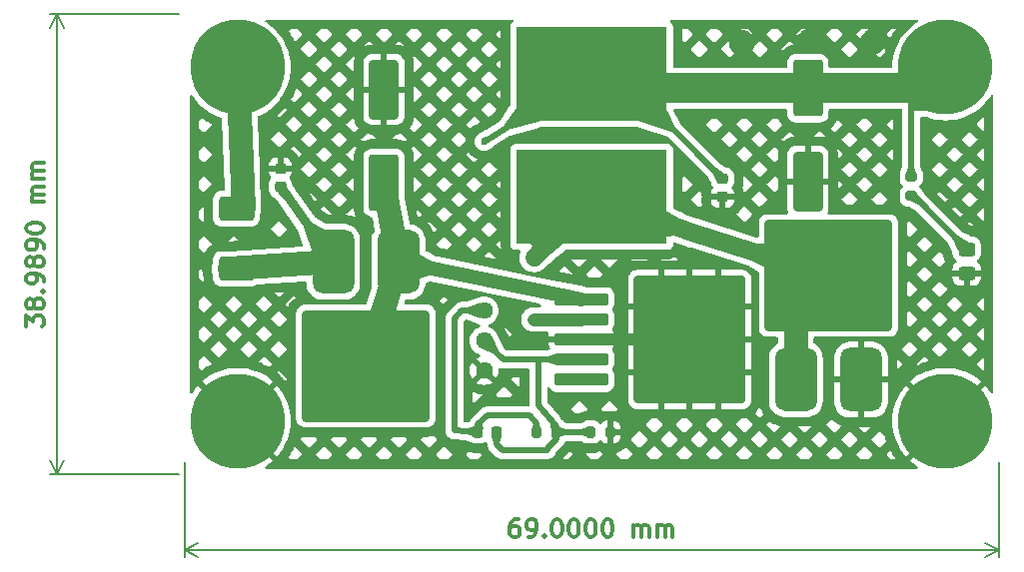
<source format=gbr>
%TF.GenerationSoftware,KiCad,Pcbnew,8.0.5*%
%TF.CreationDate,2024-10-21T04:05:45+03:00*%
%TF.ProjectId,DC36_DC5,44433336-5f44-4433-952e-6b696361645f,rev?*%
%TF.SameCoordinates,Original*%
%TF.FileFunction,Copper,L1,Top*%
%TF.FilePolarity,Positive*%
%FSLAX46Y46*%
G04 Gerber Fmt 4.6, Leading zero omitted, Abs format (unit mm)*
G04 Created by KiCad (PCBNEW 8.0.5) date 2024-10-21 04:05:45*
%MOMM*%
%LPD*%
G01*
G04 APERTURE LIST*
G04 Aperture macros list*
%AMRoundRect*
0 Rectangle with rounded corners*
0 $1 Rounding radius*
0 $2 $3 $4 $5 $6 $7 $8 $9 X,Y pos of 4 corners*
0 Add a 4 corners polygon primitive as box body*
4,1,4,$2,$3,$4,$5,$6,$7,$8,$9,$2,$3,0*
0 Add four circle primitives for the rounded corners*
1,1,$1+$1,$2,$3*
1,1,$1+$1,$4,$5*
1,1,$1+$1,$6,$7*
1,1,$1+$1,$8,$9*
0 Add four rect primitives between the rounded corners*
20,1,$1+$1,$2,$3,$4,$5,0*
20,1,$1+$1,$4,$5,$6,$7,0*
20,1,$1+$1,$6,$7,$8,$9,0*
20,1,$1+$1,$8,$9,$2,$3,0*%
G04 Aperture macros list end*
%ADD10C,0.300000*%
%TA.AperFunction,NonConductor*%
%ADD11C,0.300000*%
%TD*%
%TA.AperFunction,NonConductor*%
%ADD12C,0.200000*%
%TD*%
%TA.AperFunction,SMDPad,CuDef*%
%ADD13RoundRect,0.250000X0.450000X-0.325000X0.450000X0.325000X-0.450000X0.325000X-0.450000X-0.325000X0*%
%TD*%
%TA.AperFunction,ComponentPad*%
%ADD14C,0.800000*%
%TD*%
%TA.AperFunction,ComponentPad*%
%ADD15C,8.000000*%
%TD*%
%TA.AperFunction,SMDPad,CuDef*%
%ADD16RoundRect,0.887500X-0.887500X1.812500X-0.887500X-1.812500X0.887500X-1.812500X0.887500X1.812500X0*%
%TD*%
%TA.AperFunction,SMDPad,CuDef*%
%ADD17RoundRect,0.250000X-5.150000X4.450000X-5.150000X-4.450000X5.150000X-4.450000X5.150000X4.450000X0*%
%TD*%
%TA.AperFunction,SMDPad,CuDef*%
%ADD18RoundRect,0.880000X-0.880000X1.845000X-0.880000X-1.845000X0.880000X-1.845000X0.880000X1.845000X0*%
%TD*%
%TA.AperFunction,SMDPad,CuDef*%
%ADD19RoundRect,0.225000X-0.225000X-0.250000X0.225000X-0.250000X0.225000X0.250000X-0.225000X0.250000X0*%
%TD*%
%TA.AperFunction,SMDPad,CuDef*%
%ADD20RoundRect,0.251000X-1.004000X2.144000X-1.004000X-2.144000X1.004000X-2.144000X1.004000X2.144000X0*%
%TD*%
%TA.AperFunction,SMDPad,CuDef*%
%ADD21RoundRect,0.251000X-1.004000X2.254000X-1.004000X-2.254000X1.004000X-2.254000X1.004000X2.254000X0*%
%TD*%
%TA.AperFunction,SMDPad,CuDef*%
%ADD22RoundRect,0.887500X0.887500X-1.812500X0.887500X1.812500X-0.887500X1.812500X-0.887500X-1.812500X0*%
%TD*%
%TA.AperFunction,SMDPad,CuDef*%
%ADD23RoundRect,0.250000X5.150000X-4.450000X5.150000X4.450000X-5.150000X4.450000X-5.150000X-4.450000X0*%
%TD*%
%TA.AperFunction,SMDPad,CuDef*%
%ADD24RoundRect,0.880000X0.880000X-1.845000X0.880000X1.845000X-0.880000X1.845000X-0.880000X-1.845000X0*%
%TD*%
%TA.AperFunction,SMDPad,CuDef*%
%ADD25RoundRect,0.251000X1.004000X-2.144000X1.004000X2.144000X-1.004000X2.144000X-1.004000X-2.144000X0*%
%TD*%
%TA.AperFunction,SMDPad,CuDef*%
%ADD26RoundRect,0.251000X1.004000X-2.254000X1.004000X2.254000X-1.004000X2.254000X-1.004000X-2.254000X0*%
%TD*%
%TA.AperFunction,ComponentPad*%
%ADD27RoundRect,0.250000X-1.250000X0.755000X-1.250000X-0.755000X1.250000X-0.755000X1.250000X0.755000X0*%
%TD*%
%TA.AperFunction,SMDPad,CuDef*%
%ADD28RoundRect,0.225000X0.250000X-0.225000X0.250000X0.225000X-0.250000X0.225000X-0.250000X-0.225000X0*%
%TD*%
%TA.AperFunction,SMDPad,CuDef*%
%ADD29RoundRect,0.200000X-0.200000X-0.275000X0.200000X-0.275000X0.200000X0.275000X-0.200000X0.275000X0*%
%TD*%
%TA.AperFunction,SMDPad,CuDef*%
%ADD30R,12.800000X8.000000*%
%TD*%
%TA.AperFunction,ComponentPad*%
%ADD31C,1.440000*%
%TD*%
%TA.AperFunction,SMDPad,CuDef*%
%ADD32RoundRect,0.200000X-0.275000X0.200000X-0.275000X-0.200000X0.275000X-0.200000X0.275000X0.200000X0*%
%TD*%
%TA.AperFunction,SMDPad,CuDef*%
%ADD33RoundRect,0.225000X-0.250000X0.225000X-0.250000X-0.225000X0.250000X-0.225000X0.250000X0.225000X0*%
%TD*%
%TA.AperFunction,SMDPad,CuDef*%
%ADD34RoundRect,0.250000X-2.050000X-0.300000X2.050000X-0.300000X2.050000X0.300000X-2.050000X0.300000X0*%
%TD*%
%TA.AperFunction,SMDPad,CuDef*%
%ADD35RoundRect,0.250000X-2.025000X-2.375000X2.025000X-2.375000X2.025000X2.375000X-2.025000X2.375000X0*%
%TD*%
%TA.AperFunction,SMDPad,CuDef*%
%ADD36RoundRect,0.250002X-4.449998X-5.149998X4.449998X-5.149998X4.449998X5.149998X-4.449998X5.149998X0*%
%TD*%
%TA.AperFunction,ViaPad*%
%ADD37C,0.600000*%
%TD*%
%TA.AperFunction,ViaPad*%
%ADD38C,0.900000*%
%TD*%
%TA.AperFunction,Conductor*%
%ADD39C,1.000000*%
%TD*%
%TA.AperFunction,Conductor*%
%ADD40C,0.200000*%
%TD*%
%TA.AperFunction,Conductor*%
%ADD41C,0.800000*%
%TD*%
%TA.AperFunction,Conductor*%
%ADD42C,2.000000*%
%TD*%
%TA.AperFunction,Conductor*%
%ADD43C,1.200000*%
%TD*%
%TA.AperFunction,Conductor*%
%ADD44C,0.500000*%
%TD*%
%TA.AperFunction,Conductor*%
%ADD45C,1.500000*%
%TD*%
%TA.AperFunction,Conductor*%
%ADD46C,1.100000*%
%TD*%
%TA.AperFunction,Conductor*%
%ADD47C,2.500000*%
%TD*%
G04 APERTURE END LIST*
D10*
D11*
X117058716Y-119298328D02*
X116773001Y-119298328D01*
X116773001Y-119298328D02*
X116630144Y-119369757D01*
X116630144Y-119369757D02*
X116558716Y-119441185D01*
X116558716Y-119441185D02*
X116415858Y-119655471D01*
X116415858Y-119655471D02*
X116344430Y-119941185D01*
X116344430Y-119941185D02*
X116344430Y-120512614D01*
X116344430Y-120512614D02*
X116415858Y-120655471D01*
X116415858Y-120655471D02*
X116487287Y-120726900D01*
X116487287Y-120726900D02*
X116630144Y-120798328D01*
X116630144Y-120798328D02*
X116915858Y-120798328D01*
X116915858Y-120798328D02*
X117058716Y-120726900D01*
X117058716Y-120726900D02*
X117130144Y-120655471D01*
X117130144Y-120655471D02*
X117201573Y-120512614D01*
X117201573Y-120512614D02*
X117201573Y-120155471D01*
X117201573Y-120155471D02*
X117130144Y-120012614D01*
X117130144Y-120012614D02*
X117058716Y-119941185D01*
X117058716Y-119941185D02*
X116915858Y-119869757D01*
X116915858Y-119869757D02*
X116630144Y-119869757D01*
X116630144Y-119869757D02*
X116487287Y-119941185D01*
X116487287Y-119941185D02*
X116415858Y-120012614D01*
X116415858Y-120012614D02*
X116344430Y-120155471D01*
X117915858Y-120798328D02*
X118201572Y-120798328D01*
X118201572Y-120798328D02*
X118344429Y-120726900D01*
X118344429Y-120726900D02*
X118415858Y-120655471D01*
X118415858Y-120655471D02*
X118558715Y-120441185D01*
X118558715Y-120441185D02*
X118630144Y-120155471D01*
X118630144Y-120155471D02*
X118630144Y-119584042D01*
X118630144Y-119584042D02*
X118558715Y-119441185D01*
X118558715Y-119441185D02*
X118487287Y-119369757D01*
X118487287Y-119369757D02*
X118344429Y-119298328D01*
X118344429Y-119298328D02*
X118058715Y-119298328D01*
X118058715Y-119298328D02*
X117915858Y-119369757D01*
X117915858Y-119369757D02*
X117844429Y-119441185D01*
X117844429Y-119441185D02*
X117773001Y-119584042D01*
X117773001Y-119584042D02*
X117773001Y-119941185D01*
X117773001Y-119941185D02*
X117844429Y-120084042D01*
X117844429Y-120084042D02*
X117915858Y-120155471D01*
X117915858Y-120155471D02*
X118058715Y-120226900D01*
X118058715Y-120226900D02*
X118344429Y-120226900D01*
X118344429Y-120226900D02*
X118487287Y-120155471D01*
X118487287Y-120155471D02*
X118558715Y-120084042D01*
X118558715Y-120084042D02*
X118630144Y-119941185D01*
X119273000Y-120655471D02*
X119344429Y-120726900D01*
X119344429Y-120726900D02*
X119273000Y-120798328D01*
X119273000Y-120798328D02*
X119201572Y-120726900D01*
X119201572Y-120726900D02*
X119273000Y-120655471D01*
X119273000Y-120655471D02*
X119273000Y-120798328D01*
X120273001Y-119298328D02*
X120415858Y-119298328D01*
X120415858Y-119298328D02*
X120558715Y-119369757D01*
X120558715Y-119369757D02*
X120630144Y-119441185D01*
X120630144Y-119441185D02*
X120701572Y-119584042D01*
X120701572Y-119584042D02*
X120773001Y-119869757D01*
X120773001Y-119869757D02*
X120773001Y-120226900D01*
X120773001Y-120226900D02*
X120701572Y-120512614D01*
X120701572Y-120512614D02*
X120630144Y-120655471D01*
X120630144Y-120655471D02*
X120558715Y-120726900D01*
X120558715Y-120726900D02*
X120415858Y-120798328D01*
X120415858Y-120798328D02*
X120273001Y-120798328D01*
X120273001Y-120798328D02*
X120130144Y-120726900D01*
X120130144Y-120726900D02*
X120058715Y-120655471D01*
X120058715Y-120655471D02*
X119987286Y-120512614D01*
X119987286Y-120512614D02*
X119915858Y-120226900D01*
X119915858Y-120226900D02*
X119915858Y-119869757D01*
X119915858Y-119869757D02*
X119987286Y-119584042D01*
X119987286Y-119584042D02*
X120058715Y-119441185D01*
X120058715Y-119441185D02*
X120130144Y-119369757D01*
X120130144Y-119369757D02*
X120273001Y-119298328D01*
X121701572Y-119298328D02*
X121844429Y-119298328D01*
X121844429Y-119298328D02*
X121987286Y-119369757D01*
X121987286Y-119369757D02*
X122058715Y-119441185D01*
X122058715Y-119441185D02*
X122130143Y-119584042D01*
X122130143Y-119584042D02*
X122201572Y-119869757D01*
X122201572Y-119869757D02*
X122201572Y-120226900D01*
X122201572Y-120226900D02*
X122130143Y-120512614D01*
X122130143Y-120512614D02*
X122058715Y-120655471D01*
X122058715Y-120655471D02*
X121987286Y-120726900D01*
X121987286Y-120726900D02*
X121844429Y-120798328D01*
X121844429Y-120798328D02*
X121701572Y-120798328D01*
X121701572Y-120798328D02*
X121558715Y-120726900D01*
X121558715Y-120726900D02*
X121487286Y-120655471D01*
X121487286Y-120655471D02*
X121415857Y-120512614D01*
X121415857Y-120512614D02*
X121344429Y-120226900D01*
X121344429Y-120226900D02*
X121344429Y-119869757D01*
X121344429Y-119869757D02*
X121415857Y-119584042D01*
X121415857Y-119584042D02*
X121487286Y-119441185D01*
X121487286Y-119441185D02*
X121558715Y-119369757D01*
X121558715Y-119369757D02*
X121701572Y-119298328D01*
X123130143Y-119298328D02*
X123273000Y-119298328D01*
X123273000Y-119298328D02*
X123415857Y-119369757D01*
X123415857Y-119369757D02*
X123487286Y-119441185D01*
X123487286Y-119441185D02*
X123558714Y-119584042D01*
X123558714Y-119584042D02*
X123630143Y-119869757D01*
X123630143Y-119869757D02*
X123630143Y-120226900D01*
X123630143Y-120226900D02*
X123558714Y-120512614D01*
X123558714Y-120512614D02*
X123487286Y-120655471D01*
X123487286Y-120655471D02*
X123415857Y-120726900D01*
X123415857Y-120726900D02*
X123273000Y-120798328D01*
X123273000Y-120798328D02*
X123130143Y-120798328D01*
X123130143Y-120798328D02*
X122987286Y-120726900D01*
X122987286Y-120726900D02*
X122915857Y-120655471D01*
X122915857Y-120655471D02*
X122844428Y-120512614D01*
X122844428Y-120512614D02*
X122773000Y-120226900D01*
X122773000Y-120226900D02*
X122773000Y-119869757D01*
X122773000Y-119869757D02*
X122844428Y-119584042D01*
X122844428Y-119584042D02*
X122915857Y-119441185D01*
X122915857Y-119441185D02*
X122987286Y-119369757D01*
X122987286Y-119369757D02*
X123130143Y-119298328D01*
X124558714Y-119298328D02*
X124701571Y-119298328D01*
X124701571Y-119298328D02*
X124844428Y-119369757D01*
X124844428Y-119369757D02*
X124915857Y-119441185D01*
X124915857Y-119441185D02*
X124987285Y-119584042D01*
X124987285Y-119584042D02*
X125058714Y-119869757D01*
X125058714Y-119869757D02*
X125058714Y-120226900D01*
X125058714Y-120226900D02*
X124987285Y-120512614D01*
X124987285Y-120512614D02*
X124915857Y-120655471D01*
X124915857Y-120655471D02*
X124844428Y-120726900D01*
X124844428Y-120726900D02*
X124701571Y-120798328D01*
X124701571Y-120798328D02*
X124558714Y-120798328D01*
X124558714Y-120798328D02*
X124415857Y-120726900D01*
X124415857Y-120726900D02*
X124344428Y-120655471D01*
X124344428Y-120655471D02*
X124272999Y-120512614D01*
X124272999Y-120512614D02*
X124201571Y-120226900D01*
X124201571Y-120226900D02*
X124201571Y-119869757D01*
X124201571Y-119869757D02*
X124272999Y-119584042D01*
X124272999Y-119584042D02*
X124344428Y-119441185D01*
X124344428Y-119441185D02*
X124415857Y-119369757D01*
X124415857Y-119369757D02*
X124558714Y-119298328D01*
X126844427Y-120798328D02*
X126844427Y-119798328D01*
X126844427Y-119941185D02*
X126915856Y-119869757D01*
X126915856Y-119869757D02*
X127058713Y-119798328D01*
X127058713Y-119798328D02*
X127272999Y-119798328D01*
X127272999Y-119798328D02*
X127415856Y-119869757D01*
X127415856Y-119869757D02*
X127487285Y-120012614D01*
X127487285Y-120012614D02*
X127487285Y-120798328D01*
X127487285Y-120012614D02*
X127558713Y-119869757D01*
X127558713Y-119869757D02*
X127701570Y-119798328D01*
X127701570Y-119798328D02*
X127915856Y-119798328D01*
X127915856Y-119798328D02*
X128058713Y-119869757D01*
X128058713Y-119869757D02*
X128130142Y-120012614D01*
X128130142Y-120012614D02*
X128130142Y-120798328D01*
X128844427Y-120798328D02*
X128844427Y-119798328D01*
X128844427Y-119941185D02*
X128915856Y-119869757D01*
X128915856Y-119869757D02*
X129058713Y-119798328D01*
X129058713Y-119798328D02*
X129272999Y-119798328D01*
X129272999Y-119798328D02*
X129415856Y-119869757D01*
X129415856Y-119869757D02*
X129487285Y-120012614D01*
X129487285Y-120012614D02*
X129487285Y-120798328D01*
X129487285Y-120012614D02*
X129558713Y-119869757D01*
X129558713Y-119869757D02*
X129701570Y-119798328D01*
X129701570Y-119798328D02*
X129915856Y-119798328D01*
X129915856Y-119798328D02*
X130058713Y-119869757D01*
X130058713Y-119869757D02*
X130130142Y-120012614D01*
X130130142Y-120012614D02*
X130130142Y-120798328D01*
D12*
X88773000Y-114463000D02*
X88773000Y-122506420D01*
X157773000Y-114463000D02*
X157773000Y-122506420D01*
X88773000Y-121920000D02*
X157773000Y-121920000D01*
X88773000Y-121920000D02*
X157773000Y-121920000D01*
X88773000Y-121920000D02*
X89899504Y-121333579D01*
X88773000Y-121920000D02*
X89899504Y-122506421D01*
X157773000Y-121920000D02*
X156646496Y-122506421D01*
X157773000Y-121920000D02*
X156646496Y-121333579D01*
D10*
D11*
X75356328Y-102948498D02*
X75356328Y-102019926D01*
X75356328Y-102019926D02*
X75927757Y-102519926D01*
X75927757Y-102519926D02*
X75927757Y-102305641D01*
X75927757Y-102305641D02*
X75999185Y-102162784D01*
X75999185Y-102162784D02*
X76070614Y-102091355D01*
X76070614Y-102091355D02*
X76213471Y-102019926D01*
X76213471Y-102019926D02*
X76570614Y-102019926D01*
X76570614Y-102019926D02*
X76713471Y-102091355D01*
X76713471Y-102091355D02*
X76784900Y-102162784D01*
X76784900Y-102162784D02*
X76856328Y-102305641D01*
X76856328Y-102305641D02*
X76856328Y-102734212D01*
X76856328Y-102734212D02*
X76784900Y-102877069D01*
X76784900Y-102877069D02*
X76713471Y-102948498D01*
X75999185Y-101162784D02*
X75927757Y-101305641D01*
X75927757Y-101305641D02*
X75856328Y-101377070D01*
X75856328Y-101377070D02*
X75713471Y-101448498D01*
X75713471Y-101448498D02*
X75642042Y-101448498D01*
X75642042Y-101448498D02*
X75499185Y-101377070D01*
X75499185Y-101377070D02*
X75427757Y-101305641D01*
X75427757Y-101305641D02*
X75356328Y-101162784D01*
X75356328Y-101162784D02*
X75356328Y-100877070D01*
X75356328Y-100877070D02*
X75427757Y-100734213D01*
X75427757Y-100734213D02*
X75499185Y-100662784D01*
X75499185Y-100662784D02*
X75642042Y-100591355D01*
X75642042Y-100591355D02*
X75713471Y-100591355D01*
X75713471Y-100591355D02*
X75856328Y-100662784D01*
X75856328Y-100662784D02*
X75927757Y-100734213D01*
X75927757Y-100734213D02*
X75999185Y-100877070D01*
X75999185Y-100877070D02*
X75999185Y-101162784D01*
X75999185Y-101162784D02*
X76070614Y-101305641D01*
X76070614Y-101305641D02*
X76142042Y-101377070D01*
X76142042Y-101377070D02*
X76284900Y-101448498D01*
X76284900Y-101448498D02*
X76570614Y-101448498D01*
X76570614Y-101448498D02*
X76713471Y-101377070D01*
X76713471Y-101377070D02*
X76784900Y-101305641D01*
X76784900Y-101305641D02*
X76856328Y-101162784D01*
X76856328Y-101162784D02*
X76856328Y-100877070D01*
X76856328Y-100877070D02*
X76784900Y-100734213D01*
X76784900Y-100734213D02*
X76713471Y-100662784D01*
X76713471Y-100662784D02*
X76570614Y-100591355D01*
X76570614Y-100591355D02*
X76284900Y-100591355D01*
X76284900Y-100591355D02*
X76142042Y-100662784D01*
X76142042Y-100662784D02*
X76070614Y-100734213D01*
X76070614Y-100734213D02*
X75999185Y-100877070D01*
X76713471Y-99948499D02*
X76784900Y-99877070D01*
X76784900Y-99877070D02*
X76856328Y-99948499D01*
X76856328Y-99948499D02*
X76784900Y-100019927D01*
X76784900Y-100019927D02*
X76713471Y-99948499D01*
X76713471Y-99948499D02*
X76856328Y-99948499D01*
X76856328Y-99162784D02*
X76856328Y-98877070D01*
X76856328Y-98877070D02*
X76784900Y-98734213D01*
X76784900Y-98734213D02*
X76713471Y-98662784D01*
X76713471Y-98662784D02*
X76499185Y-98519927D01*
X76499185Y-98519927D02*
X76213471Y-98448498D01*
X76213471Y-98448498D02*
X75642042Y-98448498D01*
X75642042Y-98448498D02*
X75499185Y-98519927D01*
X75499185Y-98519927D02*
X75427757Y-98591356D01*
X75427757Y-98591356D02*
X75356328Y-98734213D01*
X75356328Y-98734213D02*
X75356328Y-99019927D01*
X75356328Y-99019927D02*
X75427757Y-99162784D01*
X75427757Y-99162784D02*
X75499185Y-99234213D01*
X75499185Y-99234213D02*
X75642042Y-99305641D01*
X75642042Y-99305641D02*
X75999185Y-99305641D01*
X75999185Y-99305641D02*
X76142042Y-99234213D01*
X76142042Y-99234213D02*
X76213471Y-99162784D01*
X76213471Y-99162784D02*
X76284900Y-99019927D01*
X76284900Y-99019927D02*
X76284900Y-98734213D01*
X76284900Y-98734213D02*
X76213471Y-98591356D01*
X76213471Y-98591356D02*
X76142042Y-98519927D01*
X76142042Y-98519927D02*
X75999185Y-98448498D01*
X75999185Y-97591356D02*
X75927757Y-97734213D01*
X75927757Y-97734213D02*
X75856328Y-97805642D01*
X75856328Y-97805642D02*
X75713471Y-97877070D01*
X75713471Y-97877070D02*
X75642042Y-97877070D01*
X75642042Y-97877070D02*
X75499185Y-97805642D01*
X75499185Y-97805642D02*
X75427757Y-97734213D01*
X75427757Y-97734213D02*
X75356328Y-97591356D01*
X75356328Y-97591356D02*
X75356328Y-97305642D01*
X75356328Y-97305642D02*
X75427757Y-97162785D01*
X75427757Y-97162785D02*
X75499185Y-97091356D01*
X75499185Y-97091356D02*
X75642042Y-97019927D01*
X75642042Y-97019927D02*
X75713471Y-97019927D01*
X75713471Y-97019927D02*
X75856328Y-97091356D01*
X75856328Y-97091356D02*
X75927757Y-97162785D01*
X75927757Y-97162785D02*
X75999185Y-97305642D01*
X75999185Y-97305642D02*
X75999185Y-97591356D01*
X75999185Y-97591356D02*
X76070614Y-97734213D01*
X76070614Y-97734213D02*
X76142042Y-97805642D01*
X76142042Y-97805642D02*
X76284900Y-97877070D01*
X76284900Y-97877070D02*
X76570614Y-97877070D01*
X76570614Y-97877070D02*
X76713471Y-97805642D01*
X76713471Y-97805642D02*
X76784900Y-97734213D01*
X76784900Y-97734213D02*
X76856328Y-97591356D01*
X76856328Y-97591356D02*
X76856328Y-97305642D01*
X76856328Y-97305642D02*
X76784900Y-97162785D01*
X76784900Y-97162785D02*
X76713471Y-97091356D01*
X76713471Y-97091356D02*
X76570614Y-97019927D01*
X76570614Y-97019927D02*
X76284900Y-97019927D01*
X76284900Y-97019927D02*
X76142042Y-97091356D01*
X76142042Y-97091356D02*
X76070614Y-97162785D01*
X76070614Y-97162785D02*
X75999185Y-97305642D01*
X76856328Y-96305642D02*
X76856328Y-96019928D01*
X76856328Y-96019928D02*
X76784900Y-95877071D01*
X76784900Y-95877071D02*
X76713471Y-95805642D01*
X76713471Y-95805642D02*
X76499185Y-95662785D01*
X76499185Y-95662785D02*
X76213471Y-95591356D01*
X76213471Y-95591356D02*
X75642042Y-95591356D01*
X75642042Y-95591356D02*
X75499185Y-95662785D01*
X75499185Y-95662785D02*
X75427757Y-95734214D01*
X75427757Y-95734214D02*
X75356328Y-95877071D01*
X75356328Y-95877071D02*
X75356328Y-96162785D01*
X75356328Y-96162785D02*
X75427757Y-96305642D01*
X75427757Y-96305642D02*
X75499185Y-96377071D01*
X75499185Y-96377071D02*
X75642042Y-96448499D01*
X75642042Y-96448499D02*
X75999185Y-96448499D01*
X75999185Y-96448499D02*
X76142042Y-96377071D01*
X76142042Y-96377071D02*
X76213471Y-96305642D01*
X76213471Y-96305642D02*
X76284900Y-96162785D01*
X76284900Y-96162785D02*
X76284900Y-95877071D01*
X76284900Y-95877071D02*
X76213471Y-95734214D01*
X76213471Y-95734214D02*
X76142042Y-95662785D01*
X76142042Y-95662785D02*
X75999185Y-95591356D01*
X75356328Y-94662785D02*
X75356328Y-94519928D01*
X75356328Y-94519928D02*
X75427757Y-94377071D01*
X75427757Y-94377071D02*
X75499185Y-94305643D01*
X75499185Y-94305643D02*
X75642042Y-94234214D01*
X75642042Y-94234214D02*
X75927757Y-94162785D01*
X75927757Y-94162785D02*
X76284900Y-94162785D01*
X76284900Y-94162785D02*
X76570614Y-94234214D01*
X76570614Y-94234214D02*
X76713471Y-94305643D01*
X76713471Y-94305643D02*
X76784900Y-94377071D01*
X76784900Y-94377071D02*
X76856328Y-94519928D01*
X76856328Y-94519928D02*
X76856328Y-94662785D01*
X76856328Y-94662785D02*
X76784900Y-94805643D01*
X76784900Y-94805643D02*
X76713471Y-94877071D01*
X76713471Y-94877071D02*
X76570614Y-94948500D01*
X76570614Y-94948500D02*
X76284900Y-95019928D01*
X76284900Y-95019928D02*
X75927757Y-95019928D01*
X75927757Y-95019928D02*
X75642042Y-94948500D01*
X75642042Y-94948500D02*
X75499185Y-94877071D01*
X75499185Y-94877071D02*
X75427757Y-94805643D01*
X75427757Y-94805643D02*
X75356328Y-94662785D01*
X76856328Y-92377072D02*
X75856328Y-92377072D01*
X75999185Y-92377072D02*
X75927757Y-92305643D01*
X75927757Y-92305643D02*
X75856328Y-92162786D01*
X75856328Y-92162786D02*
X75856328Y-91948500D01*
X75856328Y-91948500D02*
X75927757Y-91805643D01*
X75927757Y-91805643D02*
X76070614Y-91734215D01*
X76070614Y-91734215D02*
X76856328Y-91734215D01*
X76070614Y-91734215D02*
X75927757Y-91662786D01*
X75927757Y-91662786D02*
X75856328Y-91519929D01*
X75856328Y-91519929D02*
X75856328Y-91305643D01*
X75856328Y-91305643D02*
X75927757Y-91162786D01*
X75927757Y-91162786D02*
X76070614Y-91091357D01*
X76070614Y-91091357D02*
X76856328Y-91091357D01*
X76856328Y-90377072D02*
X75856328Y-90377072D01*
X75999185Y-90377072D02*
X75927757Y-90305643D01*
X75927757Y-90305643D02*
X75856328Y-90162786D01*
X75856328Y-90162786D02*
X75856328Y-89948500D01*
X75856328Y-89948500D02*
X75927757Y-89805643D01*
X75927757Y-89805643D02*
X76070614Y-89734215D01*
X76070614Y-89734215D02*
X76856328Y-89734215D01*
X76070614Y-89734215D02*
X75927757Y-89662786D01*
X75927757Y-89662786D02*
X75856328Y-89519929D01*
X75856328Y-89519929D02*
X75856328Y-89305643D01*
X75856328Y-89305643D02*
X75927757Y-89162786D01*
X75927757Y-89162786D02*
X76070614Y-89091357D01*
X76070614Y-89091357D02*
X76856328Y-89091357D01*
D12*
X88273000Y-76454000D02*
X77391580Y-76454000D01*
X88273000Y-115443000D02*
X77391580Y-115443000D01*
X77978000Y-76454000D02*
X77978000Y-115443000D01*
X77978000Y-76454000D02*
X77978000Y-115443000D01*
X77978000Y-76454000D02*
X78564421Y-77580504D01*
X77978000Y-76454000D02*
X77391579Y-77580504D01*
X77978000Y-115443000D02*
X77391579Y-114316496D01*
X77978000Y-115443000D02*
X78564421Y-114316496D01*
D13*
%TO.P,D3,1,K*%
%TO.N,P\u002CGND*%
X155067000Y-98425000D03*
%TO.P,D3,2,A*%
%TO.N,Net-(D3-A)*%
X155067000Y-96375000D03*
%TD*%
D14*
%TO.P,H1,1,1*%
%TO.N,Net-(F1-Pad1)*%
X90498000Y-80954000D03*
X91310779Y-78991779D03*
X91310779Y-82916221D03*
X93273000Y-78179000D03*
D15*
X93273000Y-80954000D03*
D14*
X93273000Y-83729000D03*
X95235221Y-78991779D03*
X95235221Y-82916221D03*
X96048000Y-80954000D03*
%TD*%
D16*
%TO.P,D1,1,K*%
%TO.N,Net-(D1-K)*%
X106905000Y-97469000D03*
D17*
X104140000Y-106299000D03*
D18*
%TO.P,D1,2,A*%
%TO.N,Net-(D1-A)*%
X101380000Y-97454000D03*
%TD*%
D19*
%TO.P,C5,1*%
%TO.N,Net-(C3-Pad1)*%
X113652000Y-111887000D03*
%TO.P,C5,2*%
%TO.N,Net-(U1-FB)*%
X115202000Y-111887000D03*
%TD*%
D20*
%TO.P,C3,1*%
%TO.N,Net-(C3-Pad1)*%
X141609000Y-82736000D03*
D21*
%TO.P,C3,2*%
%TO.N,P\u002CGND*%
X141609000Y-90636000D03*
%TD*%
D22*
%TO.P,D2,1,K*%
%TO.N,Net-(D2-K)*%
X140589000Y-107442000D03*
D23*
X143354000Y-98612000D03*
D24*
%TO.P,D2,2,A*%
%TO.N,P\u002CGND*%
X146114000Y-107457000D03*
%TD*%
D25*
%TO.P,C2,1*%
%TO.N,Net-(D1-K)*%
X105674000Y-90746000D03*
D26*
%TO.P,C2,2*%
%TO.N,P\u002CGND*%
X105674000Y-82846000D03*
%TD*%
D27*
%TO.P,F1,1*%
%TO.N,Net-(F1-Pad1)*%
X93173000Y-92954000D03*
%TO.P,F1,2*%
%TO.N,Net-(D1-A)*%
X93173000Y-98054000D03*
%TD*%
D28*
%TO.P,C1,1*%
%TO.N,Net-(D1-A)*%
X96901000Y-91085000D03*
%TO.P,C1,2*%
%TO.N,P\u002CGND*%
X96901000Y-89535000D03*
%TD*%
D15*
%TO.P,H3,1,1*%
%TO.N,Net-(C3-Pad1)*%
X153273000Y-80954000D03*
%TD*%
D29*
%TO.P,R2,1*%
%TO.N,Net-(U1-FB)*%
X123191000Y-111887000D03*
%TO.P,R2,2*%
%TO.N,P\u002CGND*%
X124841000Y-111887000D03*
%TD*%
D30*
%TO.P,L1,1,1*%
%TO.N,Net-(D2-K)*%
X123273000Y-91941000D03*
%TO.P,L1,2,2*%
%TO.N,Net-(C3-Pad1)*%
X123273000Y-81541000D03*
%TD*%
D14*
%TO.P,H2,1,1*%
%TO.N,P\u002CGND*%
X90498000Y-110954000D03*
X91310779Y-108991779D03*
X91310779Y-112916221D03*
X93273000Y-108179000D03*
D15*
X93273000Y-110954000D03*
D14*
X93273000Y-113729000D03*
X95235221Y-108991779D03*
X95235221Y-112916221D03*
X96048000Y-110954000D03*
%TD*%
D15*
%TO.P,H4,1,1*%
%TO.N,P\u002CGND*%
X153273000Y-110954000D03*
%TD*%
D31*
%TO.P,RV1,1,1*%
%TO.N,P\u002CGND*%
X114173000Y-106680000D03*
%TO.P,RV1,2,2*%
%TO.N,Net-(U1-FB)*%
X114173000Y-104140000D03*
%TO.P,RV1,3,3*%
%TO.N,Net-(C3-Pad1)*%
X114173000Y-101600000D03*
%TD*%
D29*
%TO.P,R3,1*%
%TO.N,Net-(C3-Pad1)*%
X118619000Y-111887000D03*
%TO.P,R3,2*%
%TO.N,Net-(U1-FB)*%
X120269000Y-111887000D03*
%TD*%
D32*
%TO.P,R1,1*%
%TO.N,Net-(C3-Pad1)*%
X150368000Y-90234000D03*
%TO.P,R1,2*%
%TO.N,Net-(D3-A)*%
X150368000Y-91884000D03*
%TD*%
D33*
%TO.P,C4,1*%
%TO.N,Net-(C3-Pad1)*%
X134366000Y-90398000D03*
%TO.P,C4,2*%
%TO.N,P\u002CGND*%
X134366000Y-91948000D03*
%TD*%
D34*
%TO.P,U1,1,VIN*%
%TO.N,Net-(D1-K)*%
X122428000Y-100642000D03*
%TO.P,U1,2,OUT*%
%TO.N,Net-(D2-K)*%
X122428000Y-102342000D03*
%TO.P,U1,3,GND*%
%TO.N,P\u002CGND*%
X122428000Y-104042000D03*
D35*
X129153000Y-101267000D03*
X129153000Y-106817000D03*
D36*
X131578000Y-104042000D03*
D35*
X134003000Y-101267000D03*
X134003000Y-106817000D03*
D34*
%TO.P,U1,4,FB*%
%TO.N,Net-(U1-FB)*%
X122428000Y-105742000D03*
%TO.P,U1,5,~{ON}/OFF*%
%TO.N,unconnected-(U1-~{ON}{slash}OFF-Pad5)*%
X122428000Y-107442000D03*
%TD*%
D37*
%TO.N,P\u002CGND*%
X131578000Y-104042000D03*
X128524000Y-104042000D03*
X141732000Y-78740000D03*
X134003000Y-101267000D03*
X133989000Y-106803000D03*
X129153000Y-101267000D03*
X136017000Y-78867000D03*
X147193000Y-78740000D03*
X129153000Y-106817000D03*
D38*
%TO.N,Net-(D2-K)*%
X118384000Y-102342000D03*
X118415045Y-97079045D03*
D37*
%TO.N,Net-(C3-Pad1)*%
X114173000Y-87249000D03*
%TD*%
D39*
%TO.N,P\u002CGND*%
X128524000Y-104042000D02*
X122428000Y-104042000D01*
D40*
X95813000Y-90636000D02*
X95644000Y-90805000D01*
D41*
%TO.N,Net-(D1-A)*%
X101380000Y-97454000D02*
X96901000Y-91085000D01*
D42*
X92573000Y-98054000D02*
X101380000Y-97454000D01*
%TO.N,Net-(D1-K)*%
X106905000Y-97469000D02*
X104140000Y-106299000D01*
D40*
X104140000Y-106299000D02*
X107100100Y-97469000D01*
D42*
X106905000Y-97469000D02*
X105674000Y-90746000D01*
D43*
X122428000Y-100642000D02*
X106905000Y-97469000D01*
D44*
%TO.N,Net-(U1-FB)*%
X122428000Y-105742000D02*
X115775000Y-105742000D01*
X120269000Y-111887000D02*
X120269000Y-111412000D01*
D40*
X119507000Y-113411000D02*
X119507000Y-113284000D01*
D44*
X120269000Y-112522000D02*
X120269000Y-111887000D01*
X115697000Y-113411000D02*
X119507000Y-113411000D01*
X115202000Y-111887000D02*
X115202000Y-112916000D01*
X120269000Y-111412000D02*
X118745000Y-109601000D01*
D40*
X114708200Y-104675200D02*
X114173000Y-104140000D01*
D44*
X115202000Y-112916000D02*
X115697000Y-113411000D01*
X120269000Y-111887000D02*
X123191000Y-111887000D01*
X118745000Y-105742000D02*
X122428000Y-105742000D01*
X115775000Y-105742000D02*
X114708200Y-104675200D01*
X119507000Y-113284000D02*
X120269000Y-112522000D01*
X118745000Y-109601000D02*
X118745000Y-105742000D01*
D42*
%TO.N,Net-(D2-K)*%
X140589000Y-98612000D02*
X140589000Y-107442000D01*
D45*
X131826000Y-94996000D02*
X123273000Y-91941000D01*
D46*
X122428000Y-102342000D02*
X118384000Y-102342000D01*
D45*
X123273000Y-91941000D02*
X118415045Y-97079045D01*
X143354000Y-98612000D02*
X131826000Y-94996000D01*
D44*
%TO.N,Net-(D3-A)*%
X150576000Y-91884000D02*
X155067000Y-96375000D01*
D42*
%TO.N,Net-(F1-Pad1)*%
X93773000Y-92954000D02*
X93273000Y-80954000D01*
D44*
%TO.N,Net-(C3-Pad1)*%
X114427000Y-110490000D02*
X113652000Y-111265000D01*
X111633000Y-102235000D02*
X111633000Y-111760000D01*
X118619000Y-111126000D02*
X117983000Y-110490000D01*
X150368000Y-90234000D02*
X150368000Y-82736000D01*
D47*
X141609000Y-82736000D02*
X124468000Y-82736000D01*
D44*
X117983000Y-110490000D02*
X114427000Y-110490000D01*
X134366000Y-90398000D02*
X125509000Y-81541000D01*
X114173000Y-87249000D02*
X123273000Y-81541000D01*
X113652000Y-111265000D02*
X113652000Y-111887000D01*
D47*
X141609000Y-82736000D02*
X150368000Y-82736000D01*
D44*
X111633000Y-102235000D02*
X112268000Y-101600000D01*
X111633000Y-111760000D02*
X113652000Y-111887000D01*
X118619000Y-111887000D02*
X118619000Y-111126000D01*
X112268000Y-101600000D02*
X114173000Y-101600000D01*
%TD*%
%TA.AperFunction,Conductor*%
%TO.N,Net-(D1-K)*%
G36*
X108683803Y-96813389D02*
G01*
X108684755Y-96813880D01*
X109772583Y-97440030D01*
X109778043Y-97447127D01*
X109778209Y-97452513D01*
X109541026Y-98612863D01*
X109536012Y-98620282D01*
X109532619Y-98621814D01*
X108685638Y-98850973D01*
X108676757Y-98849826D01*
X108675391Y-98848908D01*
X106920588Y-97481707D01*
X106916168Y-97473920D01*
X106918550Y-97465287D01*
X106923713Y-97461507D01*
X108674855Y-96813048D01*
X108683803Y-96813389D01*
G37*
%TD.AperFunction*%
%TD*%
%TA.AperFunction,Conductor*%
%TO.N,Net-(D3-A)*%
G36*
X154293040Y-95244018D02*
G01*
X155295998Y-95794960D01*
X155301599Y-95801947D01*
X155301181Y-95809676D01*
X155070203Y-96369653D01*
X155063880Y-96375995D01*
X155061241Y-96376744D01*
X154375576Y-96486795D01*
X154366864Y-96484723D01*
X154363201Y-96480361D01*
X153935436Y-95600840D01*
X153934901Y-95591903D01*
X153937684Y-95587453D01*
X154279137Y-95246000D01*
X154287409Y-95242574D01*
X154293040Y-95244018D01*
G37*
%TD.AperFunction*%
%TD*%
%TA.AperFunction,Conductor*%
%TO.N,Net-(D2-K)*%
G36*
X123240649Y-91980701D02*
G01*
X123243011Y-91989339D01*
X123241429Y-91993902D01*
X120868305Y-95939260D01*
X120865687Y-95942285D01*
X119356972Y-97176384D01*
X119348398Y-97178970D01*
X119341526Y-97175830D01*
X118259968Y-96153232D01*
X118258341Y-96151324D01*
X118121049Y-95950093D01*
X118119217Y-95941328D01*
X118123543Y-95934254D01*
X123224234Y-91978624D01*
X123232871Y-91976263D01*
X123240649Y-91980701D01*
G37*
%TD.AperFunction*%
%TD*%
%TA.AperFunction,Conductor*%
%TO.N,Net-(U1-FB)*%
G36*
X114836875Y-103868718D02*
G01*
X114842955Y-103874508D01*
X115364475Y-104974003D01*
X115364924Y-104982946D01*
X115362177Y-104987290D01*
X115020290Y-105329177D01*
X115012017Y-105332604D01*
X115007003Y-105331475D01*
X113907508Y-104809955D01*
X113901502Y-104803313D01*
X113901706Y-104794922D01*
X114170438Y-104143786D01*
X114176759Y-104137449D01*
X114827921Y-103868707D01*
X114836875Y-103868718D01*
G37*
%TD.AperFunction*%
%TD*%
%TA.AperFunction,Conductor*%
%TO.N,Net-(C3-Pad1)*%
G36*
X123220878Y-81576721D02*
G01*
X123221094Y-81585673D01*
X123217958Y-81590199D01*
X118779903Y-85539227D01*
X118775345Y-85541734D01*
X116190146Y-86281734D01*
X116181249Y-86280716D01*
X116177015Y-86276704D01*
X115919953Y-85866883D01*
X115918461Y-85858056D01*
X115920028Y-85854336D01*
X116871105Y-84377913D01*
X116876199Y-84373556D01*
X123205444Y-81570759D01*
X123214395Y-81570544D01*
X123220878Y-81576721D01*
G37*
%TD.AperFunction*%
%TD*%
%TA.AperFunction,Conductor*%
%TO.N,Net-(C3-Pad1)*%
G36*
X114549376Y-86730502D02*
G01*
X114701360Y-86972803D01*
X114803609Y-87135814D01*
X114805102Y-87144643D01*
X114800689Y-87151412D01*
X114393216Y-87455106D01*
X114384535Y-87457302D01*
X114377979Y-87454025D01*
X114173832Y-87251199D01*
X114171254Y-87247341D01*
X114062266Y-86981756D01*
X114062295Y-86972803D01*
X114067724Y-86966920D01*
X114534103Y-86726321D01*
X114543024Y-86725575D01*
X114549376Y-86730502D01*
G37*
%TD.AperFunction*%
%TD*%
%TA.AperFunction,Conductor*%
%TO.N,Net-(D1-K)*%
G36*
X105944524Y-100621052D02*
G01*
X105991497Y-100636798D01*
X106124599Y-100681418D01*
X106130462Y-100685797D01*
X106766069Y-101592983D01*
X106768010Y-101601725D01*
X106766697Y-101605410D01*
X104167886Y-106249547D01*
X104160856Y-106255094D01*
X104151963Y-106254044D01*
X104146416Y-106247014D01*
X104146047Y-106242547D01*
X104660346Y-101603957D01*
X104664664Y-101596113D01*
X104664815Y-101595994D01*
X105933686Y-100622860D01*
X105942335Y-100620545D01*
X105944524Y-100621052D01*
G37*
%TD.AperFunction*%
%TD*%
%TA.AperFunction,Conductor*%
%TO.N,Net-(U1-FB)*%
G36*
X122117132Y-105664860D02*
G01*
X122383080Y-105730642D01*
X122390289Y-105735955D01*
X122391629Y-105744809D01*
X122386316Y-105752018D01*
X122383080Y-105753358D01*
X120285979Y-106272067D01*
X120278835Y-106271576D01*
X119585365Y-105994938D01*
X119578950Y-105988690D01*
X119578000Y-105984071D01*
X119578000Y-105499928D01*
X119581427Y-105491655D01*
X119585361Y-105489063D01*
X120278837Y-105212422D01*
X120285976Y-105211932D01*
X122117132Y-105664860D01*
G37*
%TD.AperFunction*%
%TD*%
%TA.AperFunction,Conductor*%
%TO.N,Net-(U1-FB)*%
G36*
X120628741Y-111489462D02*
G01*
X121061018Y-111634325D01*
X121067773Y-111640203D01*
X121069000Y-111645419D01*
X121069000Y-112128580D01*
X121065573Y-112136853D01*
X121061018Y-112139674D01*
X120628745Y-112284536D01*
X120619811Y-112283915D01*
X120616259Y-112281189D01*
X120491233Y-112139674D01*
X120274843Y-111894746D01*
X120271934Y-111886278D01*
X120274844Y-111879253D01*
X120616260Y-111492809D01*
X120624305Y-111488879D01*
X120628741Y-111489462D01*
G37*
%TD.AperFunction*%
%TD*%
%TA.AperFunction,Conductor*%
%TO.N,Net-(D1-A)*%
G36*
X99522590Y-94111811D02*
G01*
X100681588Y-94726572D01*
X100687291Y-94733476D01*
X100687444Y-94734020D01*
X101374681Y-97431683D01*
X101373402Y-97440546D01*
X101366231Y-97445909D01*
X101358680Y-97445302D01*
X99624647Y-96691741D01*
X99618425Y-96685300D01*
X99618306Y-96684984D01*
X98864862Y-94577029D01*
X98865304Y-94568086D01*
X98869147Y-94563523D01*
X99510379Y-94112576D01*
X99519116Y-94110621D01*
X99522590Y-94111811D01*
G37*
%TD.AperFunction*%
%TD*%
%TA.AperFunction,Conductor*%
%TO.N,Net-(U1-FB)*%
G36*
X115209187Y-111891597D02*
G01*
X115527857Y-112139764D01*
X115628487Y-112218131D01*
X115632909Y-112225918D01*
X115632472Y-112230832D01*
X115454556Y-112803770D01*
X115448829Y-112810654D01*
X115443382Y-112812000D01*
X114960618Y-112812000D01*
X114952345Y-112808573D01*
X114949444Y-112803770D01*
X114771527Y-112230832D01*
X114772347Y-112221915D01*
X114775510Y-112218132D01*
X115194811Y-111891597D01*
X115203444Y-111889218D01*
X115209187Y-111891597D01*
G37*
%TD.AperFunction*%
%TD*%
%TA.AperFunction,Conductor*%
%TO.N,Net-(D1-A)*%
G36*
X97376671Y-90981521D02*
G01*
X97380368Y-90985276D01*
X97789608Y-91652028D01*
X97791015Y-91660871D01*
X97786366Y-91667718D01*
X97149929Y-92115293D01*
X97141191Y-92117249D01*
X97134096Y-92113073D01*
X96774491Y-91667718D01*
X96672123Y-91540940D01*
X96669593Y-91532352D01*
X96670834Y-91528217D01*
X96897915Y-91089037D01*
X96904757Y-91083264D01*
X96905746Y-91082996D01*
X97367852Y-90979976D01*
X97376671Y-90981521D01*
G37*
%TD.AperFunction*%
%TD*%
%TA.AperFunction,Conductor*%
%TO.N,Net-(D3-A)*%
G36*
X150844630Y-91736402D02*
G01*
X150848034Y-91739076D01*
X151284296Y-92237712D01*
X151287164Y-92246195D01*
X151283763Y-92253689D01*
X150943667Y-92593785D01*
X150935394Y-92597212D01*
X150930580Y-92596176D01*
X150248515Y-92288293D01*
X150242385Y-92281766D01*
X150242186Y-92274063D01*
X150365446Y-91889061D01*
X150371231Y-91882228D01*
X150373062Y-91881474D01*
X150835710Y-91735621D01*
X150844630Y-91736402D01*
G37*
%TD.AperFunction*%
%TD*%
%TA.AperFunction,Conductor*%
%TO.N,Net-(D1-K)*%
G36*
X106903757Y-97489628D02*
G01*
X106908319Y-97497334D01*
X106908376Y-97497791D01*
X107182569Y-100162694D01*
X107180006Y-100171274D01*
X107178289Y-100172987D01*
X105976930Y-101144888D01*
X105968343Y-101147427D01*
X105965852Y-101146885D01*
X105787522Y-101087103D01*
X105780767Y-101081225D01*
X105780329Y-101080231D01*
X105429419Y-100172987D01*
X105243617Y-99692612D01*
X105243828Y-99683661D01*
X105245165Y-99681378D01*
X106887379Y-97491966D01*
X106895083Y-97487406D01*
X106903757Y-97489628D01*
G37*
%TD.AperFunction*%
%TD*%
%TA.AperFunction,Conductor*%
%TO.N,Net-(D2-K)*%
G36*
X137956746Y-95871529D02*
G01*
X140838215Y-97334504D01*
X143296079Y-98582407D01*
X143301904Y-98589208D01*
X143301214Y-98598136D01*
X143294413Y-98603961D01*
X143289392Y-98604456D01*
X137956191Y-97966478D01*
X137952054Y-97965173D01*
X136783905Y-97339078D01*
X136778232Y-97332150D01*
X136778268Y-97325264D01*
X137221858Y-95911075D01*
X137227603Y-95904209D01*
X137232487Y-95902891D01*
X137950924Y-95870274D01*
X137956746Y-95871529D01*
G37*
%TD.AperFunction*%
%TD*%
%TA.AperFunction,Conductor*%
%TO.N,Net-(U1-FB)*%
G36*
X120276420Y-111895450D02*
G01*
X120582520Y-112312976D01*
X120584648Y-112321675D01*
X120583267Y-112325656D01*
X120283648Y-112855092D01*
X120276590Y-112860605D01*
X120267703Y-112859513D01*
X120265192Y-112857603D01*
X119925236Y-112517647D01*
X119921941Y-112511129D01*
X119870098Y-112169240D01*
X119872246Y-112160548D01*
X119875034Y-112157848D01*
X120260353Y-111892728D01*
X120269110Y-111890863D01*
X120276420Y-111895450D01*
G37*
%TD.AperFunction*%
%TD*%
%TA.AperFunction,Conductor*%
%TO.N,Net-(C3-Pad1)*%
G36*
X133838318Y-89513688D02*
G01*
X134543845Y-89942799D01*
X134549133Y-89950026D01*
X134548583Y-89957252D01*
X134368735Y-90393783D01*
X134362415Y-90400127D01*
X134361661Y-90400411D01*
X133899966Y-90556367D01*
X133891032Y-90555768D01*
X133886165Y-90551259D01*
X133481557Y-89870283D01*
X133480278Y-89861421D01*
X133483341Y-89856037D01*
X133823967Y-89515411D01*
X133832239Y-89511985D01*
X133838318Y-89513688D01*
G37*
%TD.AperFunction*%
%TD*%
%TA.AperFunction,Conductor*%
%TO.N,Net-(U1-FB)*%
G36*
X122840188Y-111490084D02*
G01*
X122843740Y-111492810D01*
X123185155Y-111879253D01*
X123188065Y-111887722D01*
X123185155Y-111894747D01*
X122843740Y-112281189D01*
X122835694Y-112285120D01*
X122831254Y-112284536D01*
X122821266Y-112281189D01*
X122786251Y-112269454D01*
X122398982Y-112139674D01*
X122392227Y-112133796D01*
X122391000Y-112128580D01*
X122391000Y-111645419D01*
X122394427Y-111637146D01*
X122398982Y-111634325D01*
X122831256Y-111489463D01*
X122840188Y-111490084D01*
G37*
%TD.AperFunction*%
%TD*%
%TA.AperFunction,Conductor*%
%TO.N,Net-(C3-Pad1)*%
G36*
X150617854Y-89437427D02*
G01*
X150620675Y-89441982D01*
X150765536Y-89874253D01*
X150764915Y-89883187D01*
X150762189Y-89886739D01*
X150375747Y-90228155D01*
X150367278Y-90231065D01*
X150360253Y-90228155D01*
X149973810Y-89886739D01*
X149969879Y-89878693D01*
X149970462Y-89874258D01*
X150115325Y-89441981D01*
X150121203Y-89435227D01*
X150126419Y-89434000D01*
X150609581Y-89434000D01*
X150617854Y-89437427D01*
G37*
%TD.AperFunction*%
%TD*%
%TA.AperFunction,Conductor*%
%TO.N,Net-(C3-Pad1)*%
G36*
X113895943Y-100938988D02*
G01*
X113901733Y-100945068D01*
X114172133Y-101595509D01*
X114172144Y-101604464D01*
X114172133Y-101604491D01*
X113901733Y-102254931D01*
X113895393Y-102261255D01*
X113887000Y-102261460D01*
X112740771Y-101852770D01*
X112734129Y-101846764D01*
X112733000Y-101841750D01*
X112733000Y-101358249D01*
X112736427Y-101349976D01*
X112740770Y-101347229D01*
X113887000Y-100938539D01*
X113895943Y-100938988D01*
G37*
%TD.AperFunction*%
%TD*%
%TA.AperFunction,Conductor*%
%TO.N,Net-(U1-FB)*%
G36*
X120209420Y-110954643D02*
G01*
X120210058Y-110955475D01*
X120424756Y-111263077D01*
X120534051Y-111419665D01*
X120535976Y-111428410D01*
X120534571Y-111432243D01*
X120272446Y-111882944D01*
X120265324Y-111888373D01*
X120264132Y-111888623D01*
X119881563Y-111948202D01*
X119872861Y-111946089D01*
X119868202Y-111938441D01*
X119868093Y-111937475D01*
X119864540Y-111887765D01*
X119820593Y-111272863D01*
X119823421Y-111264367D01*
X119824723Y-111263083D01*
X120192937Y-110953223D01*
X120201471Y-110950519D01*
X120209420Y-110954643D01*
G37*
%TD.AperFunction*%
%TD*%
%TA.AperFunction,Conductor*%
%TO.N,Net-(U1-FB)*%
G36*
X122117132Y-105664860D02*
G01*
X122383080Y-105730642D01*
X122390289Y-105735955D01*
X122391629Y-105744809D01*
X122386316Y-105752018D01*
X122383080Y-105753358D01*
X120285979Y-106272067D01*
X120278835Y-106271576D01*
X119585365Y-105994938D01*
X119578950Y-105988690D01*
X119578000Y-105984071D01*
X119578000Y-105499928D01*
X119581427Y-105491655D01*
X119585361Y-105489063D01*
X120278837Y-105212422D01*
X120285976Y-105211932D01*
X122117132Y-105664860D01*
G37*
%TD.AperFunction*%
%TD*%
%TA.AperFunction,Conductor*%
%TO.N,Net-(C3-Pad1)*%
G36*
X153253606Y-80982698D02*
G01*
X153255937Y-80991344D01*
X153255075Y-80994477D01*
X151690888Y-84613960D01*
X151684460Y-84620195D01*
X151680896Y-84620995D01*
X150618374Y-84689098D01*
X150617626Y-84689122D01*
X150129689Y-84689122D01*
X150121416Y-84685695D01*
X150117989Y-84677433D01*
X150117937Y-84620537D01*
X150116816Y-83388812D01*
X150120235Y-83380536D01*
X150121371Y-83379536D01*
X153237198Y-80980564D01*
X153245843Y-80978234D01*
X153253606Y-80982698D01*
G37*
%TD.AperFunction*%
%TD*%
%TA.AperFunction,Conductor*%
%TO.N,Net-(C3-Pad1)*%
G36*
X113697782Y-110882586D02*
G01*
X113699532Y-110884026D01*
X114040276Y-111224770D01*
X114043584Y-111231375D01*
X114100851Y-111629024D01*
X114098638Y-111637701D01*
X114094957Y-111640917D01*
X113659801Y-111882973D01*
X113650906Y-111884000D01*
X113645092Y-111880197D01*
X113302475Y-111465238D01*
X113299850Y-111456677D01*
X113301783Y-111451268D01*
X113681548Y-110885774D01*
X113689003Y-110880819D01*
X113697782Y-110882586D01*
G37*
%TD.AperFunction*%
%TD*%
%TA.AperFunction,Conductor*%
%TO.N,Net-(D2-K)*%
G36*
X129671050Y-93164733D02*
G01*
X129674718Y-93166102D01*
X130858578Y-93852171D01*
X130864018Y-93859284D01*
X130863730Y-93866230D01*
X130365142Y-95262113D01*
X130359132Y-95268751D01*
X130354450Y-95269872D01*
X129676047Y-95288772D01*
X129670299Y-95287444D01*
X123342334Y-91977423D01*
X123336593Y-91970553D01*
X123337391Y-91961634D01*
X123344262Y-91955892D01*
X123349956Y-91955565D01*
X129671050Y-93164733D01*
G37*
%TD.AperFunction*%
%TD*%
%TA.AperFunction,Conductor*%
%TO.N,Net-(C3-Pad1)*%
G36*
X123338287Y-81572579D02*
G01*
X129669515Y-84670015D01*
X129674776Y-84675173D01*
X130388979Y-86063740D01*
X130389716Y-86072664D01*
X130386848Y-86077364D01*
X130044445Y-86419767D01*
X130036172Y-86423194D01*
X130032468Y-86422592D01*
X127393698Y-85541845D01*
X127389250Y-85539140D01*
X126494453Y-84670014D01*
X123324995Y-81591483D01*
X123321448Y-81583260D01*
X123324754Y-81574938D01*
X123332977Y-81571391D01*
X123338287Y-81572579D01*
G37*
%TD.AperFunction*%
%TD*%
%TA.AperFunction,Conductor*%
%TO.N,Net-(C3-Pad1)*%
G36*
X113341766Y-111432441D02*
G01*
X113345559Y-111435970D01*
X113648033Y-111879777D01*
X113649861Y-111888543D01*
X113647365Y-111893842D01*
X113302569Y-112308886D01*
X113294646Y-112313060D01*
X113289031Y-112312194D01*
X113009700Y-112194636D01*
X112744853Y-112083173D01*
X112738557Y-112076806D01*
X112737715Y-112071658D01*
X112768053Y-111589346D01*
X112771993Y-111581308D01*
X112776726Y-111578776D01*
X113332891Y-111431250D01*
X113341766Y-111432441D01*
G37*
%TD.AperFunction*%
%TD*%
%TA.AperFunction,Conductor*%
%TO.N,Net-(C3-Pad1)*%
G36*
X118719422Y-110880903D02*
G01*
X118721927Y-110884624D01*
X118981825Y-111500003D01*
X118981887Y-111508958D01*
X118979490Y-111512655D01*
X118627611Y-111879466D01*
X118619411Y-111883063D01*
X118611276Y-111880003D01*
X118610688Y-111879466D01*
X118240237Y-111540958D01*
X118236442Y-111532849D01*
X118237291Y-111527919D01*
X118360723Y-111224355D01*
X118363285Y-111220494D01*
X118702877Y-110880902D01*
X118711149Y-110877476D01*
X118719422Y-110880903D01*
G37*
%TD.AperFunction*%
%TD*%
%TA.AperFunction,Conductor*%
%TO.N,P\u002CGND*%
G36*
X112666584Y-102362990D02*
G01*
X112897909Y-102445469D01*
X113717232Y-102737600D01*
X113731561Y-102742060D01*
X113747095Y-102748070D01*
X113753970Y-102751276D01*
X113753981Y-102751279D01*
X113759061Y-102753129D01*
X113758285Y-102755260D01*
X113809664Y-102786540D01*
X113840226Y-102849371D01*
X113831968Y-102918751D01*
X113787512Y-102972653D01*
X113758687Y-102985835D01*
X113759064Y-102986870D01*
X113753972Y-102988723D01*
X113753970Y-102988724D01*
X113753968Y-102988725D01*
X113560421Y-103078977D01*
X113385478Y-103201472D01*
X113234472Y-103352478D01*
X113111977Y-103527421D01*
X113021725Y-103720968D01*
X113021721Y-103720977D01*
X112966452Y-103927247D01*
X112966450Y-103927258D01*
X112947838Y-104139998D01*
X112947838Y-104140001D01*
X112966450Y-104352741D01*
X112966452Y-104352752D01*
X113021721Y-104559022D01*
X113021723Y-104559026D01*
X113021724Y-104559030D01*
X113056060Y-104632664D01*
X113111977Y-104752578D01*
X113111978Y-104752580D01*
X113111979Y-104752581D01*
X113136574Y-104787707D01*
X113234472Y-104927521D01*
X113385478Y-105078527D01*
X113385481Y-105078529D01*
X113560419Y-105201021D01*
X113560420Y-105201021D01*
X113560421Y-105201022D01*
X113657954Y-105246503D01*
X113674093Y-105255552D01*
X113690870Y-105266681D01*
X113763507Y-105301134D01*
X113815642Y-105347650D01*
X113834353Y-105414967D01*
X113813699Y-105481714D01*
X113760237Y-105526699D01*
X113754921Y-105528832D01*
X113560671Y-105619412D01*
X113560669Y-105619413D01*
X113504969Y-105658415D01*
X113504968Y-105658415D01*
X114126553Y-106280000D01*
X114120339Y-106280000D01*
X114018606Y-106307259D01*
X113927394Y-106359920D01*
X113852920Y-106434394D01*
X113800259Y-106525606D01*
X113773000Y-106627339D01*
X113773000Y-106633553D01*
X113151415Y-106011968D01*
X113151415Y-106011969D01*
X113112413Y-106067669D01*
X113112412Y-106067671D01*
X113022197Y-106261140D01*
X113022194Y-106261146D01*
X112966945Y-106467337D01*
X112966944Y-106467345D01*
X112948340Y-106679997D01*
X112948340Y-106680002D01*
X112966944Y-106892654D01*
X112966945Y-106892662D01*
X113022194Y-107098853D01*
X113022197Y-107098859D01*
X113112413Y-107292329D01*
X113151415Y-107348030D01*
X113773000Y-106726445D01*
X113773000Y-106732661D01*
X113800259Y-106834394D01*
X113852920Y-106925606D01*
X113927394Y-107000080D01*
X114018606Y-107052741D01*
X114120339Y-107080000D01*
X114126553Y-107080000D01*
X113504968Y-107701584D01*
X113560663Y-107740582D01*
X113560669Y-107740586D01*
X113754140Y-107830802D01*
X113754146Y-107830805D01*
X113960337Y-107886054D01*
X113960345Y-107886055D01*
X114172998Y-107904660D01*
X114173002Y-107904660D01*
X114385654Y-107886055D01*
X114385662Y-107886054D01*
X114591853Y-107830805D01*
X114591864Y-107830801D01*
X114785325Y-107740589D01*
X114841030Y-107701583D01*
X114549018Y-107409571D01*
X116462777Y-107409571D01*
X116484939Y-107463075D01*
X117086452Y-108064588D01*
X117139956Y-108086750D01*
X117193460Y-108064588D01*
X117196500Y-108061549D01*
X117196500Y-107290500D01*
X116550507Y-107290500D01*
X116484939Y-107356067D01*
X116462777Y-107409571D01*
X114549018Y-107409571D01*
X114219448Y-107080000D01*
X114225661Y-107080000D01*
X114327394Y-107052741D01*
X114418606Y-107000080D01*
X114493080Y-106925606D01*
X114545741Y-106834394D01*
X114573000Y-106732661D01*
X114573000Y-106726446D01*
X115194583Y-107348029D01*
X115233589Y-107292325D01*
X115323801Y-107098864D01*
X115323805Y-107098853D01*
X115379054Y-106892662D01*
X115379055Y-106892654D01*
X115397660Y-106680002D01*
X115397660Y-106679999D01*
X115389873Y-106591001D01*
X115403639Y-106522501D01*
X115452254Y-106472318D01*
X115520283Y-106456384D01*
X115549881Y-106463136D01*
X115550260Y-106461890D01*
X115556082Y-106463656D01*
X115556087Y-106463658D01*
X115556091Y-106463658D01*
X115556092Y-106463659D01*
X115701079Y-106492500D01*
X115701082Y-106492500D01*
X115701083Y-106492500D01*
X115848917Y-106492500D01*
X117870500Y-106492500D01*
X117937539Y-106512185D01*
X117983294Y-106564989D01*
X117994500Y-106616500D01*
X117994500Y-109563445D01*
X117994043Y-109574079D01*
X117990925Y-109610296D01*
X117990971Y-109613964D01*
X117990449Y-109615823D01*
X117990403Y-109616368D01*
X117990299Y-109616359D01*
X117972119Y-109681242D01*
X117919886Y-109727648D01*
X117866981Y-109739500D01*
X114353076Y-109739500D01*
X114324242Y-109745234D01*
X114324243Y-109745235D01*
X114208093Y-109768339D01*
X114208083Y-109768342D01*
X114128081Y-109801479D01*
X114128082Y-109801480D01*
X114071506Y-109824915D01*
X114026333Y-109855099D01*
X113948582Y-109907049D01*
X113948579Y-109907052D01*
X113362557Y-110493073D01*
X113358385Y-110497056D01*
X113358191Y-110497232D01*
X113354220Y-110501411D01*
X113069046Y-110786586D01*
X113060746Y-110799009D01*
X113029686Y-110845495D01*
X112986919Y-110909499D01*
X112986916Y-110909505D01*
X112968261Y-110954541D01*
X112924419Y-111008944D01*
X112885492Y-111026942D01*
X112722556Y-111070162D01*
X112682980Y-111074062D01*
X112499716Y-111062535D01*
X112434044Y-111038681D01*
X112391694Y-110983109D01*
X112383500Y-110938780D01*
X112383500Y-109250806D01*
X113181500Y-109250806D01*
X113268076Y-109337382D01*
X113321579Y-109359543D01*
X113375083Y-109337381D01*
X113976598Y-108735867D01*
X113995522Y-108690180D01*
X113906180Y-108682364D01*
X115189984Y-108682364D01*
X115212145Y-108735867D01*
X115417778Y-108941500D01*
X116316550Y-108941500D01*
X116522181Y-108735868D01*
X116544344Y-108682364D01*
X116522181Y-108628859D01*
X115920668Y-108027346D01*
X115867164Y-108005183D01*
X115813659Y-108027346D01*
X115212145Y-108628860D01*
X115189984Y-108682364D01*
X113906180Y-108682364D01*
X113873443Y-108679500D01*
X113868066Y-108678911D01*
X113844274Y-108675779D01*
X113838930Y-108674957D01*
X113804629Y-108668910D01*
X113799318Y-108667854D01*
X113775881Y-108662658D01*
X113770626Y-108661372D01*
X113530776Y-108597104D01*
X113525582Y-108595590D01*
X113502677Y-108588368D01*
X113497546Y-108586626D01*
X113464817Y-108574711D01*
X113459781Y-108572752D01*
X113437620Y-108563572D01*
X113432671Y-108561394D01*
X113207643Y-108456463D01*
X113202791Y-108454071D01*
X113181508Y-108442992D01*
X113181500Y-108442987D01*
X113181500Y-109250806D01*
X112383500Y-109250806D01*
X112383500Y-102597229D01*
X112403185Y-102530190D01*
X112419813Y-102509553D01*
X112537262Y-102392104D01*
X112598581Y-102358622D01*
X112666584Y-102362990D01*
G37*
%TD.AperFunction*%
%TA.AperFunction,Conductor*%
G36*
X116582571Y-76924185D02*
G01*
X116628326Y-76976989D01*
X116638270Y-77046147D01*
X116609245Y-77109703D01*
X116589846Y-77127763D01*
X116515454Y-77183454D01*
X116515453Y-77183455D01*
X116515452Y-77183456D01*
X116429206Y-77298664D01*
X116429202Y-77298671D01*
X116378908Y-77433517D01*
X116372501Y-77493116D01*
X116372501Y-77493123D01*
X116372500Y-77493135D01*
X116372500Y-84182002D01*
X116352815Y-84249041D01*
X116352744Y-84249153D01*
X115560589Y-85478872D01*
X115522235Y-85516766D01*
X114331634Y-86263573D01*
X114306342Y-86275694D01*
X114302345Y-86277078D01*
X113836663Y-86517318D01*
X113827737Y-86521160D01*
X113823474Y-86523213D01*
X113670737Y-86619184D01*
X113543184Y-86746737D01*
X113447211Y-86899476D01*
X113387631Y-87069745D01*
X113387630Y-87069750D01*
X113367435Y-87248996D01*
X113367435Y-87249003D01*
X113387630Y-87428249D01*
X113387631Y-87428254D01*
X113447211Y-87598523D01*
X113524845Y-87722076D01*
X113543184Y-87751262D01*
X113670738Y-87878816D01*
X113730357Y-87916277D01*
X113823474Y-87974787D01*
X113823478Y-87974789D01*
X113919807Y-88008496D01*
X113993745Y-88034368D01*
X113993750Y-88034369D01*
X114172996Y-88054565D01*
X114173000Y-88054565D01*
X114173004Y-88054565D01*
X114352249Y-88034369D01*
X114352252Y-88034368D01*
X114352255Y-88034368D01*
X114522522Y-87974789D01*
X114522524Y-87974787D01*
X114522526Y-87974787D01*
X114603425Y-87923954D01*
X114652473Y-87893135D01*
X116372500Y-87893135D01*
X116372500Y-95988870D01*
X116372501Y-95988876D01*
X116378908Y-96048483D01*
X116429202Y-96183328D01*
X116429206Y-96183335D01*
X116515452Y-96298544D01*
X116515455Y-96298547D01*
X116630664Y-96384793D01*
X116630671Y-96384797D01*
X116649029Y-96391644D01*
X116765517Y-96435091D01*
X116825127Y-96441500D01*
X117137320Y-96441499D01*
X117204358Y-96461183D01*
X117250113Y-96513987D01*
X117260057Y-96583146D01*
X117249338Y-96618675D01*
X117243171Y-96631666D01*
X117187612Y-96820498D01*
X117162278Y-97015695D01*
X117162278Y-97015698D01*
X117167791Y-97212444D01*
X117167791Y-97212447D01*
X117204016Y-97405921D01*
X117204019Y-97405930D01*
X117270057Y-97591335D01*
X117270061Y-97591342D01*
X117364298Y-97764150D01*
X117364300Y-97764153D01*
X117364301Y-97764154D01*
X117484406Y-97920085D01*
X117484408Y-97920087D01*
X117627430Y-98055313D01*
X117627432Y-98055315D01*
X117627435Y-98055317D01*
X117789853Y-98166507D01*
X117967667Y-98250919D01*
X118156497Y-98306477D01*
X118351693Y-98331811D01*
X118351696Y-98331810D01*
X118351697Y-98331811D01*
X118450070Y-98329054D01*
X118548448Y-98326298D01*
X118689381Y-98299911D01*
X120449925Y-98299911D01*
X121619386Y-98538957D01*
X121635512Y-98500026D01*
X122826738Y-98500026D01*
X122848900Y-98553530D01*
X123088870Y-98793500D01*
X123918965Y-98793500D01*
X124158934Y-98553530D01*
X124181096Y-98500026D01*
X124158934Y-98446522D01*
X123557420Y-97845007D01*
X123503917Y-97822846D01*
X123450413Y-97845008D01*
X122848900Y-98446522D01*
X122826738Y-98500026D01*
X121635512Y-98500026D01*
X121613350Y-98446522D01*
X121011836Y-97845007D01*
X120958333Y-97822846D01*
X120904829Y-97845007D01*
X120449925Y-98299911D01*
X118689381Y-98299911D01*
X118741920Y-98290074D01*
X118827905Y-98259447D01*
X118927335Y-98224032D01*
X118927337Y-98224030D01*
X118927342Y-98224029D01*
X119100150Y-98129792D01*
X119256087Y-98009682D01*
X119659477Y-97583032D01*
X119673759Y-97570665D01*
X119673595Y-97570465D01*
X120078208Y-97239499D01*
X121559025Y-97239499D01*
X121576106Y-97280737D01*
X122177621Y-97882251D01*
X122231125Y-97904413D01*
X122284629Y-97882251D01*
X122886142Y-97280738D01*
X122903225Y-97239499D01*
X124104610Y-97239499D01*
X124121692Y-97280738D01*
X124723205Y-97882251D01*
X124776709Y-97904413D01*
X124830213Y-97882251D01*
X125431726Y-97280738D01*
X125448809Y-97239499D01*
X126650194Y-97239499D01*
X126667276Y-97280738D01*
X126768184Y-97381646D01*
X126780406Y-97378324D01*
X126786978Y-97376729D01*
X126829561Y-97367614D01*
X126836209Y-97366379D01*
X126865843Y-97361708D01*
X126872548Y-97360838D01*
X127007031Y-97347100D01*
X127010177Y-97346819D01*
X127024142Y-97345751D01*
X127027291Y-97345550D01*
X127047575Y-97344517D01*
X127050727Y-97344397D01*
X127064714Y-97344041D01*
X127067869Y-97344001D01*
X127914048Y-97344000D01*
X127977312Y-97280736D01*
X127994394Y-97239499D01*
X129195779Y-97239499D01*
X129212861Y-97280738D01*
X129276123Y-97344000D01*
X130459634Y-97344000D01*
X130522895Y-97280738D01*
X130545058Y-97227234D01*
X130522895Y-97173729D01*
X130381681Y-97032515D01*
X130370736Y-97040710D01*
X130363465Y-97045758D01*
X130330416Y-97066998D01*
X130322804Y-97071515D01*
X130272753Y-97098846D01*
X130264835Y-97102810D01*
X130229094Y-97119132D01*
X130220916Y-97122519D01*
X130035982Y-97191495D01*
X130028643Y-97193974D01*
X129995752Y-97203951D01*
X129988275Y-97205966D01*
X129939724Y-97217439D01*
X129932132Y-97218985D01*
X129898249Y-97224786D01*
X129890577Y-97225854D01*
X129795532Y-97236071D01*
X129792229Y-97236381D01*
X129777534Y-97237564D01*
X129774211Y-97237787D01*
X129752874Y-97238929D01*
X129749561Y-97239062D01*
X129734860Y-97239455D01*
X129731546Y-97239499D01*
X129195779Y-97239499D01*
X127994394Y-97239499D01*
X126650194Y-97239499D01*
X125448809Y-97239499D01*
X124104610Y-97239499D01*
X122903225Y-97239499D01*
X121559025Y-97239499D01*
X120078208Y-97239499D01*
X121019525Y-96469519D01*
X121083879Y-96442310D01*
X121098035Y-96441499D01*
X129720871Y-96441499D01*
X129720872Y-96441499D01*
X129780483Y-96435091D01*
X129915331Y-96384796D01*
X130030546Y-96298546D01*
X130116796Y-96183331D01*
X130167091Y-96048483D01*
X130173500Y-95988873D01*
X130173499Y-95909590D01*
X130193183Y-95842553D01*
X130245986Y-95796797D01*
X130315145Y-95786853D01*
X130339209Y-95792817D01*
X130627310Y-95895722D01*
X131328929Y-96146329D01*
X131342375Y-96152046D01*
X131357829Y-96159723D01*
X131426123Y-96181144D01*
X131430645Y-96182660D01*
X131498050Y-96206737D01*
X131515000Y-96209926D01*
X131529184Y-96213472D01*
X131719422Y-96273144D01*
X136543871Y-97786433D01*
X136565323Y-97795452D01*
X137388077Y-98236425D01*
X137437866Y-98285444D01*
X137453500Y-98345717D01*
X137453500Y-103112001D01*
X137453501Y-103112018D01*
X137464000Y-103214796D01*
X137464001Y-103214799D01*
X137519185Y-103381331D01*
X137519187Y-103381336D01*
X137544812Y-103422880D01*
X137611288Y-103530656D01*
X137735344Y-103654712D01*
X137884666Y-103746814D01*
X138051203Y-103801999D01*
X138153991Y-103812500D01*
X138964500Y-103812499D01*
X139031539Y-103832183D01*
X139077294Y-103884987D01*
X139088500Y-103936499D01*
X139088500Y-104308876D01*
X139068815Y-104375915D01*
X139027259Y-104415821D01*
X138942810Y-104465377D01*
X138897122Y-104492189D01*
X138716487Y-104644487D01*
X138564187Y-104825124D01*
X138444606Y-105028901D01*
X138361185Y-105249955D01*
X138316321Y-105481926D01*
X138316321Y-105481927D01*
X138313501Y-105535004D01*
X138313500Y-105535042D01*
X138313500Y-109348957D01*
X138313501Y-109348995D01*
X138316321Y-109402072D01*
X138316321Y-109402073D01*
X138361185Y-109634044D01*
X138444606Y-109855098D01*
X138564187Y-110058875D01*
X138716487Y-110239512D01*
X138857093Y-110358061D01*
X138897124Y-110391812D01*
X139100901Y-110511393D01*
X139321956Y-110594815D01*
X139553930Y-110639679D01*
X139607036Y-110642500D01*
X139607043Y-110642500D01*
X141570957Y-110642500D01*
X141570964Y-110642500D01*
X141624070Y-110639679D01*
X141856044Y-110594815D01*
X142077099Y-110511393D01*
X142280876Y-110391812D01*
X142461512Y-110239512D01*
X142613812Y-110058876D01*
X142733393Y-109855099D01*
X142816815Y-109634044D01*
X142861679Y-109402070D01*
X142862005Y-109395932D01*
X143854001Y-109395932D01*
X143856804Y-109448722D01*
X143901409Y-109679352D01*
X143984352Y-109899138D01*
X144103242Y-110101739D01*
X144103243Y-110101740D01*
X144254664Y-110281335D01*
X144434259Y-110432756D01*
X144434260Y-110432757D01*
X144636861Y-110551647D01*
X144856647Y-110634590D01*
X145087275Y-110679195D01*
X145140040Y-110681998D01*
X145140079Y-110681999D01*
X145863999Y-110681999D01*
X146364000Y-110681999D01*
X147087917Y-110681999D01*
X147087932Y-110681998D01*
X147140722Y-110679195D01*
X147371352Y-110634590D01*
X147591138Y-110551647D01*
X147793739Y-110432757D01*
X147793740Y-110432756D01*
X147973335Y-110281335D01*
X148124756Y-110101740D01*
X148124757Y-110101739D01*
X148243647Y-109899138D01*
X148326590Y-109679352D01*
X148371195Y-109448724D01*
X148373998Y-109395959D01*
X148374000Y-109395920D01*
X148374000Y-107707000D01*
X146364000Y-107707000D01*
X146364000Y-110681999D01*
X145863999Y-110681999D01*
X145864000Y-110681998D01*
X145864000Y-107707000D01*
X143854001Y-107707000D01*
X143854001Y-109395932D01*
X142862005Y-109395932D01*
X142864500Y-109348964D01*
X142864500Y-105535036D01*
X142863599Y-105518079D01*
X143854000Y-105518079D01*
X143854000Y-107207000D01*
X145864000Y-107207000D01*
X146364000Y-107207000D01*
X148373999Y-107207000D01*
X148373999Y-106633063D01*
X149171999Y-106633063D01*
X149614778Y-106190283D01*
X149636940Y-106136779D01*
X150828166Y-106136779D01*
X150850328Y-106190283D01*
X150881626Y-106221581D01*
X150884776Y-106219827D01*
X150887299Y-106218459D01*
X150898537Y-106212536D01*
X150901076Y-106211235D01*
X150917578Y-106203017D01*
X150920165Y-106201766D01*
X150931669Y-106196366D01*
X150934273Y-106195181D01*
X151066541Y-106136779D01*
X155919335Y-106136779D01*
X155941497Y-106190283D01*
X156490579Y-106739365D01*
X156524500Y-106767532D01*
X156524500Y-105500273D01*
X155941497Y-106083275D01*
X155919335Y-106136779D01*
X151066541Y-106136779D01*
X151331790Y-106019660D01*
X151334433Y-106018529D01*
X151346193Y-106013659D01*
X151348848Y-106012595D01*
X151366037Y-106005937D01*
X151368715Y-106004935D01*
X151380644Y-106000628D01*
X151383348Y-105999687D01*
X151795343Y-105861600D01*
X151798066Y-105860722D01*
X151810204Y-105856963D01*
X151812954Y-105856146D01*
X151830686Y-105851101D01*
X151833446Y-105850350D01*
X151845743Y-105847156D01*
X151848526Y-105846468D01*
X151909269Y-105832181D01*
X151558850Y-105481762D01*
X151505346Y-105459599D01*
X151451841Y-105481762D01*
X150850328Y-106083275D01*
X150828166Y-106136779D01*
X149636940Y-106136779D01*
X149614778Y-106083275D01*
X149171999Y-105640496D01*
X149171999Y-106633063D01*
X148373999Y-106633063D01*
X148373999Y-105518083D01*
X148373998Y-105518067D01*
X148371195Y-105465277D01*
X148326590Y-105234647D01*
X148243647Y-105014861D01*
X148155111Y-104863987D01*
X149555374Y-104863987D01*
X149577536Y-104917491D01*
X150179049Y-105519004D01*
X150232553Y-105541166D01*
X150286057Y-105519004D01*
X150887572Y-104917490D01*
X150909733Y-104863987D01*
X152100958Y-104863987D01*
X152123119Y-104917490D01*
X152724633Y-105519004D01*
X152778138Y-105541167D01*
X152831642Y-105519004D01*
X153433155Y-104917491D01*
X153455317Y-104863987D01*
X154646543Y-104863987D01*
X154668705Y-104917491D01*
X155270218Y-105519004D01*
X155323722Y-105541166D01*
X155377226Y-105519004D01*
X155978739Y-104917491D01*
X156000901Y-104863987D01*
X155978739Y-104810483D01*
X155377226Y-104208969D01*
X155323722Y-104186807D01*
X155270219Y-104208968D01*
X154668705Y-104810483D01*
X154646543Y-104863987D01*
X153455317Y-104863987D01*
X153433155Y-104810483D01*
X152831641Y-104208968D01*
X152778138Y-104186807D01*
X152724634Y-104208968D01*
X152123120Y-104810483D01*
X152100958Y-104863987D01*
X150909733Y-104863987D01*
X150887571Y-104810483D01*
X150286057Y-104208969D01*
X150232553Y-104186807D01*
X150179050Y-104208968D01*
X149577536Y-104810483D01*
X149555374Y-104863987D01*
X148155111Y-104863987D01*
X148124757Y-104812260D01*
X148124756Y-104812259D01*
X147973335Y-104632664D01*
X147793740Y-104481243D01*
X147793739Y-104481242D01*
X147591138Y-104362352D01*
X147371352Y-104279409D01*
X147140724Y-104234804D01*
X147087959Y-104232001D01*
X147087921Y-104232000D01*
X146364000Y-104232000D01*
X146364000Y-107207000D01*
X145864000Y-107207000D01*
X145864000Y-104232000D01*
X145140083Y-104232000D01*
X145140067Y-104232001D01*
X145087277Y-104234804D01*
X144856647Y-104279409D01*
X144636861Y-104362352D01*
X144434260Y-104481242D01*
X144434259Y-104481243D01*
X144254664Y-104632664D01*
X144103243Y-104812259D01*
X144103242Y-104812260D01*
X143984352Y-105014861D01*
X143901409Y-105234647D01*
X143856804Y-105465275D01*
X143854001Y-105518040D01*
X143854000Y-105518079D01*
X142863599Y-105518079D01*
X142861679Y-105481930D01*
X142816815Y-105249956D01*
X142733393Y-105028901D01*
X142613812Y-104825124D01*
X142589200Y-104795933D01*
X142461512Y-104644487D01*
X142283852Y-104494697D01*
X142280876Y-104492188D01*
X142150740Y-104415821D01*
X142102885Y-104364915D01*
X142089500Y-104308876D01*
X142089500Y-103936499D01*
X142109185Y-103869460D01*
X142161989Y-103823705D01*
X142213500Y-103812499D01*
X148554002Y-103812499D01*
X148554008Y-103812499D01*
X148656797Y-103801999D01*
X148823334Y-103746814D01*
X148972656Y-103654712D01*
X149036173Y-103591195D01*
X150828165Y-103591195D01*
X150850328Y-103644699D01*
X151451841Y-104246212D01*
X151505346Y-104268375D01*
X151558850Y-104246212D01*
X152160364Y-103644698D01*
X152182525Y-103591195D01*
X153373750Y-103591195D01*
X153395913Y-103644699D01*
X153997426Y-104246212D01*
X154050930Y-104268374D01*
X154104434Y-104246212D01*
X154705947Y-103644699D01*
X154728110Y-103591195D01*
X155919334Y-103591195D01*
X155941497Y-103644699D01*
X156524500Y-104227702D01*
X156524500Y-102954688D01*
X155941497Y-103537690D01*
X155919334Y-103591195D01*
X154728110Y-103591195D01*
X154705947Y-103537690D01*
X154104433Y-102936176D01*
X154050930Y-102914015D01*
X153997426Y-102936177D01*
X153395913Y-103537690D01*
X153373750Y-103591195D01*
X152182525Y-103591195D01*
X152160364Y-103537691D01*
X151558849Y-102936176D01*
X151505346Y-102914015D01*
X151451842Y-102936176D01*
X150850328Y-103537690D01*
X150828165Y-103591195D01*
X149036173Y-103591195D01*
X149096712Y-103530656D01*
X149188814Y-103381334D01*
X149243999Y-103214797D01*
X149254500Y-103112009D01*
X149254500Y-101789935D01*
X150052499Y-101789935D01*
X150052499Y-102846870D01*
X150179050Y-102973421D01*
X150232553Y-102995582D01*
X150286057Y-102973420D01*
X150887572Y-102371906D01*
X150909733Y-102318403D01*
X152100958Y-102318403D01*
X152123119Y-102371906D01*
X152724634Y-102973421D01*
X152778138Y-102995582D01*
X152831641Y-102973421D01*
X153433155Y-102371907D01*
X153455318Y-102318403D01*
X154646542Y-102318403D01*
X154668705Y-102371907D01*
X155270219Y-102973421D01*
X155323722Y-102995582D01*
X155377226Y-102973420D01*
X155978739Y-102371907D01*
X156000902Y-102318403D01*
X155978739Y-102264898D01*
X155377226Y-101663385D01*
X155323722Y-101641223D01*
X155270218Y-101663385D01*
X154668705Y-102264898D01*
X154646542Y-102318403D01*
X153455318Y-102318403D01*
X153433155Y-102264898D01*
X152831642Y-101663385D01*
X152778138Y-101641222D01*
X152724633Y-101663385D01*
X152123119Y-102264899D01*
X152100958Y-102318403D01*
X150909733Y-102318403D01*
X150887572Y-102264899D01*
X150286057Y-101663385D01*
X150232553Y-101641223D01*
X150179049Y-101663385D01*
X150052499Y-101789935D01*
X149254500Y-101789935D01*
X149254500Y-101045610D01*
X150828166Y-101045610D01*
X150850328Y-101099114D01*
X151451841Y-101700627D01*
X151505346Y-101722790D01*
X151558850Y-101700627D01*
X152160363Y-101099114D01*
X152182525Y-101045610D01*
X153373751Y-101045610D01*
X153395913Y-101099114D01*
X153997426Y-101700627D01*
X154050930Y-101722789D01*
X154104434Y-101700627D01*
X154705947Y-101099114D01*
X154728109Y-101045610D01*
X155919335Y-101045610D01*
X155941497Y-101099114D01*
X156524500Y-101682117D01*
X156524500Y-100409104D01*
X155941497Y-100992106D01*
X155919335Y-101045610D01*
X154728109Y-101045610D01*
X154705947Y-100992106D01*
X154104434Y-100390593D01*
X154050930Y-100368431D01*
X153997426Y-100390593D01*
X153395913Y-100992106D01*
X153373751Y-101045610D01*
X152182525Y-101045610D01*
X152160364Y-100992107D01*
X151558850Y-100390593D01*
X151505346Y-100368430D01*
X151451841Y-100390593D01*
X150850328Y-100992106D01*
X150828166Y-101045610D01*
X149254500Y-101045610D01*
X149254499Y-99244351D01*
X150052499Y-99244351D01*
X150052499Y-100301285D01*
X150179049Y-100427835D01*
X150232553Y-100449997D01*
X150286057Y-100427835D01*
X150887572Y-99826321D01*
X150909733Y-99772818D01*
X152100958Y-99772818D01*
X152123119Y-99826321D01*
X152724633Y-100427835D01*
X152778138Y-100449998D01*
X152831642Y-100427835D01*
X153433155Y-99826322D01*
X153453940Y-99776143D01*
X153443991Y-99766194D01*
X153439042Y-99760948D01*
X153417768Y-99737043D01*
X153413131Y-99731518D01*
X153384320Y-99695081D01*
X153380015Y-99689298D01*
X153361652Y-99663075D01*
X153357685Y-99657045D01*
X153336436Y-99622595D01*
X152831642Y-99117801D01*
X152778138Y-99095638D01*
X152724633Y-99117801D01*
X152123120Y-99719314D01*
X152100958Y-99772818D01*
X150909733Y-99772818D01*
X150887571Y-99719314D01*
X150286057Y-99117801D01*
X150232553Y-99095639D01*
X150179049Y-99117801D01*
X150052499Y-99244351D01*
X149254499Y-99244351D01*
X149254499Y-98500026D01*
X150828166Y-98500026D01*
X150850328Y-98553530D01*
X151451841Y-99155043D01*
X151505346Y-99177206D01*
X151558850Y-99155043D01*
X151913907Y-98799986D01*
X153867001Y-98799986D01*
X153877494Y-98902697D01*
X153932641Y-99069119D01*
X153932643Y-99069124D01*
X154024684Y-99218345D01*
X154148654Y-99342315D01*
X154297875Y-99434356D01*
X154297880Y-99434358D01*
X154464302Y-99489505D01*
X154464309Y-99489506D01*
X154567019Y-99499999D01*
X154816999Y-99499999D01*
X155317000Y-99499999D01*
X155566972Y-99499999D01*
X155566986Y-99499998D01*
X155669697Y-99489505D01*
X155836119Y-99434358D01*
X155836124Y-99434356D01*
X155985345Y-99342315D01*
X156109315Y-99218345D01*
X156201356Y-99069124D01*
X156201358Y-99069119D01*
X156256505Y-98902697D01*
X156256506Y-98902690D01*
X156266999Y-98799986D01*
X156267000Y-98799973D01*
X156267000Y-98675000D01*
X155317000Y-98675000D01*
X155317000Y-99499999D01*
X154816999Y-99499999D01*
X154817000Y-99499998D01*
X154817000Y-98675000D01*
X153867001Y-98675000D01*
X153867001Y-98799986D01*
X151913907Y-98799986D01*
X152160364Y-98553529D01*
X152182525Y-98500026D01*
X152160363Y-98446522D01*
X151558849Y-97845007D01*
X151505346Y-97822846D01*
X151451842Y-97845007D01*
X150850328Y-98446522D01*
X150828166Y-98500026D01*
X149254499Y-98500026D01*
X149254499Y-96698766D01*
X150052499Y-96698766D01*
X150052499Y-97755701D01*
X150179049Y-97882251D01*
X150232553Y-97904413D01*
X150286057Y-97882251D01*
X150887572Y-97280737D01*
X150909733Y-97227234D01*
X152100958Y-97227234D01*
X152123119Y-97280737D01*
X152724633Y-97882251D01*
X152778138Y-97904414D01*
X152831642Y-97882251D01*
X153170749Y-97543143D01*
X153182453Y-97507826D01*
X153184917Y-97501053D01*
X153196730Y-97471315D01*
X153199588Y-97464691D01*
X153219218Y-97422592D01*
X153222455Y-97416145D01*
X153230875Y-97400528D01*
X153221998Y-97384063D01*
X153218763Y-97377621D01*
X153199133Y-97335524D01*
X153196275Y-97328899D01*
X153184462Y-97299162D01*
X153181996Y-97292387D01*
X153112656Y-97083134D01*
X153110705Y-97076659D01*
X153102830Y-97047691D01*
X153101233Y-97041113D01*
X153092119Y-96998529D01*
X153090885Y-96991883D01*
X153086215Y-96962252D01*
X153085345Y-96955549D01*
X153071600Y-96820998D01*
X153071319Y-96817852D01*
X153070825Y-96811399D01*
X152831642Y-96572216D01*
X152778138Y-96550053D01*
X152724633Y-96572216D01*
X152123119Y-97173730D01*
X152100958Y-97227234D01*
X150909733Y-97227234D01*
X150887572Y-97173730D01*
X150286057Y-96572216D01*
X150232553Y-96550054D01*
X150179049Y-96572216D01*
X150052499Y-96698766D01*
X149254499Y-96698766D01*
X149254499Y-95954442D01*
X150828165Y-95954442D01*
X150850328Y-96007946D01*
X151451842Y-96609460D01*
X151505346Y-96631621D01*
X151558849Y-96609460D01*
X152160364Y-96007945D01*
X152182525Y-95954442D01*
X152160364Y-95900938D01*
X151558850Y-95299424D01*
X151505346Y-95277261D01*
X151451841Y-95299424D01*
X150850328Y-95900937D01*
X150828165Y-95954442D01*
X149254499Y-95954442D01*
X149254499Y-94153182D01*
X150052499Y-94153182D01*
X150052499Y-95210116D01*
X150179049Y-95336666D01*
X150232553Y-95358828D01*
X150286057Y-95336666D01*
X150887571Y-94735153D01*
X150909733Y-94681649D01*
X150887572Y-94628146D01*
X150286057Y-94026632D01*
X150232553Y-94004470D01*
X150179049Y-94026632D01*
X150052499Y-94153182D01*
X149254499Y-94153182D01*
X149254499Y-94111992D01*
X149243999Y-94009203D01*
X149188814Y-93842666D01*
X149096712Y-93693344D01*
X148972656Y-93569288D01*
X148853292Y-93495664D01*
X148823336Y-93477187D01*
X148823331Y-93477185D01*
X148816828Y-93475030D01*
X148656797Y-93422001D01*
X148656795Y-93422000D01*
X148554016Y-93411500D01*
X143395880Y-93411500D01*
X143328841Y-93391815D01*
X143283086Y-93339011D01*
X143273142Y-93269853D01*
X143290341Y-93222404D01*
X143298267Y-93209553D01*
X143298271Y-93209544D01*
X143353491Y-93042899D01*
X143363999Y-92940053D01*
X143364000Y-92940040D01*
X143364000Y-92136065D01*
X144464205Y-92136065D01*
X144486367Y-92189569D01*
X144910298Y-92613500D01*
X145372472Y-92613500D01*
X145796403Y-92189568D01*
X145818564Y-92136065D01*
X147009790Y-92136065D01*
X147031952Y-92189569D01*
X147455883Y-92613500D01*
X147918056Y-92613500D01*
X148341986Y-92189569D01*
X148364148Y-92136065D01*
X148341986Y-92082561D01*
X147740472Y-91481046D01*
X147686969Y-91458885D01*
X147633465Y-91481047D01*
X147031952Y-92082561D01*
X147009790Y-92136065D01*
X145818564Y-92136065D01*
X145796402Y-92082561D01*
X145194888Y-91481046D01*
X145141385Y-91458885D01*
X145087881Y-91481046D01*
X144486367Y-92082561D01*
X144464205Y-92136065D01*
X143364000Y-92136065D01*
X143364000Y-90886000D01*
X139854000Y-90886000D01*
X139854000Y-92940053D01*
X139864508Y-93042899D01*
X139919728Y-93209544D01*
X139919732Y-93209553D01*
X139927659Y-93222404D01*
X139946099Y-93289796D01*
X139925176Y-93356460D01*
X139871534Y-93401229D01*
X139822120Y-93411500D01*
X138153998Y-93411500D01*
X138153981Y-93411501D01*
X138051203Y-93422000D01*
X138051200Y-93422001D01*
X137884668Y-93477185D01*
X137884663Y-93477187D01*
X137735342Y-93569289D01*
X137611289Y-93693342D01*
X137519187Y-93842663D01*
X137519185Y-93842668D01*
X137512846Y-93861799D01*
X137464001Y-94009203D01*
X137464001Y-94009204D01*
X137464000Y-94009204D01*
X137453500Y-94111983D01*
X137453500Y-95268338D01*
X137433815Y-95335377D01*
X137381011Y-95381132D01*
X137335126Y-95392209D01*
X137297749Y-95393906D01*
X137255017Y-95388350D01*
X132225906Y-93810864D01*
X132221308Y-93809322D01*
X131115068Y-93414189D01*
X131103566Y-93408856D01*
X135554659Y-93408856D01*
X135576822Y-93462361D01*
X136178335Y-94063874D01*
X136231839Y-94086036D01*
X136285343Y-94063874D01*
X136763739Y-93585477D01*
X136768997Y-93569612D01*
X136771462Y-93562839D01*
X136783275Y-93533102D01*
X136786132Y-93526478D01*
X136805762Y-93484380D01*
X136808998Y-93477937D01*
X136824190Y-93449759D01*
X136827798Y-93443508D01*
X136883959Y-93352456D01*
X136285343Y-92753840D01*
X136231839Y-92731678D01*
X136178334Y-92753840D01*
X135826029Y-93106145D01*
X135800124Y-93138907D01*
X135795488Y-93144431D01*
X135774214Y-93168336D01*
X135769265Y-93173582D01*
X135616582Y-93326265D01*
X135611336Y-93331214D01*
X135587431Y-93352488D01*
X135581906Y-93357125D01*
X135573254Y-93363965D01*
X135554659Y-93408856D01*
X131103566Y-93408856D01*
X131094604Y-93404701D01*
X130235325Y-92906733D01*
X130187191Y-92856088D01*
X130173499Y-92799447D01*
X130173499Y-92136065D01*
X131736283Y-92136065D01*
X131758445Y-92189569D01*
X132359958Y-92791082D01*
X132413463Y-92813245D01*
X132466967Y-92791082D01*
X132654298Y-92603751D01*
X132636799Y-92550943D01*
X132634847Y-92544466D01*
X132626974Y-92515503D01*
X132625379Y-92508931D01*
X132616264Y-92466349D01*
X132615029Y-92459701D01*
X132610358Y-92430067D01*
X132609488Y-92423361D01*
X132596100Y-92292303D01*
X132595819Y-92289156D01*
X132594751Y-92275189D01*
X132594550Y-92272041D01*
X132593517Y-92251756D01*
X132593397Y-92248606D01*
X132593041Y-92234621D01*
X132593001Y-92231465D01*
X132593001Y-92221322D01*
X133391001Y-92221322D01*
X133401144Y-92320607D01*
X133454452Y-92481481D01*
X133454457Y-92481492D01*
X133543424Y-92625728D01*
X133543427Y-92625732D01*
X133663267Y-92745572D01*
X133663271Y-92745575D01*
X133807507Y-92834542D01*
X133807518Y-92834547D01*
X133968393Y-92887855D01*
X134067683Y-92897999D01*
X134616000Y-92897999D01*
X134664308Y-92897999D01*
X134664322Y-92897998D01*
X134763607Y-92887855D01*
X134924481Y-92834547D01*
X134924492Y-92834542D01*
X135068728Y-92745575D01*
X135068732Y-92745572D01*
X135188572Y-92625732D01*
X135188575Y-92625728D01*
X135277542Y-92481492D01*
X135277547Y-92481481D01*
X135330855Y-92320606D01*
X135340999Y-92221322D01*
X135341000Y-92221309D01*
X135341000Y-92198000D01*
X134616000Y-92198000D01*
X134616000Y-92897999D01*
X134067683Y-92897999D01*
X134115999Y-92897998D01*
X134116000Y-92897998D01*
X134116000Y-92198000D01*
X133391001Y-92198000D01*
X133391001Y-92221322D01*
X132593001Y-92221322D01*
X132593001Y-92136065D01*
X136827452Y-92136065D01*
X136849614Y-92189569D01*
X137451127Y-92791082D01*
X137466570Y-92797479D01*
X137485509Y-92785798D01*
X137491759Y-92782190D01*
X137519937Y-92766998D01*
X137526379Y-92763763D01*
X137568476Y-92744133D01*
X137575101Y-92741275D01*
X137604838Y-92729462D01*
X137611611Y-92726997D01*
X137627478Y-92721738D01*
X138159648Y-92189569D01*
X138181810Y-92136065D01*
X138159648Y-92082561D01*
X137558135Y-91481047D01*
X137504631Y-91458885D01*
X137451128Y-91481046D01*
X136849614Y-92082561D01*
X136827452Y-92136065D01*
X132593001Y-92136065D01*
X132593001Y-92037236D01*
X132602440Y-91989784D01*
X132619746Y-91948001D01*
X132602439Y-91906217D01*
X132593000Y-91858764D01*
X132593000Y-91664533D01*
X132593040Y-91661377D01*
X132593396Y-91647392D01*
X132593516Y-91644242D01*
X132594549Y-91623956D01*
X132594750Y-91620810D01*
X132595600Y-91609680D01*
X132466966Y-91481046D01*
X132413463Y-91458885D01*
X132359959Y-91481046D01*
X131758445Y-92082561D01*
X131736283Y-92136065D01*
X130173499Y-92136065D01*
X130173499Y-90323923D01*
X130971499Y-90323923D01*
X130971499Y-91402623D01*
X131087166Y-91518290D01*
X131140670Y-91540452D01*
X131194174Y-91518290D01*
X131795687Y-90916777D01*
X131817850Y-90863273D01*
X131795687Y-90809768D01*
X131194174Y-90208255D01*
X131140670Y-90186093D01*
X131087166Y-90208255D01*
X130971499Y-90323923D01*
X130173499Y-90323923D01*
X130173499Y-87893129D01*
X130173498Y-87893123D01*
X130173497Y-87893116D01*
X130167091Y-87833517D01*
X130162827Y-87822085D01*
X130116797Y-87698671D01*
X130116793Y-87698664D01*
X130030547Y-87583455D01*
X130030544Y-87583452D01*
X129915335Y-87497206D01*
X129915328Y-87497202D01*
X129780482Y-87446908D01*
X129780483Y-87446908D01*
X129720883Y-87440501D01*
X129720881Y-87440500D01*
X129720873Y-87440500D01*
X129720864Y-87440500D01*
X116825129Y-87440500D01*
X116825123Y-87440501D01*
X116765516Y-87446908D01*
X116630671Y-87497202D01*
X116630664Y-87497206D01*
X116515455Y-87583452D01*
X116515452Y-87583455D01*
X116429206Y-87698664D01*
X116429202Y-87698671D01*
X116378908Y-87833517D01*
X116372501Y-87893116D01*
X116372501Y-87893123D01*
X116372500Y-87893135D01*
X114652473Y-87893135D01*
X114675262Y-87878816D01*
X114682513Y-87871564D01*
X114696086Y-87859829D01*
X115102767Y-87556726D01*
X115114677Y-87547212D01*
X115126435Y-87537820D01*
X115137909Y-87529679D01*
X116357453Y-86764716D01*
X116389214Y-86750552D01*
X118849573Y-86046286D01*
X118883697Y-86041499D01*
X127273904Y-86041499D01*
X127313162Y-86047877D01*
X129749063Y-86860913D01*
X129797484Y-86890852D01*
X133053343Y-90146710D01*
X133072265Y-90171052D01*
X133262137Y-90490616D01*
X133375550Y-90681496D01*
X133380882Y-90690469D01*
X133397637Y-90741206D01*
X133400651Y-90770709D01*
X133453996Y-90931694D01*
X133454001Y-90931705D01*
X133543029Y-91076040D01*
X133543032Y-91076044D01*
X133552660Y-91085672D01*
X133586145Y-91146995D01*
X133581161Y-91216687D01*
X133552663Y-91261031D01*
X133543428Y-91270265D01*
X133543424Y-91270271D01*
X133454457Y-91414507D01*
X133454452Y-91414518D01*
X133401144Y-91575393D01*
X133391001Y-91674670D01*
X133391000Y-91674690D01*
X133391000Y-91698000D01*
X135340999Y-91698000D01*
X135340999Y-91674692D01*
X135340998Y-91674677D01*
X135330855Y-91575392D01*
X135277547Y-91414518D01*
X135277542Y-91414507D01*
X135188575Y-91270271D01*
X135188572Y-91270267D01*
X135179339Y-91261034D01*
X135145854Y-91199711D01*
X135147707Y-91173795D01*
X136038450Y-91173795D01*
X136095201Y-91345057D01*
X136097153Y-91351534D01*
X136105026Y-91380497D01*
X136106621Y-91387069D01*
X136115736Y-91429651D01*
X136116971Y-91436299D01*
X136120830Y-91460785D01*
X136178335Y-91518290D01*
X136231839Y-91540452D01*
X136285343Y-91518290D01*
X136886856Y-90916777D01*
X136909019Y-90863273D01*
X138100243Y-90863273D01*
X138122406Y-90916777D01*
X138723919Y-91518290D01*
X138777424Y-91540453D01*
X138830928Y-91518290D01*
X139056000Y-91293219D01*
X139056000Y-90725236D01*
X139065439Y-90677783D01*
X139082746Y-90636000D01*
X144135252Y-90636000D01*
X144152560Y-90677782D01*
X144162000Y-90725236D01*
X144162000Y-91278387D01*
X144523609Y-90916777D01*
X144545772Y-90863273D01*
X145736997Y-90863273D01*
X145759158Y-90916776D01*
X146360672Y-91518290D01*
X146414177Y-91540453D01*
X146467681Y-91518290D01*
X147069194Y-90916777D01*
X147091357Y-90863273D01*
X147069194Y-90809768D01*
X146467681Y-90208255D01*
X146414177Y-90186092D01*
X146360672Y-90208255D01*
X145759158Y-90809769D01*
X145736997Y-90863273D01*
X144545772Y-90863273D01*
X144523609Y-90809768D01*
X144162000Y-90448159D01*
X144162000Y-90546764D01*
X144152560Y-90594218D01*
X144135252Y-90636000D01*
X139082746Y-90636000D01*
X139065439Y-90594217D01*
X139056000Y-90546764D01*
X139056000Y-90433327D01*
X138830928Y-90208255D01*
X138777424Y-90186092D01*
X138723919Y-90208255D01*
X138122406Y-90809768D01*
X138100243Y-90863273D01*
X136909019Y-90863273D01*
X136886856Y-90809768D01*
X136285343Y-90208255D01*
X136231839Y-90186093D01*
X136178336Y-90208255D01*
X136139499Y-90247092D01*
X136139500Y-90681496D01*
X136139460Y-90684652D01*
X136139104Y-90698637D01*
X136138984Y-90701787D01*
X136137951Y-90722074D01*
X136137750Y-90725221D01*
X136136682Y-90739190D01*
X136136401Y-90742339D01*
X136123005Y-90873467D01*
X136122135Y-90880173D01*
X136117464Y-90909805D01*
X136116229Y-90916452D01*
X136107114Y-90959034D01*
X136105519Y-90965606D01*
X136097646Y-90994569D01*
X136095694Y-91001046D01*
X136038450Y-91173795D01*
X135147707Y-91173795D01*
X135150838Y-91130019D01*
X135179343Y-91085668D01*
X135188968Y-91076044D01*
X135278003Y-90931697D01*
X135331349Y-90770708D01*
X135341500Y-90671345D01*
X135341499Y-90124656D01*
X135331349Y-90025292D01*
X135278003Y-89864303D01*
X135277999Y-89864297D01*
X135277998Y-89864294D01*
X135188970Y-89719959D01*
X135188967Y-89719955D01*
X135069044Y-89600032D01*
X135069040Y-89600029D01*
X135053559Y-89590480D01*
X136827452Y-89590480D01*
X136849614Y-89643984D01*
X137451128Y-90245499D01*
X137504631Y-90267660D01*
X137558135Y-90245498D01*
X138159648Y-89643984D01*
X138181810Y-89590480D01*
X138159648Y-89536976D01*
X137558135Y-88935463D01*
X137504631Y-88913301D01*
X137451127Y-88935463D01*
X136849614Y-89536976D01*
X136827452Y-89590480D01*
X135053559Y-89590480D01*
X134924705Y-89511001D01*
X134924699Y-89510998D01*
X134924697Y-89510997D01*
X134924694Y-89510996D01*
X134763709Y-89457651D01*
X134763694Y-89457648D01*
X134737807Y-89455003D01*
X134685978Y-89437589D01*
X134139665Y-89105314D01*
X134116420Y-89087052D01*
X133347056Y-88317688D01*
X135554660Y-88317688D01*
X135576822Y-88371192D01*
X136178335Y-88972705D01*
X136231839Y-88994867D01*
X136285343Y-88972705D01*
X136886856Y-88371192D01*
X136909018Y-88317688D01*
X138100244Y-88317688D01*
X138122406Y-88371192D01*
X138723919Y-88972705D01*
X138777424Y-88994868D01*
X138830928Y-88972705D01*
X139056000Y-88747634D01*
X139056000Y-88331946D01*
X139854000Y-88331946D01*
X139854000Y-90386000D01*
X141359000Y-90386000D01*
X141859000Y-90386000D01*
X143364000Y-90386000D01*
X143364000Y-89590480D01*
X144464205Y-89590480D01*
X144486367Y-89643984D01*
X145087881Y-90245499D01*
X145141385Y-90267660D01*
X145194888Y-90245499D01*
X145796402Y-89643984D01*
X145818564Y-89590480D01*
X147009790Y-89590480D01*
X147031952Y-89643984D01*
X147633465Y-90245498D01*
X147686969Y-90267660D01*
X147740472Y-90245499D01*
X148341986Y-89643984D01*
X148364148Y-89590480D01*
X148341986Y-89536976D01*
X147740473Y-88935463D01*
X147686969Y-88913301D01*
X147633465Y-88935463D01*
X147031952Y-89536976D01*
X147009790Y-89590480D01*
X145818564Y-89590480D01*
X145796403Y-89536977D01*
X145194889Y-88935463D01*
X145141385Y-88913300D01*
X145087880Y-88935463D01*
X144486367Y-89536976D01*
X144464205Y-89590480D01*
X143364000Y-89590480D01*
X143364000Y-88331959D01*
X143363999Y-88331946D01*
X143353491Y-88229100D01*
X143298271Y-88062455D01*
X143298269Y-88062450D01*
X143206105Y-87913030D01*
X143081969Y-87788894D01*
X143081859Y-87788826D01*
X144048251Y-87788826D01*
X144048461Y-87789402D01*
X144117837Y-87998762D01*
X144119789Y-88005238D01*
X144127661Y-88034196D01*
X144129256Y-88040768D01*
X144138371Y-88083348D01*
X144139606Y-88089998D01*
X144144277Y-88119634D01*
X144145147Y-88126337D01*
X144158901Y-88260958D01*
X144159182Y-88264109D01*
X144160250Y-88278079D01*
X144160451Y-88281225D01*
X144161484Y-88301511D01*
X144161604Y-88304661D01*
X144161960Y-88318646D01*
X144162000Y-88321802D01*
X144162000Y-88732802D01*
X144523609Y-88371192D01*
X144545771Y-88317688D01*
X145736997Y-88317688D01*
X145759159Y-88371192D01*
X146360672Y-88972705D01*
X146414177Y-88994868D01*
X146467681Y-88972705D01*
X147069194Y-88371192D01*
X147091356Y-88317688D01*
X148282582Y-88317688D01*
X148304744Y-88371192D01*
X148819500Y-88885948D01*
X148819500Y-87749429D01*
X148304744Y-88264184D01*
X148282582Y-88317688D01*
X147091356Y-88317688D01*
X147069194Y-88264184D01*
X146467681Y-87662671D01*
X146414177Y-87640508D01*
X146360672Y-87662671D01*
X145759158Y-88264185D01*
X145736997Y-88317688D01*
X144545771Y-88317688D01*
X144523609Y-88264184D01*
X144048251Y-87788826D01*
X143081859Y-87788826D01*
X142932549Y-87696730D01*
X142932544Y-87696728D01*
X142765899Y-87641508D01*
X142663053Y-87631000D01*
X141859000Y-87631000D01*
X141859000Y-90386000D01*
X141359000Y-90386000D01*
X141359000Y-87631000D01*
X140554946Y-87631000D01*
X140452100Y-87641508D01*
X140285455Y-87696728D01*
X140285450Y-87696730D01*
X140136030Y-87788894D01*
X140011894Y-87913030D01*
X139919730Y-88062450D01*
X139919728Y-88062455D01*
X139864508Y-88229100D01*
X139854000Y-88331946D01*
X139056000Y-88331946D01*
X139056000Y-88321802D01*
X139056040Y-88318646D01*
X139056396Y-88304661D01*
X139056516Y-88301511D01*
X139057549Y-88281225D01*
X139057750Y-88278079D01*
X139058818Y-88264109D01*
X139059099Y-88260958D01*
X139072853Y-88126337D01*
X139073723Y-88119634D01*
X139078394Y-88089998D01*
X139079629Y-88083348D01*
X139088744Y-88040768D01*
X139090339Y-88034196D01*
X139098211Y-88005238D01*
X139100163Y-87998762D01*
X139116802Y-87948545D01*
X138830928Y-87662671D01*
X138777424Y-87640508D01*
X138723919Y-87662671D01*
X138122406Y-88264184D01*
X138100244Y-88317688D01*
X136909018Y-88317688D01*
X136886856Y-88264184D01*
X136285343Y-87662671D01*
X136231839Y-87640509D01*
X136178335Y-87662671D01*
X135576822Y-88264184D01*
X135554660Y-88317688D01*
X133347056Y-88317688D01*
X132074263Y-87044896D01*
X134281867Y-87044896D01*
X134304028Y-87098399D01*
X134905543Y-87699913D01*
X134959047Y-87722075D01*
X135012551Y-87699913D01*
X135614064Y-87098400D01*
X135636226Y-87044896D01*
X136827452Y-87044896D01*
X136849614Y-87098400D01*
X137451127Y-87699913D01*
X137504631Y-87722075D01*
X137558135Y-87699913D01*
X138159648Y-87098400D01*
X138181810Y-87044896D01*
X139373036Y-87044896D01*
X139395197Y-87098399D01*
X139546589Y-87249791D01*
X139588182Y-87208200D01*
X139593428Y-87203252D01*
X139617333Y-87181978D01*
X139622858Y-87177341D01*
X139659295Y-87148530D01*
X139665078Y-87144225D01*
X139691301Y-87125862D01*
X139697331Y-87121895D01*
X139822166Y-87044896D01*
X144464205Y-87044896D01*
X144486367Y-87098400D01*
X145087880Y-87699913D01*
X145141385Y-87722076D01*
X145194889Y-87699913D01*
X145796403Y-87098399D01*
X145818564Y-87044896D01*
X147009790Y-87044896D01*
X147031952Y-87098400D01*
X147633465Y-87699913D01*
X147686969Y-87722075D01*
X147740473Y-87699913D01*
X148341986Y-87098400D01*
X148364148Y-87044896D01*
X148341986Y-86991392D01*
X147740473Y-86389879D01*
X147686969Y-86367717D01*
X147633465Y-86389879D01*
X147031952Y-86991392D01*
X147009790Y-87044896D01*
X145818564Y-87044896D01*
X145796402Y-86991392D01*
X145194889Y-86389879D01*
X145141385Y-86367716D01*
X145087880Y-86389879D01*
X144486367Y-86991392D01*
X144464205Y-87044896D01*
X139822166Y-87044896D01*
X139886293Y-87005342D01*
X139892543Y-87001734D01*
X139920722Y-86986541D01*
X139927167Y-86983305D01*
X139969266Y-86963675D01*
X139975890Y-86960817D01*
X140005628Y-86949004D01*
X140012402Y-86946539D01*
X140221762Y-86877163D01*
X140228238Y-86875211D01*
X140257196Y-86867339D01*
X140263768Y-86865744D01*
X140306348Y-86856629D01*
X140312998Y-86855394D01*
X140342634Y-86850723D01*
X140349337Y-86849853D01*
X140483958Y-86836099D01*
X140487109Y-86835818D01*
X140501079Y-86834750D01*
X140504225Y-86834549D01*
X140524511Y-86833516D01*
X140527661Y-86833396D01*
X140541646Y-86833040D01*
X140544802Y-86833000D01*
X140546841Y-86833000D01*
X142099176Y-86833000D01*
X142673198Y-86833000D01*
X142676354Y-86833040D01*
X142690339Y-86833396D01*
X142693489Y-86833516D01*
X142713775Y-86834549D01*
X142716921Y-86834750D01*
X142730891Y-86835818D01*
X142734042Y-86836099D01*
X142868663Y-86849853D01*
X142875366Y-86850723D01*
X142905002Y-86855394D01*
X142911652Y-86856629D01*
X142954232Y-86865744D01*
X142960804Y-86867339D01*
X142989762Y-86875211D01*
X142996238Y-86877163D01*
X143205598Y-86946539D01*
X143206173Y-86946748D01*
X142688573Y-86429148D01*
X142676383Y-86429459D01*
X142673227Y-86429499D01*
X142502676Y-86429499D01*
X142099176Y-86833000D01*
X140546841Y-86833000D01*
X140103720Y-86389879D01*
X140050216Y-86367716D01*
X139996711Y-86389879D01*
X139395198Y-86991392D01*
X139373036Y-87044896D01*
X138181810Y-87044896D01*
X138159648Y-86991392D01*
X137558135Y-86389879D01*
X137504631Y-86367717D01*
X137451127Y-86389879D01*
X136849614Y-86991392D01*
X136827452Y-87044896D01*
X135636226Y-87044896D01*
X135614064Y-86991392D01*
X135012551Y-86389879D01*
X134959047Y-86367717D01*
X134905543Y-86389879D01*
X134304029Y-86991392D01*
X134281867Y-87044896D01*
X132074263Y-87044896D01*
X130827443Y-85798076D01*
X130808497Y-85772104D01*
X133009075Y-85772104D01*
X133031236Y-85825607D01*
X133632750Y-86427121D01*
X133686255Y-86449284D01*
X133739759Y-86427121D01*
X134341272Y-85825608D01*
X134363435Y-85772104D01*
X135554659Y-85772104D01*
X135576822Y-85825608D01*
X136178335Y-86427121D01*
X136231839Y-86449283D01*
X136285343Y-86427121D01*
X136886856Y-85825608D01*
X136909019Y-85772104D01*
X138100243Y-85772104D01*
X138122406Y-85825608D01*
X138723919Y-86427121D01*
X138777424Y-86449284D01*
X138830928Y-86427121D01*
X139120521Y-86137528D01*
X143525495Y-86137528D01*
X143815088Y-86427121D01*
X143868592Y-86449283D01*
X143922096Y-86427121D01*
X144523609Y-85825608D01*
X144545772Y-85772104D01*
X145736997Y-85772104D01*
X145759158Y-85825607D01*
X146360672Y-86427121D01*
X146414177Y-86449284D01*
X146467681Y-86427121D01*
X147069194Y-85825608D01*
X147091357Y-85772104D01*
X148282581Y-85772104D01*
X148304744Y-85825608D01*
X148819500Y-86340364D01*
X148819500Y-85284500D01*
X148738844Y-85284500D01*
X148304744Y-85718599D01*
X148282581Y-85772104D01*
X147091357Y-85772104D01*
X147069194Y-85718599D01*
X146635095Y-85284500D01*
X146193259Y-85284500D01*
X145759158Y-85718600D01*
X145736997Y-85772104D01*
X144545772Y-85772104D01*
X144523609Y-85718599D01*
X144105890Y-85300880D01*
X144048917Y-85472812D01*
X144046451Y-85479587D01*
X144034638Y-85509324D01*
X144031781Y-85515947D01*
X144012151Y-85558046D01*
X144008914Y-85564493D01*
X143993720Y-85592673D01*
X143990112Y-85598921D01*
X143873497Y-85787982D01*
X143869533Y-85794010D01*
X143851171Y-85820233D01*
X143846863Y-85826019D01*
X143818052Y-85862455D01*
X143813416Y-85867979D01*
X143792142Y-85891884D01*
X143787193Y-85897130D01*
X143630130Y-86054193D01*
X143624884Y-86059142D01*
X143600979Y-86080416D01*
X143595455Y-86085052D01*
X143559019Y-86113863D01*
X143553233Y-86118171D01*
X143527010Y-86136533D01*
X143525495Y-86137528D01*
X139120521Y-86137528D01*
X139398025Y-85860024D01*
X139371137Y-85826019D01*
X139366829Y-85820233D01*
X139348467Y-85794010D01*
X139344503Y-85787982D01*
X139227888Y-85598921D01*
X139224280Y-85592673D01*
X139209086Y-85564493D01*
X139205849Y-85558046D01*
X139186219Y-85515947D01*
X139183362Y-85509324D01*
X139171549Y-85479587D01*
X139169084Y-85472814D01*
X139160374Y-85446532D01*
X138998342Y-85284500D01*
X138556506Y-85284500D01*
X138122406Y-85718599D01*
X138100243Y-85772104D01*
X136909019Y-85772104D01*
X136886856Y-85718599D01*
X136452757Y-85284500D01*
X136010922Y-85284500D01*
X135576822Y-85718599D01*
X135554659Y-85772104D01*
X134363435Y-85772104D01*
X134341272Y-85718599D01*
X133907173Y-85284500D01*
X133465337Y-85284500D01*
X133031236Y-85718600D01*
X133009075Y-85772104D01*
X130808497Y-85772104D01*
X130804855Y-85767111D01*
X130701271Y-85565722D01*
X130239129Y-84667216D01*
X130225971Y-84598597D01*
X130252000Y-84533757D01*
X130308952Y-84493282D01*
X130349398Y-84486500D01*
X139729501Y-84486500D01*
X139796540Y-84506185D01*
X139842295Y-84558989D01*
X139853501Y-84610500D01*
X139853501Y-84930084D01*
X139864015Y-85033001D01*
X139864015Y-85033003D01*
X139919272Y-85199757D01*
X139919277Y-85199768D01*
X140011496Y-85349276D01*
X140011499Y-85349280D01*
X140135719Y-85473500D01*
X140135723Y-85473503D01*
X140285231Y-85565722D01*
X140285234Y-85565723D01*
X140285240Y-85565727D01*
X140451999Y-85620985D01*
X140554923Y-85631500D01*
X142663076Y-85631499D01*
X142766001Y-85620985D01*
X142932760Y-85565727D01*
X143082280Y-85473501D01*
X143206501Y-85349280D01*
X143298727Y-85199760D01*
X143353985Y-85033001D01*
X143364500Y-84930077D01*
X143364500Y-84610500D01*
X143384185Y-84543461D01*
X143436989Y-84497706D01*
X143488500Y-84486500D01*
X149488427Y-84486500D01*
X149555466Y-84506185D01*
X149601221Y-84558989D01*
X149612427Y-84610383D01*
X149612437Y-84620997D01*
X149612437Y-84620999D01*
X149612489Y-84677895D01*
X149615412Y-84731716D01*
X149615412Y-84731719D01*
X149615413Y-84731721D01*
X149616064Y-84735960D01*
X149617500Y-84754776D01*
X149617500Y-89316406D01*
X149611074Y-89355807D01*
X149524182Y-89615092D01*
X149512726Y-89639840D01*
X149449522Y-89744394D01*
X149398913Y-89906807D01*
X149392500Y-89977386D01*
X149392500Y-90490613D01*
X149398913Y-90561192D01*
X149398913Y-90561194D01*
X149398914Y-90561196D01*
X149449522Y-90723606D01*
X149512178Y-90827252D01*
X149537530Y-90869188D01*
X149639661Y-90971319D01*
X149673146Y-91032642D01*
X149668162Y-91102334D01*
X149639661Y-91146681D01*
X149537531Y-91248810D01*
X149537530Y-91248811D01*
X149449522Y-91394393D01*
X149398913Y-91556807D01*
X149394417Y-91606288D01*
X149392500Y-91627384D01*
X149392500Y-92140616D01*
X149393261Y-92148991D01*
X149398913Y-92211192D01*
X149398913Y-92211194D01*
X149398914Y-92211196D01*
X149449522Y-92373606D01*
X149501568Y-92459701D01*
X149537530Y-92519188D01*
X149657811Y-92639469D01*
X149657813Y-92639470D01*
X149657815Y-92639472D01*
X149803394Y-92727478D01*
X149965804Y-92778086D01*
X150036384Y-92784500D01*
X150092432Y-92784500D01*
X150143448Y-92795481D01*
X150638046Y-93018741D01*
X150674711Y-93044079D01*
X153492908Y-95862275D01*
X153516738Y-95895722D01*
X153596748Y-96060229D01*
X153839330Y-96559000D01*
X153854011Y-96589184D01*
X153866500Y-96643417D01*
X153866500Y-96750000D01*
X153866501Y-96750019D01*
X153877000Y-96852796D01*
X153877001Y-96852799D01*
X153918251Y-96977282D01*
X153932186Y-97019334D01*
X154024288Y-97168656D01*
X154148344Y-97292712D01*
X154151628Y-97294737D01*
X154151653Y-97294753D01*
X154153445Y-97296746D01*
X154154011Y-97297193D01*
X154153934Y-97297289D01*
X154198379Y-97346699D01*
X154209603Y-97415661D01*
X154181761Y-97479744D01*
X154151665Y-97505826D01*
X154148660Y-97507679D01*
X154148655Y-97507683D01*
X154024684Y-97631654D01*
X153932643Y-97780875D01*
X153932641Y-97780880D01*
X153877494Y-97947302D01*
X153877493Y-97947309D01*
X153867000Y-98050013D01*
X153867000Y-98175000D01*
X156266999Y-98175000D01*
X156266999Y-98050028D01*
X156266998Y-98050013D01*
X156256505Y-97947302D01*
X156201358Y-97780880D01*
X156201356Y-97780875D01*
X156109315Y-97631654D01*
X155985344Y-97507683D01*
X155985341Y-97507681D01*
X155982339Y-97505829D01*
X155980713Y-97504021D01*
X155979677Y-97503202D01*
X155979817Y-97503024D01*
X155935617Y-97453880D01*
X155924397Y-97384917D01*
X155952243Y-97320836D01*
X155982344Y-97294754D01*
X155985656Y-97292712D01*
X156109712Y-97168656D01*
X156201814Y-97019334D01*
X156256999Y-96852797D01*
X156267500Y-96750009D01*
X156267499Y-95999992D01*
X156267453Y-95999546D01*
X156256999Y-95897203D01*
X156256998Y-95897200D01*
X156238890Y-95842553D01*
X156201814Y-95730666D01*
X156109712Y-95581344D01*
X155985656Y-95457288D01*
X155873889Y-95388350D01*
X155836336Y-95365187D01*
X155836331Y-95365185D01*
X155817147Y-95358828D01*
X155669797Y-95310001D01*
X155669795Y-95310000D01*
X155567016Y-95299500D01*
X155567009Y-95299500D01*
X155475790Y-95299500D01*
X155416089Y-95284182D01*
X155320197Y-95231507D01*
X154629554Y-94852124D01*
X154591647Y-94831301D01*
X154563667Y-94810300D01*
X153952299Y-94198932D01*
X155097917Y-94198932D01*
X155658103Y-94506652D01*
X155772564Y-94518346D01*
X155779273Y-94519217D01*
X155808920Y-94523891D01*
X155815570Y-94525126D01*
X155858152Y-94534243D01*
X155864722Y-94535838D01*
X155893670Y-94543708D01*
X155894574Y-94543980D01*
X155377226Y-94026632D01*
X155323722Y-94004470D01*
X155270218Y-94026632D01*
X155097917Y-94198932D01*
X153952299Y-94198932D01*
X152688046Y-92934678D01*
X153816588Y-92934678D01*
X154525109Y-93643199D01*
X154705947Y-93462361D01*
X154728109Y-93408857D01*
X155919335Y-93408857D01*
X155941497Y-93462361D01*
X156524500Y-94045364D01*
X156524500Y-92772351D01*
X155941497Y-93355353D01*
X155919335Y-93408857D01*
X154728109Y-93408857D01*
X154705947Y-93355353D01*
X154104434Y-92753840D01*
X154050930Y-92731678D01*
X153997425Y-92753840D01*
X153816588Y-92934678D01*
X152688046Y-92934678D01*
X151686025Y-91932657D01*
X151669712Y-91912513D01*
X151664740Y-91904857D01*
X151452161Y-91661885D01*
X152543795Y-91661885D01*
X153252317Y-92370407D01*
X153433155Y-92189569D01*
X153455317Y-92136065D01*
X154646543Y-92136065D01*
X154668705Y-92189569D01*
X155270218Y-92791082D01*
X155323722Y-92813244D01*
X155377226Y-92791082D01*
X155978739Y-92189569D01*
X156000901Y-92136065D01*
X155978739Y-92082561D01*
X155377226Y-91481047D01*
X155323722Y-91458885D01*
X155270219Y-91481046D01*
X154668705Y-92082561D01*
X154646543Y-92136065D01*
X153455317Y-92136065D01*
X153433155Y-92082561D01*
X152831641Y-91481046D01*
X152778138Y-91458885D01*
X152724633Y-91481047D01*
X152543795Y-91661885D01*
X151452161Y-91661885D01*
X151341548Y-91535457D01*
X151316487Y-91490699D01*
X151286478Y-91394394D01*
X151198472Y-91248815D01*
X151198470Y-91248813D01*
X151198469Y-91248811D01*
X151096339Y-91146681D01*
X151062854Y-91085358D01*
X151067838Y-91015666D01*
X151096339Y-90971319D01*
X151198468Y-90869189D01*
X151198469Y-90869188D01*
X151198472Y-90869185D01*
X151202046Y-90863273D01*
X153373750Y-90863273D01*
X153395913Y-90916777D01*
X153997426Y-91518290D01*
X154050930Y-91540452D01*
X154104434Y-91518290D01*
X154705947Y-90916777D01*
X154728110Y-90863273D01*
X155919334Y-90863273D01*
X155941497Y-90916777D01*
X156524500Y-91499780D01*
X156524500Y-90226766D01*
X155941497Y-90809768D01*
X155919334Y-90863273D01*
X154728110Y-90863273D01*
X154705947Y-90809768D01*
X154104434Y-90208255D01*
X154050930Y-90186093D01*
X153997426Y-90208255D01*
X153395913Y-90809768D01*
X153373750Y-90863273D01*
X151202046Y-90863273D01*
X151286478Y-90723606D01*
X151337086Y-90561196D01*
X151343500Y-90490616D01*
X151343500Y-89977384D01*
X151337086Y-89906804D01*
X151286478Y-89744394D01*
X151225778Y-89643984D01*
X151223272Y-89639839D01*
X151211815Y-89615090D01*
X151203568Y-89590480D01*
X152100958Y-89590480D01*
X152123120Y-89643984D01*
X152724634Y-90245499D01*
X152778138Y-90267660D01*
X152831641Y-90245499D01*
X153433155Y-89643984D01*
X153455317Y-89590480D01*
X154646543Y-89590480D01*
X154668705Y-89643984D01*
X155270219Y-90245499D01*
X155323722Y-90267660D01*
X155377226Y-90245498D01*
X155978739Y-89643984D01*
X156000901Y-89590480D01*
X155978739Y-89536976D01*
X155377226Y-88935463D01*
X155323722Y-88913301D01*
X155270218Y-88935463D01*
X154668705Y-89536976D01*
X154646543Y-89590480D01*
X153455317Y-89590480D01*
X153433155Y-89536976D01*
X152831642Y-88935463D01*
X152778138Y-88913300D01*
X152724633Y-88935463D01*
X152123119Y-89536977D01*
X152100958Y-89590480D01*
X151203568Y-89590480D01*
X151124926Y-89355808D01*
X151118500Y-89316407D01*
X151118500Y-88317688D01*
X153373751Y-88317688D01*
X153395913Y-88371192D01*
X153997426Y-88972705D01*
X154050930Y-88994867D01*
X154104434Y-88972705D01*
X154705947Y-88371192D01*
X154728109Y-88317688D01*
X155919335Y-88317688D01*
X155941497Y-88371192D01*
X156524500Y-88954195D01*
X156524500Y-87681182D01*
X155941497Y-88264184D01*
X155919335Y-88317688D01*
X154728109Y-88317688D01*
X154705947Y-88264184D01*
X154104434Y-87662671D01*
X154050930Y-87640509D01*
X153997426Y-87662671D01*
X153395913Y-88264184D01*
X153373751Y-88317688D01*
X151118500Y-88317688D01*
X151118500Y-87044896D01*
X152100958Y-87044896D01*
X152123119Y-87098399D01*
X152724633Y-87699913D01*
X152778138Y-87722076D01*
X152831642Y-87699913D01*
X153433155Y-87098400D01*
X153455317Y-87044896D01*
X154646543Y-87044896D01*
X154668705Y-87098400D01*
X155270218Y-87699913D01*
X155323722Y-87722075D01*
X155377226Y-87699913D01*
X155978739Y-87098400D01*
X156000901Y-87044896D01*
X155978739Y-86991392D01*
X155377226Y-86389879D01*
X155323722Y-86367717D01*
X155270218Y-86389879D01*
X154668705Y-86991392D01*
X154646543Y-87044896D01*
X153455317Y-87044896D01*
X153433155Y-86991392D01*
X152831642Y-86389879D01*
X152778138Y-86367716D01*
X152724633Y-86389879D01*
X152123120Y-86991392D01*
X152100958Y-87044896D01*
X151118500Y-87044896D01*
X151118500Y-85772104D01*
X155919334Y-85772104D01*
X155941497Y-85825608D01*
X156524500Y-86408611D01*
X156524500Y-85141114D01*
X156491960Y-85168135D01*
X155941497Y-85718599D01*
X155919334Y-85772104D01*
X151118500Y-85772104D01*
X151118500Y-85279885D01*
X151138185Y-85212846D01*
X151190989Y-85167091D01*
X151234565Y-85156139D01*
X151565242Y-85134945D01*
X151623258Y-85145256D01*
X151638422Y-85151951D01*
X151645495Y-85155074D01*
X151645497Y-85155074D01*
X151645500Y-85155076D01*
X151721323Y-85180489D01*
X152040064Y-85287320D01*
X152445152Y-85382596D01*
X152857303Y-85440088D01*
X153273000Y-85459307D01*
X153688697Y-85440088D01*
X154100848Y-85382596D01*
X154505936Y-85287320D01*
X154900505Y-85155074D01*
X155281188Y-84986985D01*
X155644739Y-84784489D01*
X155988054Y-84549313D01*
X156308206Y-84283462D01*
X156602462Y-83989206D01*
X156868313Y-83669054D01*
X157096200Y-83336378D01*
X157150326Y-83292196D01*
X157219747Y-83284290D01*
X157282422Y-83315170D01*
X157318453Y-83375034D01*
X157322500Y-83406456D01*
X157322500Y-108502428D01*
X157302815Y-108569467D01*
X157250011Y-108615222D01*
X157180853Y-108625166D01*
X157117297Y-108596141D01*
X157096200Y-108572505D01*
X156867911Y-108239243D01*
X156867904Y-108239234D01*
X156629010Y-107951544D01*
X156629008Y-107951544D01*
X154745938Y-109834613D01*
X154666888Y-109731593D01*
X154495407Y-109560112D01*
X154392384Y-109481059D01*
X156275454Y-107597990D01*
X156275454Y-107597988D01*
X155987765Y-107359095D01*
X155987756Y-107359088D01*
X155644474Y-107123935D01*
X155644467Y-107123931D01*
X155280974Y-106921467D01*
X155280946Y-106921453D01*
X154900337Y-106753398D01*
X154900330Y-106753395D01*
X154505796Y-106621160D01*
X154100761Y-106525897D01*
X154100753Y-106525895D01*
X153688660Y-106468411D01*
X153273000Y-106449193D01*
X152857339Y-106468411D01*
X152445246Y-106525895D01*
X152445238Y-106525897D01*
X152040203Y-106621160D01*
X151645669Y-106753395D01*
X151645662Y-106753398D01*
X151265053Y-106921453D01*
X151265025Y-106921467D01*
X150901532Y-107123931D01*
X150901525Y-107123935D01*
X150558246Y-107359086D01*
X150270544Y-107597990D01*
X152153614Y-109481060D01*
X152050593Y-109560112D01*
X151879112Y-109731593D01*
X151800061Y-109834614D01*
X149916990Y-107951544D01*
X149678086Y-108239246D01*
X149442935Y-108582525D01*
X149442931Y-108582532D01*
X149240467Y-108946025D01*
X149240453Y-108946053D01*
X149072398Y-109326662D01*
X149072395Y-109326669D01*
X148940160Y-109721203D01*
X148844897Y-110126238D01*
X148844895Y-110126246D01*
X148787411Y-110538339D01*
X148768193Y-110954000D01*
X148787411Y-111369660D01*
X148844895Y-111781753D01*
X148844897Y-111781761D01*
X148940160Y-112186796D01*
X149072395Y-112581330D01*
X149072398Y-112581337D01*
X149240453Y-112961946D01*
X149240467Y-112961974D01*
X149442931Y-113325467D01*
X149442935Y-113325474D01*
X149678088Y-113668756D01*
X149678095Y-113668765D01*
X149916988Y-113956454D01*
X149916990Y-113956454D01*
X151800060Y-112073384D01*
X151879112Y-112176407D01*
X152050593Y-112347888D01*
X152153613Y-112426938D01*
X150270544Y-114310008D01*
X150270544Y-114310010D01*
X150558234Y-114548904D01*
X150558243Y-114548911D01*
X150891505Y-114777200D01*
X150935688Y-114831326D01*
X150943594Y-114900747D01*
X150912714Y-114963422D01*
X150852851Y-114999453D01*
X150821428Y-115003500D01*
X95724572Y-115003500D01*
X95657533Y-114983815D01*
X95611778Y-114931011D01*
X95601834Y-114861853D01*
X95630859Y-114798297D01*
X95654495Y-114777200D01*
X95987756Y-114548911D01*
X95987765Y-114548904D01*
X96275454Y-114310010D01*
X96275454Y-114310008D01*
X95990526Y-114025080D01*
X97591099Y-114025080D01*
X97771519Y-114205500D01*
X98324628Y-114205500D01*
X98703090Y-113827037D01*
X98725252Y-113773532D01*
X99916478Y-113773532D01*
X99938640Y-113827037D01*
X100317103Y-114205500D01*
X100870212Y-114205500D01*
X101248674Y-113827037D01*
X101270836Y-113773532D01*
X102462062Y-113773532D01*
X102484224Y-113827036D01*
X102862687Y-114205500D01*
X103415797Y-114205500D01*
X103794259Y-113827037D01*
X103816421Y-113773532D01*
X105007647Y-113773532D01*
X105029809Y-113827037D01*
X105408272Y-114205500D01*
X105961381Y-114205500D01*
X106339843Y-113827037D01*
X106362005Y-113773532D01*
X107553231Y-113773532D01*
X107575393Y-113827037D01*
X107953856Y-114205500D01*
X108506966Y-114205500D01*
X108885428Y-113827036D01*
X108907590Y-113773532D01*
X110098816Y-113773532D01*
X110120978Y-113827037D01*
X110499441Y-114205500D01*
X111052550Y-114205500D01*
X111431012Y-113827037D01*
X111453174Y-113773532D01*
X112644400Y-113773532D01*
X112666562Y-113827037D01*
X113045025Y-114205500D01*
X113598134Y-114205500D01*
X120838497Y-114205500D01*
X121234888Y-114205500D01*
X121613350Y-113827037D01*
X121635512Y-113773532D01*
X122826738Y-113773532D01*
X122848900Y-113827037D01*
X123227363Y-114205500D01*
X123780472Y-114205500D01*
X124158934Y-113827037D01*
X124181096Y-113773532D01*
X125372322Y-113773532D01*
X125394484Y-113827037D01*
X125772947Y-114205500D01*
X126326057Y-114205500D01*
X126704519Y-113827036D01*
X126726681Y-113773532D01*
X127917906Y-113773532D01*
X127940068Y-113827036D01*
X128318532Y-114205500D01*
X128871641Y-114205500D01*
X129250103Y-113827037D01*
X129272265Y-113773532D01*
X130463491Y-113773532D01*
X130485653Y-113827037D01*
X130864116Y-114205500D01*
X131417225Y-114205500D01*
X131795687Y-113827037D01*
X131817849Y-113773532D01*
X133009075Y-113773532D01*
X133031237Y-113827036D01*
X133409700Y-114205500D01*
X133962810Y-114205500D01*
X134341272Y-113827037D01*
X134363434Y-113773532D01*
X135554660Y-113773532D01*
X135576822Y-113827037D01*
X135955285Y-114205500D01*
X136508394Y-114205500D01*
X136886856Y-113827037D01*
X136909018Y-113773532D01*
X138100244Y-113773532D01*
X138122406Y-113827037D01*
X138500869Y-114205500D01*
X139053979Y-114205500D01*
X139432441Y-113827036D01*
X139454603Y-113773532D01*
X140645829Y-113773532D01*
X140667991Y-113827037D01*
X141046454Y-114205500D01*
X141599563Y-114205500D01*
X141978025Y-113827037D01*
X142000187Y-113773532D01*
X143191413Y-113773532D01*
X143213575Y-113827037D01*
X143592038Y-114205500D01*
X144145147Y-114205500D01*
X144523609Y-113827037D01*
X144545771Y-113773532D01*
X145736997Y-113773532D01*
X145759159Y-113827036D01*
X146137622Y-114205500D01*
X146690732Y-114205500D01*
X147069194Y-113827037D01*
X147091356Y-113773532D01*
X148282582Y-113773532D01*
X148304744Y-113827037D01*
X148683207Y-114205500D01*
X149086534Y-114205500D01*
X149058264Y-114171456D01*
X149056455Y-114169226D01*
X149048558Y-114159255D01*
X149046807Y-114156992D01*
X149035697Y-114142279D01*
X149033999Y-114139974D01*
X149026587Y-114129672D01*
X149024942Y-114127330D01*
X148779378Y-113768848D01*
X148777789Y-113766469D01*
X148770853Y-113755825D01*
X148769317Y-113753408D01*
X148759612Y-113737735D01*
X148758127Y-113735273D01*
X148751690Y-113724318D01*
X148750271Y-113721838D01*
X148590241Y-113434530D01*
X148304744Y-113720028D01*
X148282582Y-113773532D01*
X147091356Y-113773532D01*
X147069194Y-113720028D01*
X146467681Y-113118515D01*
X146414177Y-113096352D01*
X146360672Y-113118515D01*
X145759158Y-113720029D01*
X145736997Y-113773532D01*
X144545771Y-113773532D01*
X144523609Y-113720028D01*
X143922096Y-113118515D01*
X143868592Y-113096353D01*
X143815088Y-113118515D01*
X143213575Y-113720028D01*
X143191413Y-113773532D01*
X142000187Y-113773532D01*
X141978025Y-113720028D01*
X141376512Y-113118515D01*
X141323008Y-113096353D01*
X141269504Y-113118515D01*
X140667991Y-113720028D01*
X140645829Y-113773532D01*
X139454603Y-113773532D01*
X139432442Y-113720029D01*
X138830928Y-113118515D01*
X138777424Y-113096352D01*
X138723919Y-113118515D01*
X138122406Y-113720028D01*
X138100244Y-113773532D01*
X136909018Y-113773532D01*
X136886856Y-113720028D01*
X136285343Y-113118515D01*
X136231839Y-113096353D01*
X136178335Y-113118515D01*
X135576822Y-113720028D01*
X135554660Y-113773532D01*
X134363434Y-113773532D01*
X134341272Y-113720028D01*
X133739759Y-113118515D01*
X133686255Y-113096352D01*
X133632750Y-113118515D01*
X133031236Y-113720029D01*
X133009075Y-113773532D01*
X131817849Y-113773532D01*
X131795687Y-113720028D01*
X131194174Y-113118515D01*
X131140670Y-113096353D01*
X131087166Y-113118515D01*
X130485653Y-113720028D01*
X130463491Y-113773532D01*
X129272265Y-113773532D01*
X129250103Y-113720028D01*
X128648590Y-113118515D01*
X128595086Y-113096353D01*
X128541582Y-113118515D01*
X127940067Y-113720029D01*
X127917906Y-113773532D01*
X126726681Y-113773532D01*
X126704520Y-113720029D01*
X126152991Y-113168500D01*
X126023086Y-113298405D01*
X126017630Y-113303541D01*
X125992742Y-113325589D01*
X125986987Y-113330385D01*
X125949013Y-113360134D01*
X125942979Y-113364574D01*
X125915633Y-113383448D01*
X125909347Y-113387512D01*
X125722595Y-113500408D01*
X125716073Y-113504086D01*
X125686643Y-113519533D01*
X125679907Y-113522813D01*
X125635918Y-113542611D01*
X125628997Y-113545478D01*
X125597917Y-113557265D01*
X125590836Y-113559709D01*
X125538492Y-113576019D01*
X125394484Y-113720028D01*
X125372322Y-113773532D01*
X124181096Y-113773532D01*
X124158934Y-113720028D01*
X123983192Y-113544286D01*
X123979203Y-113545939D01*
X123948121Y-113557727D01*
X123941038Y-113560171D01*
X123735452Y-113624232D01*
X123729146Y-113626015D01*
X123700965Y-113633187D01*
X123694576Y-113634635D01*
X123653185Y-113642869D01*
X123646721Y-113643978D01*
X123617939Y-113648136D01*
X123611431Y-113648901D01*
X123510844Y-113658042D01*
X123508044Y-113658265D01*
X123495632Y-113659110D01*
X123492840Y-113659268D01*
X123474777Y-113660089D01*
X123471958Y-113660185D01*
X123459479Y-113660468D01*
X123456668Y-113660500D01*
X122925332Y-113660500D01*
X122922521Y-113660468D01*
X122910042Y-113660185D01*
X122908787Y-113660142D01*
X122848899Y-113720030D01*
X122826738Y-113773532D01*
X121635512Y-113773532D01*
X121613350Y-113720028D01*
X121436876Y-113543554D01*
X121434281Y-113546419D01*
X121430081Y-113550830D01*
X121227560Y-113753345D01*
X121202837Y-113779575D01*
X121198545Y-113783909D01*
X121179038Y-113802664D01*
X121174532Y-113806788D01*
X121171334Y-113809572D01*
X120909557Y-114071349D01*
X120901845Y-114089970D01*
X120899379Y-114095534D01*
X120887836Y-114119941D01*
X120885100Y-114125377D01*
X120866628Y-114159938D01*
X120863627Y-114165236D01*
X120849741Y-114188404D01*
X120846484Y-114193547D01*
X120838497Y-114205500D01*
X113598134Y-114205500D01*
X113959675Y-113843958D01*
X113860972Y-113696236D01*
X113858124Y-113690217D01*
X113857555Y-113690559D01*
X113845383Y-113670252D01*
X113842382Y-113664956D01*
X113839999Y-113660499D01*
X113368504Y-113660500D01*
X113365348Y-113660460D01*
X113351363Y-113660104D01*
X113348213Y-113659984D01*
X113327926Y-113658951D01*
X113324779Y-113658750D01*
X113310810Y-113657682D01*
X113307661Y-113657401D01*
X113176533Y-113644005D01*
X113169827Y-113643135D01*
X113140195Y-113638464D01*
X113133547Y-113637229D01*
X113090966Y-113628114D01*
X113084395Y-113626519D01*
X113055432Y-113618646D01*
X113048955Y-113616694D01*
X112845243Y-113549191D01*
X112839492Y-113547097D01*
X112666562Y-113720028D01*
X112644400Y-113773532D01*
X111453174Y-113773532D01*
X111431012Y-113720028D01*
X110829499Y-113118515D01*
X110775995Y-113096353D01*
X110722491Y-113118515D01*
X110120978Y-113720028D01*
X110098816Y-113773532D01*
X108907590Y-113773532D01*
X108885429Y-113720029D01*
X108283915Y-113118515D01*
X108230411Y-113096352D01*
X108176906Y-113118515D01*
X107575393Y-113720028D01*
X107553231Y-113773532D01*
X106362005Y-113773532D01*
X106339843Y-113720028D01*
X105738330Y-113118515D01*
X105684826Y-113096353D01*
X105631322Y-113118515D01*
X105029809Y-113720028D01*
X105007647Y-113773532D01*
X103816421Y-113773532D01*
X103794259Y-113720028D01*
X103192746Y-113118515D01*
X103139242Y-113096352D01*
X103085737Y-113118515D01*
X102484223Y-113720029D01*
X102462062Y-113773532D01*
X101270836Y-113773532D01*
X101248674Y-113720028D01*
X100647161Y-113118515D01*
X100593657Y-113096353D01*
X100540153Y-113118515D01*
X99938640Y-113720028D01*
X99916478Y-113773532D01*
X98725252Y-113773532D01*
X98703090Y-113720028D01*
X98106547Y-113123485D01*
X98031820Y-113292727D01*
X98030634Y-113295331D01*
X98025234Y-113306835D01*
X98023983Y-113309422D01*
X98015765Y-113325924D01*
X98014464Y-113328463D01*
X98008541Y-113339701D01*
X98007173Y-113342224D01*
X97795729Y-113721838D01*
X97794310Y-113724318D01*
X97787873Y-113735273D01*
X97786388Y-113737735D01*
X97776683Y-113753408D01*
X97775147Y-113755825D01*
X97768211Y-113766469D01*
X97766622Y-113768848D01*
X97591099Y-114025080D01*
X95990526Y-114025080D01*
X94392385Y-112426938D01*
X94495407Y-112347888D01*
X94666888Y-112176407D01*
X94745938Y-112073385D01*
X96629008Y-113956454D01*
X96629010Y-113956454D01*
X96867904Y-113668765D01*
X96867911Y-113668756D01*
X97103064Y-113325474D01*
X97103068Y-113325467D01*
X97305532Y-112961974D01*
X97305546Y-112961946D01*
X97473601Y-112581337D01*
X97473604Y-112581330D01*
X97500615Y-112500740D01*
X98643686Y-112500740D01*
X98665848Y-112554244D01*
X99267361Y-113155757D01*
X99320865Y-113177919D01*
X99374369Y-113155757D01*
X99975882Y-112554244D01*
X99998044Y-112500740D01*
X101189270Y-112500740D01*
X101211432Y-112554244D01*
X101812945Y-113155757D01*
X101866450Y-113177920D01*
X101919954Y-113155757D01*
X102521467Y-112554244D01*
X102543629Y-112500740D01*
X103734855Y-112500740D01*
X103757017Y-112554244D01*
X104358530Y-113155757D01*
X104412034Y-113177919D01*
X104465538Y-113155757D01*
X105067051Y-112554244D01*
X105089213Y-112500740D01*
X106280439Y-112500740D01*
X106302601Y-112554244D01*
X106904114Y-113155757D01*
X106957618Y-113177919D01*
X107011122Y-113155757D01*
X107612636Y-112554244D01*
X107634798Y-112500740D01*
X108826023Y-112500740D01*
X108848185Y-112554244D01*
X109449698Y-113155757D01*
X109503203Y-113177920D01*
X109556707Y-113155757D01*
X110158220Y-112554244D01*
X110180382Y-112500740D01*
X110158220Y-112447236D01*
X109891566Y-112180582D01*
X109889162Y-112181538D01*
X109882387Y-112184004D01*
X109673134Y-112253344D01*
X109666659Y-112255295D01*
X109637691Y-112263170D01*
X109631113Y-112264767D01*
X109588529Y-112273881D01*
X109581883Y-112275115D01*
X109552252Y-112279785D01*
X109545548Y-112280655D01*
X109410996Y-112294400D01*
X109407850Y-112294681D01*
X109393884Y-112295749D01*
X109390735Y-112295950D01*
X109370450Y-112296983D01*
X109367300Y-112297103D01*
X109353315Y-112297459D01*
X109350159Y-112297499D01*
X108997922Y-112297499D01*
X108848185Y-112447236D01*
X108826023Y-112500740D01*
X107634798Y-112500740D01*
X107612637Y-112447237D01*
X107462898Y-112297499D01*
X106452338Y-112297499D01*
X106302601Y-112447236D01*
X106280439Y-112500740D01*
X105089213Y-112500740D01*
X105067051Y-112447236D01*
X104917314Y-112297499D01*
X103906754Y-112297499D01*
X103757017Y-112447236D01*
X103734855Y-112500740D01*
X102543629Y-112500740D01*
X102521468Y-112447237D01*
X102371730Y-112297499D01*
X101361169Y-112297499D01*
X101211432Y-112447236D01*
X101189270Y-112500740D01*
X99998044Y-112500740D01*
X99975882Y-112447236D01*
X99826145Y-112297499D01*
X98929839Y-112297500D01*
X98926683Y-112297460D01*
X98912698Y-112297104D01*
X98909548Y-112296984D01*
X98889262Y-112295951D01*
X98886115Y-112295750D01*
X98872146Y-112294682D01*
X98868995Y-112294401D01*
X98823347Y-112289737D01*
X98665848Y-112447236D01*
X98643686Y-112500740D01*
X97500615Y-112500740D01*
X97605839Y-112186796D01*
X97699951Y-111786654D01*
X110879339Y-111786654D01*
X110881396Y-111801962D01*
X110882500Y-111818471D01*
X110882500Y-111833919D01*
X110891559Y-111879459D01*
X110892838Y-111887142D01*
X110899022Y-111933177D01*
X110899022Y-111933179D01*
X110904027Y-111947796D01*
X110908327Y-111963758D01*
X110911342Y-111978913D01*
X110929107Y-112021801D01*
X110931860Y-112029087D01*
X110946909Y-112073041D01*
X110954672Y-112086406D01*
X110962006Y-112101228D01*
X110967916Y-112115495D01*
X110993714Y-112154104D01*
X110997834Y-112160711D01*
X111012986Y-112186796D01*
X111021165Y-112200876D01*
X111031379Y-112212461D01*
X111041467Y-112225572D01*
X111050051Y-112238419D01*
X111050052Y-112238420D01*
X111082879Y-112271246D01*
X111088211Y-112276923D01*
X111118931Y-112311767D01*
X111131209Y-112321137D01*
X111143661Y-112332029D01*
X111154581Y-112342949D01*
X111193192Y-112368748D01*
X111199529Y-112373276D01*
X111236453Y-112401455D01*
X111250330Y-112408252D01*
X111264656Y-112416498D01*
X111277505Y-112425084D01*
X111277508Y-112425085D01*
X111277511Y-112425087D01*
X111320405Y-112442854D01*
X111327502Y-112446058D01*
X111369214Y-112466492D01*
X111384157Y-112470453D01*
X111399818Y-112475747D01*
X111414087Y-112481658D01*
X111459657Y-112490722D01*
X111467188Y-112492467D01*
X111512113Y-112504379D01*
X111527534Y-112505349D01*
X111543920Y-112507484D01*
X111559082Y-112510500D01*
X111605533Y-112510500D01*
X111613316Y-112510744D01*
X112585063Y-112571869D01*
X112625375Y-112581332D01*
X112813614Y-112660555D01*
X112813615Y-112660556D01*
X112990910Y-112735171D01*
X113057325Y-112763122D01*
X113074322Y-112771875D01*
X113102570Y-112789298D01*
X113118303Y-112799003D01*
X113279292Y-112852349D01*
X113378655Y-112862500D01*
X113925344Y-112862499D01*
X113925352Y-112862498D01*
X113925355Y-112862498D01*
X113992980Y-112855590D01*
X114024708Y-112852349D01*
X114185697Y-112799003D01*
X114245108Y-112762357D01*
X114312498Y-112743917D01*
X114379162Y-112764839D01*
X114423932Y-112818480D01*
X114428624Y-112831118D01*
X114445921Y-112886819D01*
X114451500Y-112923591D01*
X114451500Y-112989918D01*
X114451500Y-112989920D01*
X114451499Y-112989920D01*
X114480340Y-113134907D01*
X114480343Y-113134917D01*
X114536914Y-113271492D01*
X114536915Y-113271494D01*
X114536916Y-113271495D01*
X114560529Y-113306835D01*
X114569812Y-113320727D01*
X114569813Y-113320730D01*
X114619046Y-113394414D01*
X114619052Y-113394421D01*
X115218584Y-113993952D01*
X115218586Y-113993954D01*
X115242858Y-114010171D01*
X115279270Y-114034500D01*
X115341505Y-114076084D01*
X115385442Y-114094283D01*
X115385443Y-114094284D01*
X115385444Y-114094284D01*
X115478088Y-114132659D01*
X115594241Y-114155763D01*
X115611796Y-114159255D01*
X115623081Y-114161500D01*
X115623082Y-114161500D01*
X119580920Y-114161500D01*
X119689134Y-114139974D01*
X119725913Y-114132658D01*
X119862495Y-114076084D01*
X119985416Y-113993951D01*
X120089951Y-113889416D01*
X120172084Y-113766495D01*
X120223606Y-113642107D01*
X120250483Y-113601883D01*
X120623498Y-113228868D01*
X120629713Y-113223067D01*
X120635621Y-113217921D01*
X120635625Y-113217915D01*
X120637395Y-113216038D01*
X120645201Y-113207165D01*
X120851952Y-113000416D01*
X120908834Y-112915284D01*
X120934084Y-112877495D01*
X120961301Y-112811787D01*
X120963915Y-112805478D01*
X120977833Y-112771875D01*
X120990465Y-112741378D01*
X121034304Y-112686978D01*
X121065625Y-112671259D01*
X121147189Y-112643926D01*
X121186589Y-112637500D01*
X122273412Y-112637500D01*
X122312812Y-112643925D01*
X122394376Y-112671259D01*
X122572085Y-112730812D01*
X122596834Y-112742269D01*
X122624539Y-112759017D01*
X122701394Y-112805478D01*
X122863804Y-112856086D01*
X122934384Y-112862500D01*
X122934387Y-112862500D01*
X123447613Y-112862500D01*
X123447616Y-112862500D01*
X123518196Y-112856086D01*
X123680606Y-112805478D01*
X123826185Y-112717472D01*
X123928673Y-112614983D01*
X123989994Y-112581499D01*
X124059685Y-112586483D01*
X124104034Y-112614984D01*
X124206122Y-112717072D01*
X124351604Y-112805019D01*
X124351603Y-112805019D01*
X124513894Y-112855590D01*
X124513893Y-112855590D01*
X124584408Y-112861998D01*
X124584426Y-112861999D01*
X125091000Y-112861999D01*
X125097581Y-112861999D01*
X125168102Y-112855591D01*
X125168107Y-112855590D01*
X125330396Y-112805018D01*
X125475877Y-112717072D01*
X125596072Y-112596877D01*
X125654189Y-112500740D01*
X126645114Y-112500740D01*
X126667276Y-112554244D01*
X127268789Y-113155757D01*
X127322294Y-113177920D01*
X127375798Y-113155757D01*
X127977311Y-112554244D01*
X127999473Y-112500740D01*
X129190699Y-112500740D01*
X129212861Y-112554244D01*
X129814374Y-113155757D01*
X129867878Y-113177919D01*
X129921382Y-113155757D01*
X130522895Y-112554244D01*
X130545057Y-112500740D01*
X131736283Y-112500740D01*
X131758445Y-112554244D01*
X132359958Y-113155757D01*
X132413463Y-113177920D01*
X132466967Y-113155757D01*
X133068480Y-112554244D01*
X133090642Y-112500740D01*
X134281867Y-112500740D01*
X134304029Y-112554244D01*
X134905543Y-113155757D01*
X134959047Y-113177919D01*
X135012551Y-113155757D01*
X135614064Y-112554244D01*
X135636226Y-112500740D01*
X136827452Y-112500740D01*
X136849614Y-112554244D01*
X137451127Y-113155757D01*
X137504631Y-113177919D01*
X137558135Y-113155757D01*
X138159648Y-112554244D01*
X138181810Y-112500740D01*
X139373036Y-112500740D01*
X139395198Y-112554244D01*
X139996711Y-113155757D01*
X140050216Y-113177920D01*
X140103720Y-113155757D01*
X140705233Y-112554244D01*
X140727395Y-112500740D01*
X141918621Y-112500740D01*
X141940783Y-112554244D01*
X142542296Y-113155757D01*
X142595800Y-113177919D01*
X142649304Y-113155757D01*
X143250817Y-112554244D01*
X143272979Y-112500740D01*
X144464205Y-112500740D01*
X144486367Y-112554244D01*
X145087880Y-113155757D01*
X145141385Y-113177920D01*
X145194889Y-113155757D01*
X145796402Y-112554244D01*
X145818564Y-112500740D01*
X147009790Y-112500740D01*
X147031952Y-112554244D01*
X147633465Y-113155757D01*
X147686969Y-113177919D01*
X147740473Y-113155757D01*
X148251885Y-112644344D01*
X148180600Y-112431657D01*
X148179722Y-112428934D01*
X148175963Y-112416796D01*
X148175146Y-112414046D01*
X148170101Y-112396314D01*
X148169350Y-112393554D01*
X148166156Y-112381257D01*
X148165468Y-112378474D01*
X148132330Y-112237580D01*
X147740473Y-111845723D01*
X147686969Y-111823561D01*
X147633465Y-111845723D01*
X147031952Y-112447236D01*
X147009790Y-112500740D01*
X145818564Y-112500740D01*
X145796403Y-112447237D01*
X145194889Y-111845723D01*
X145141385Y-111823560D01*
X145087880Y-111845723D01*
X144486367Y-112447236D01*
X144464205Y-112500740D01*
X143272979Y-112500740D01*
X143250817Y-112447236D01*
X142649304Y-111845723D01*
X142595800Y-111823561D01*
X142542296Y-111845723D01*
X141940783Y-112447236D01*
X141918621Y-112500740D01*
X140727395Y-112500740D01*
X140705233Y-112447236D01*
X140103720Y-111845723D01*
X140050216Y-111823560D01*
X139996711Y-111845723D01*
X139395197Y-112447237D01*
X139373036Y-112500740D01*
X138181810Y-112500740D01*
X138159648Y-112447236D01*
X137558135Y-111845723D01*
X137504631Y-111823561D01*
X137451127Y-111845723D01*
X136849614Y-112447236D01*
X136827452Y-112500740D01*
X135636226Y-112500740D01*
X135614064Y-112447236D01*
X135012551Y-111845723D01*
X134959047Y-111823561D01*
X134905543Y-111845723D01*
X134304028Y-112447237D01*
X134281867Y-112500740D01*
X133090642Y-112500740D01*
X133068481Y-112447237D01*
X132466967Y-111845723D01*
X132413463Y-111823560D01*
X132359958Y-111845723D01*
X131758445Y-112447236D01*
X131736283Y-112500740D01*
X130545057Y-112500740D01*
X130522895Y-112447236D01*
X129921382Y-111845723D01*
X129867878Y-111823561D01*
X129814374Y-111845723D01*
X129212861Y-112447236D01*
X129190699Y-112500740D01*
X127999473Y-112500740D01*
X127977311Y-112447236D01*
X127375798Y-111845723D01*
X127322294Y-111823560D01*
X127268789Y-111845723D01*
X126667276Y-112447236D01*
X126645114Y-112500740D01*
X125654189Y-112500740D01*
X125684019Y-112451395D01*
X125734590Y-112289106D01*
X125741000Y-112218572D01*
X125741000Y-112137000D01*
X125091000Y-112137000D01*
X125091000Y-112861999D01*
X124584426Y-112861999D01*
X124590999Y-112861998D01*
X124591000Y-112861998D01*
X124591000Y-111637000D01*
X125091000Y-111637000D01*
X125740999Y-111637000D01*
X125740999Y-111555417D01*
X125734591Y-111484897D01*
X125734590Y-111484892D01*
X125684018Y-111322603D01*
X125626797Y-111227948D01*
X127917906Y-111227948D01*
X127940067Y-111281451D01*
X128541582Y-111882965D01*
X128595086Y-111905127D01*
X128648590Y-111882965D01*
X129250103Y-111281452D01*
X129272265Y-111227948D01*
X130463491Y-111227948D01*
X130485653Y-111281452D01*
X131087166Y-111882965D01*
X131140670Y-111905127D01*
X131194174Y-111882965D01*
X131795687Y-111281452D01*
X131817849Y-111227948D01*
X133009075Y-111227948D01*
X133031236Y-111281451D01*
X133632750Y-111882965D01*
X133686255Y-111905128D01*
X133739759Y-111882965D01*
X134341272Y-111281452D01*
X134363434Y-111227948D01*
X135554660Y-111227948D01*
X135576822Y-111281452D01*
X136178335Y-111882965D01*
X136231839Y-111905127D01*
X136285343Y-111882965D01*
X136886856Y-111281452D01*
X136909018Y-111227948D01*
X138100244Y-111227948D01*
X138122406Y-111281452D01*
X138723919Y-111882965D01*
X138777424Y-111905128D01*
X138830928Y-111882965D01*
X139273393Y-111440500D01*
X140827039Y-111440500D01*
X141269504Y-111882965D01*
X141323008Y-111905127D01*
X141376512Y-111882965D01*
X141850875Y-111408602D01*
X141762067Y-111425778D01*
X141757850Y-111426518D01*
X141739080Y-111429480D01*
X141734831Y-111430076D01*
X141707506Y-111433424D01*
X141703268Y-111433869D01*
X141684401Y-111435525D01*
X141680138Y-111435825D01*
X141604343Y-111439852D01*
X141601042Y-111439984D01*
X141583158Y-111440457D01*
X141579880Y-111440500D01*
X140827039Y-111440500D01*
X139273393Y-111440500D01*
X139308830Y-111405063D01*
X139153796Y-111375080D01*
X139148650Y-111373971D01*
X139125937Y-111368569D01*
X139120847Y-111367244D01*
X139088242Y-111358012D01*
X139083210Y-111356471D01*
X139061024Y-111349159D01*
X139056056Y-111347404D01*
X138803291Y-111252015D01*
X138798403Y-111250050D01*
X138776922Y-111240883D01*
X138772130Y-111238717D01*
X138749593Y-111227948D01*
X143191413Y-111227948D01*
X143213575Y-111281452D01*
X143815088Y-111882965D01*
X143868592Y-111905127D01*
X143922096Y-111882965D01*
X144325062Y-111479999D01*
X145957706Y-111479999D01*
X146360672Y-111882965D01*
X146414177Y-111905128D01*
X146467681Y-111882965D01*
X146870647Y-111479999D01*
X146203236Y-111479999D01*
X146155783Y-111470560D01*
X146114001Y-111453253D01*
X146072220Y-111470560D01*
X146024766Y-111479999D01*
X145957706Y-111479999D01*
X144325062Y-111479999D01*
X144465245Y-111339816D01*
X144339252Y-111292269D01*
X144334368Y-111290306D01*
X144312887Y-111281140D01*
X144308091Y-111278972D01*
X144277516Y-111264362D01*
X144272813Y-111261991D01*
X144252191Y-111251038D01*
X144247598Y-111248472D01*
X144015770Y-111112431D01*
X144011290Y-111109672D01*
X143991670Y-111097010D01*
X143987307Y-111094062D01*
X143959639Y-111074494D01*
X143955407Y-111071364D01*
X143936927Y-111057080D01*
X143932830Y-111053772D01*
X143727325Y-110880505D01*
X143723372Y-110877026D01*
X143706173Y-110861228D01*
X143702375Y-110857587D01*
X143678413Y-110833625D01*
X143674772Y-110829827D01*
X143658974Y-110812628D01*
X143655495Y-110808675D01*
X143620660Y-110767358D01*
X143213575Y-111174444D01*
X143191413Y-111227948D01*
X138749593Y-111227948D01*
X138741553Y-111224106D01*
X138736852Y-111221736D01*
X138716229Y-111210783D01*
X138711634Y-111208216D01*
X138478630Y-111071484D01*
X138474144Y-111068722D01*
X138454520Y-111056056D01*
X138450163Y-111053111D01*
X138422494Y-111033542D01*
X138418260Y-111030410D01*
X138399786Y-111016130D01*
X138395691Y-111012824D01*
X138335106Y-110961743D01*
X138122406Y-111174443D01*
X138100244Y-111227948D01*
X136909018Y-111227948D01*
X136886856Y-111174444D01*
X136408904Y-110696492D01*
X136404557Y-110697803D01*
X136375594Y-110705676D01*
X136369022Y-110707271D01*
X136326439Y-110716386D01*
X136319791Y-110717621D01*
X136290157Y-110722292D01*
X136283451Y-110723162D01*
X136148967Y-110736900D01*
X136145820Y-110737181D01*
X136131853Y-110738249D01*
X136128705Y-110738450D01*
X136108420Y-110739483D01*
X136105270Y-110739603D01*
X136091285Y-110739959D01*
X136088129Y-110739999D01*
X136011268Y-110739999D01*
X135576822Y-111174444D01*
X135554660Y-111227948D01*
X134363434Y-111227948D01*
X134341272Y-111174444D01*
X133906827Y-110739999D01*
X133465682Y-110739999D01*
X133031237Y-111174444D01*
X133009075Y-111227948D01*
X131817849Y-111227948D01*
X131795687Y-111174444D01*
X131361242Y-110739999D01*
X130920099Y-110739999D01*
X130485653Y-111174444D01*
X130463491Y-111227948D01*
X129272265Y-111227948D01*
X129250103Y-111174444D01*
X128815658Y-110739999D01*
X128374515Y-110739999D01*
X127940068Y-111174444D01*
X127917906Y-111227948D01*
X125626797Y-111227948D01*
X125596072Y-111177122D01*
X125475877Y-111056927D01*
X125330395Y-110968980D01*
X125330396Y-110968980D01*
X125168105Y-110918409D01*
X125168106Y-110918409D01*
X125097572Y-110912000D01*
X125091000Y-110912000D01*
X125091000Y-111637000D01*
X124591000Y-111637000D01*
X124591000Y-110912000D01*
X124590999Y-110911999D01*
X124584436Y-110912000D01*
X124584417Y-110912001D01*
X124513897Y-110918408D01*
X124513892Y-110918409D01*
X124351603Y-110968981D01*
X124206122Y-111056927D01*
X124206121Y-111056928D01*
X124104035Y-111159015D01*
X124042712Y-111192500D01*
X123973020Y-111187516D01*
X123928673Y-111159015D01*
X123826188Y-111056530D01*
X123824029Y-111055225D01*
X123680606Y-110968522D01*
X123518196Y-110917914D01*
X123518194Y-110917913D01*
X123518192Y-110917913D01*
X123468778Y-110913423D01*
X123447616Y-110911500D01*
X122934384Y-110911500D01*
X122915145Y-110913248D01*
X122863807Y-110917913D01*
X122862215Y-110918409D01*
X122701394Y-110968522D01*
X122701392Y-110968522D01*
X122701392Y-110968523D01*
X122596837Y-111031727D01*
X122572090Y-111043183D01*
X122312808Y-111130074D01*
X122273407Y-111136500D01*
X121186593Y-111136500D01*
X121147192Y-111130074D01*
X120976424Y-111072847D01*
X120919114Y-111032881D01*
X120907195Y-111015068D01*
X120890826Y-110985331D01*
X120890824Y-110985329D01*
X120890824Y-110985328D01*
X120874362Y-110965766D01*
X120866141Y-110954820D01*
X120851956Y-110933590D01*
X120851948Y-110933581D01*
X120826246Y-110907879D01*
X120819051Y-110900039D01*
X120639565Y-110686752D01*
X120632759Y-110677881D01*
X120624586Y-110666171D01*
X120624574Y-110666154D01*
X120611195Y-110647872D01*
X120611182Y-110647855D01*
X120611171Y-110647840D01*
X120610565Y-110647049D01*
X120599406Y-110634590D01*
X120559198Y-110589697D01*
X120559193Y-110589693D01*
X120557327Y-110587610D01*
X120548264Y-110578257D01*
X120023909Y-109955156D01*
X121553945Y-109955156D01*
X121576106Y-110008659D01*
X121905948Y-110338500D01*
X122163478Y-110338500D01*
X122247819Y-110310235D01*
X122291014Y-110284124D01*
X137125078Y-110284124D01*
X137451127Y-110610173D01*
X137504631Y-110632335D01*
X137558135Y-110610173D01*
X137812928Y-110355379D01*
X137747784Y-110244366D01*
X137745217Y-110239771D01*
X137734264Y-110219148D01*
X137731894Y-110214447D01*
X137717283Y-110183870D01*
X137715117Y-110179078D01*
X137705950Y-110157597D01*
X137703985Y-110152709D01*
X137608596Y-109899944D01*
X137606841Y-109894976D01*
X137599529Y-109872790D01*
X137597988Y-109867758D01*
X137588756Y-109835153D01*
X137587431Y-109830063D01*
X137582029Y-109807350D01*
X137580920Y-109802204D01*
X137534929Y-109564406D01*
X137533797Y-109568571D01*
X137531847Y-109575043D01*
X137462548Y-109784173D01*
X137460083Y-109790947D01*
X137448270Y-109820685D01*
X137445412Y-109827309D01*
X137425782Y-109869408D01*
X137422545Y-109875855D01*
X137407352Y-109904033D01*
X137403745Y-109910281D01*
X137287315Y-110099045D01*
X137283348Y-110105075D01*
X137264985Y-110131298D01*
X137260680Y-110137081D01*
X137231869Y-110173518D01*
X137227232Y-110179043D01*
X137205958Y-110202948D01*
X137201009Y-110208194D01*
X137125078Y-110284124D01*
X122291014Y-110284124D01*
X122309206Y-110273127D01*
X122315731Y-110269447D01*
X122345157Y-110254004D01*
X122351886Y-110250728D01*
X122395875Y-110230929D01*
X122402797Y-110228061D01*
X122433879Y-110216273D01*
X122440962Y-110213829D01*
X122646548Y-110149768D01*
X122652854Y-110147985D01*
X122681035Y-110140813D01*
X122687424Y-110139365D01*
X122728815Y-110131131D01*
X122735279Y-110130022D01*
X122764061Y-110125864D01*
X122769586Y-110125214D01*
X122886143Y-110008658D01*
X122908305Y-109955156D01*
X124099529Y-109955156D01*
X124121692Y-110008660D01*
X124271215Y-110158183D01*
X124296637Y-110150262D01*
X124302943Y-110148479D01*
X124331135Y-110141304D01*
X124337533Y-110139855D01*
X124378932Y-110131622D01*
X124385388Y-110130514D01*
X124414169Y-110126356D01*
X124420680Y-110125591D01*
X124521198Y-110116459D01*
X124523994Y-110116236D01*
X124536376Y-110115393D01*
X124539158Y-110115235D01*
X124557187Y-110114414D01*
X124560003Y-110114318D01*
X124572464Y-110114034D01*
X124575271Y-110114002D01*
X124751662Y-110113976D01*
X124799120Y-110123410D01*
X124840993Y-110140748D01*
X124882784Y-110123439D01*
X124930236Y-110114000D01*
X125106628Y-110114000D01*
X125109439Y-110114032D01*
X125121921Y-110114315D01*
X125124741Y-110114411D01*
X125142802Y-110115232D01*
X125145597Y-110115391D01*
X125158004Y-110116236D01*
X125160800Y-110116458D01*
X125261337Y-110125594D01*
X125267843Y-110126359D01*
X125296627Y-110130517D01*
X125303091Y-110131626D01*
X125307819Y-110132566D01*
X125431726Y-110008660D01*
X125453889Y-109955156D01*
X125431726Y-109901651D01*
X124830213Y-109300138D01*
X124776709Y-109277976D01*
X124723206Y-109300137D01*
X124121692Y-109901651D01*
X124099529Y-109955156D01*
X122908305Y-109955156D01*
X122886142Y-109901651D01*
X122284629Y-109300138D01*
X122261358Y-109290499D01*
X122200893Y-109290499D01*
X122177621Y-109300138D01*
X121576106Y-109901652D01*
X121553945Y-109955156D01*
X120023909Y-109955156D01*
X119524624Y-109361845D01*
X119496520Y-109297876D01*
X119495500Y-109282004D01*
X119495500Y-109241986D01*
X126378001Y-109241986D01*
X126388494Y-109344697D01*
X126443641Y-109511119D01*
X126443643Y-109511124D01*
X126535684Y-109660345D01*
X126659654Y-109784315D01*
X126808875Y-109876356D01*
X126808880Y-109876358D01*
X126975302Y-109931505D01*
X126975310Y-109931506D01*
X127059954Y-109940154D01*
X127067263Y-109941999D01*
X127071695Y-109941999D01*
X127084310Y-109942642D01*
X127091462Y-109943373D01*
X127099420Y-109941999D01*
X128902999Y-109941999D01*
X129403000Y-109941999D01*
X131328000Y-109941999D01*
X131828000Y-109941999D01*
X133752999Y-109941999D01*
X134253000Y-109941999D01*
X136077972Y-109941999D01*
X136077986Y-109941998D01*
X136180697Y-109931505D01*
X136347119Y-109876358D01*
X136347124Y-109876356D01*
X136496345Y-109784315D01*
X136620315Y-109660345D01*
X136712356Y-109511124D01*
X136712358Y-109511119D01*
X136767505Y-109344697D01*
X136767506Y-109344690D01*
X136777999Y-109241986D01*
X136778000Y-109241973D01*
X136778000Y-107067000D01*
X134253000Y-107067000D01*
X134253000Y-109941999D01*
X133752999Y-109941999D01*
X133753000Y-109941998D01*
X133753000Y-107067000D01*
X131828000Y-107067000D01*
X131828000Y-109941999D01*
X131328000Y-109941999D01*
X131328000Y-107067000D01*
X129403000Y-107067000D01*
X129403000Y-109941999D01*
X128902999Y-109941999D01*
X128903000Y-109941998D01*
X128903000Y-107067000D01*
X126378001Y-107067000D01*
X126378001Y-109241986D01*
X119495500Y-109241986D01*
X119495500Y-108178072D01*
X119515185Y-108111033D01*
X119567989Y-108065278D01*
X119637147Y-108055334D01*
X119700703Y-108084359D01*
X119725038Y-108112975D01*
X119785288Y-108210656D01*
X119909344Y-108334712D01*
X120058666Y-108426814D01*
X120225203Y-108481999D01*
X120327991Y-108492500D01*
X124528008Y-108492499D01*
X124630797Y-108481999D01*
X124797334Y-108426814D01*
X124946656Y-108334712D01*
X125070712Y-108210656D01*
X125162814Y-108061334D01*
X125217999Y-107894797D01*
X125228500Y-107792009D01*
X125228499Y-107091992D01*
X125224489Y-107052741D01*
X125217999Y-106989203D01*
X125217998Y-106989200D01*
X125186008Y-106892662D01*
X125162814Y-106822666D01*
X125070712Y-106673344D01*
X125070707Y-106673339D01*
X125067209Y-106668915D01*
X125041066Y-106604121D01*
X125048116Y-106567000D01*
X126378000Y-106567000D01*
X128903000Y-106567000D01*
X129403000Y-106567000D01*
X131328000Y-106567000D01*
X131828000Y-106567000D01*
X133753000Y-106567000D01*
X134253000Y-106567000D01*
X136777999Y-106567000D01*
X136777999Y-104292000D01*
X134253000Y-104292000D01*
X134253000Y-106567000D01*
X133753000Y-106567000D01*
X133753000Y-104292000D01*
X131828000Y-104292000D01*
X131828000Y-106567000D01*
X131328000Y-106567000D01*
X131328000Y-104292000D01*
X129403000Y-104292000D01*
X129403000Y-106567000D01*
X128903000Y-106567000D01*
X128903000Y-104292000D01*
X126378000Y-104292000D01*
X126378000Y-106567000D01*
X125048116Y-106567000D01*
X125054103Y-106535478D01*
X125067209Y-106515085D01*
X125070703Y-106510664D01*
X125070712Y-106510656D01*
X125162814Y-106361334D01*
X125217999Y-106194797D01*
X125228500Y-106092009D01*
X125228499Y-105391992D01*
X125223969Y-105347650D01*
X125217999Y-105289203D01*
X125217998Y-105289200D01*
X125204993Y-105249955D01*
X125162814Y-105122666D01*
X125070712Y-104973344D01*
X125070710Y-104973342D01*
X125066884Y-104968503D01*
X125040745Y-104903707D01*
X125053787Y-104835065D01*
X125066886Y-104814683D01*
X125070314Y-104810346D01*
X125162356Y-104661124D01*
X125162358Y-104661119D01*
X125217505Y-104494697D01*
X125217506Y-104494690D01*
X125227999Y-104391986D01*
X125228000Y-104391973D01*
X125228000Y-104292000D01*
X119628001Y-104292000D01*
X119628001Y-104391986D01*
X119638494Y-104494697D01*
X119693641Y-104661119D01*
X119693643Y-104661124D01*
X119735227Y-104728541D01*
X119753667Y-104795933D01*
X119732745Y-104862597D01*
X119679103Y-104907367D01*
X119675634Y-104908812D01*
X119542217Y-104962035D01*
X119490480Y-104982674D01*
X119444537Y-104991500D01*
X116137230Y-104991500D01*
X116070191Y-104971815D01*
X116049549Y-104955181D01*
X115808814Y-104714446D01*
X115784459Y-104679906D01*
X115299681Y-103657871D01*
X115280572Y-103621484D01*
X115280570Y-103621481D01*
X115277477Y-103616711D01*
X115277946Y-103616406D01*
X115267908Y-103600090D01*
X115257100Y-103576913D01*
X115234021Y-103527419D01*
X115111529Y-103352481D01*
X115111527Y-103352478D01*
X114960521Y-103201472D01*
X114785578Y-103078977D01*
X114785579Y-103078977D01*
X114656547Y-103018809D01*
X114592030Y-102988724D01*
X114592023Y-102988722D01*
X114586936Y-102986870D01*
X114587709Y-102984746D01*
X114536305Y-102953424D01*
X114533484Y-102947618D01*
X115802219Y-102947618D01*
X115897693Y-103083972D01*
X115900696Y-103088466D01*
X115913590Y-103108704D01*
X115916399Y-103113332D01*
X115933814Y-103143495D01*
X115936416Y-103148239D01*
X115947501Y-103169533D01*
X115949895Y-103174386D01*
X115974269Y-103226657D01*
X115975798Y-103229270D01*
X115978559Y-103234246D01*
X116012556Y-103298981D01*
X116014810Y-103303494D01*
X116287817Y-103879063D01*
X116522181Y-103644699D01*
X116544344Y-103591195D01*
X116522181Y-103537690D01*
X115920667Y-102936176D01*
X115867164Y-102914015D01*
X115813661Y-102936176D01*
X115802219Y-102947618D01*
X114533484Y-102947618D01*
X114505766Y-102890581D01*
X114514050Y-102821204D01*
X114558528Y-102767320D01*
X114587315Y-102754172D01*
X114586936Y-102753130D01*
X114592013Y-102751280D01*
X114592030Y-102751276D01*
X114785581Y-102661021D01*
X114960519Y-102538529D01*
X115111529Y-102387519D01*
X115234021Y-102212581D01*
X115324276Y-102019030D01*
X115379549Y-101812747D01*
X115398162Y-101600000D01*
X115379549Y-101387253D01*
X115324276Y-101180970D01*
X115252017Y-101026011D01*
X115234022Y-100987420D01*
X115234020Y-100987418D01*
X115234019Y-100987417D01*
X115111529Y-100812481D01*
X115111527Y-100812478D01*
X114960521Y-100661472D01*
X114785578Y-100538977D01*
X114785579Y-100538977D01*
X114621362Y-100462402D01*
X114592030Y-100448724D01*
X114592026Y-100448723D01*
X114592022Y-100448721D01*
X114385752Y-100393452D01*
X114385748Y-100393451D01*
X114385747Y-100393451D01*
X114385746Y-100393450D01*
X114385741Y-100393450D01*
X114173002Y-100374838D01*
X114172998Y-100374838D01*
X113960258Y-100393450D01*
X113960247Y-100393452D01*
X113753965Y-100448725D01*
X113743677Y-100453522D01*
X113721392Y-100460861D01*
X113721491Y-100461216D01*
X113717234Y-100462398D01*
X113717232Y-100462399D01*
X113717229Y-100462400D01*
X113717222Y-100462402D01*
X112651750Y-100842298D01*
X112610106Y-100849500D01*
X112194076Y-100849500D01*
X112165242Y-100855234D01*
X112165243Y-100855235D01*
X112049093Y-100878339D01*
X112049083Y-100878342D01*
X111969081Y-100911479D01*
X111969082Y-100911480D01*
X111912504Y-100934916D01*
X111912501Y-100934917D01*
X111833929Y-100987417D01*
X111833930Y-100987418D01*
X111789586Y-101017047D01*
X111789582Y-101017050D01*
X111050049Y-101756582D01*
X111050045Y-101756586D01*
X111021714Y-101798990D01*
X111021713Y-101798992D01*
X110967919Y-101879498D01*
X110967912Y-101879511D01*
X110911343Y-102016082D01*
X110911340Y-102016092D01*
X110882500Y-102161079D01*
X110882500Y-111732530D01*
X110882255Y-111740316D01*
X110879339Y-111786654D01*
X97699951Y-111786654D01*
X97701102Y-111781761D01*
X97701104Y-111781753D01*
X97758588Y-111369660D01*
X97777806Y-110954000D01*
X97758588Y-110538339D01*
X97701104Y-110126246D01*
X97701102Y-110126238D01*
X97605839Y-109721203D01*
X97473604Y-109326669D01*
X97473601Y-109326662D01*
X97305546Y-108946053D01*
X97305532Y-108946025D01*
X97103068Y-108582532D01*
X97103064Y-108582525D01*
X96867911Y-108239243D01*
X96867904Y-108239234D01*
X96629010Y-107951544D01*
X96629008Y-107951544D01*
X94745938Y-109834614D01*
X94666888Y-109731593D01*
X94495407Y-109560112D01*
X94392384Y-109481059D01*
X96275454Y-107597990D01*
X96275454Y-107597988D01*
X95987765Y-107359095D01*
X95987756Y-107359088D01*
X95644474Y-107123935D01*
X95644467Y-107123931D01*
X95280974Y-106921467D01*
X95280946Y-106921453D01*
X95121709Y-106851143D01*
X96625187Y-106851143D01*
X96916636Y-107093158D01*
X96948419Y-107133285D01*
X96996716Y-107230281D01*
X97093714Y-107278580D01*
X97133840Y-107310363D01*
X97337614Y-107555758D01*
X97430298Y-107463075D01*
X97441500Y-107436033D01*
X97441500Y-107383109D01*
X97430298Y-107356067D01*
X96828785Y-106754554D01*
X96775281Y-106732391D01*
X96721776Y-106754554D01*
X96625187Y-106851143D01*
X95121709Y-106851143D01*
X94900337Y-106753398D01*
X94900330Y-106753395D01*
X94505796Y-106621160D01*
X94100761Y-106525897D01*
X94100753Y-106525895D01*
X93688660Y-106468411D01*
X93273000Y-106449193D01*
X92857339Y-106468411D01*
X92445246Y-106525895D01*
X92445238Y-106525897D01*
X92040203Y-106621160D01*
X91645669Y-106753395D01*
X91645662Y-106753398D01*
X91265053Y-106921453D01*
X91265025Y-106921467D01*
X90901532Y-107123931D01*
X90901525Y-107123935D01*
X90558246Y-107359086D01*
X90270544Y-107597990D01*
X92153614Y-109481060D01*
X92050593Y-109560112D01*
X91879112Y-109731593D01*
X91800061Y-109834614D01*
X89916990Y-107951544D01*
X89678086Y-108239246D01*
X89449800Y-108572505D01*
X89395674Y-108616688D01*
X89326253Y-108624594D01*
X89263578Y-108593714D01*
X89227547Y-108533851D01*
X89223500Y-108502428D01*
X89223500Y-105818078D01*
X90021500Y-105818078D01*
X90021500Y-106455481D01*
X90201919Y-106635900D01*
X90458153Y-106460378D01*
X90460531Y-106458789D01*
X90471175Y-106451853D01*
X90473592Y-106450317D01*
X90489265Y-106440612D01*
X90491727Y-106439127D01*
X90502682Y-106432690D01*
X90505162Y-106431271D01*
X90884776Y-106219827D01*
X90887299Y-106218459D01*
X90898537Y-106212536D01*
X90901076Y-106211235D01*
X90917578Y-106203017D01*
X90920165Y-106201766D01*
X90931669Y-106196366D01*
X90934272Y-106195181D01*
X91085103Y-106128581D01*
X91066337Y-106083275D01*
X90924612Y-105941550D01*
X94989195Y-105941550D01*
X95162652Y-105999687D01*
X95165356Y-106000628D01*
X95177285Y-106004935D01*
X95179963Y-106005937D01*
X95197152Y-106012595D01*
X95199807Y-106013659D01*
X95211567Y-106018529D01*
X95214210Y-106019660D01*
X95611727Y-106195181D01*
X95614331Y-106196366D01*
X95625835Y-106201766D01*
X95628422Y-106203017D01*
X95644924Y-106211235D01*
X95647463Y-106212536D01*
X95658701Y-106218459D01*
X95661224Y-106219827D01*
X95960992Y-106386797D01*
X96157507Y-106190282D01*
X96179668Y-106136779D01*
X96157506Y-106083275D01*
X95555993Y-105481762D01*
X95502489Y-105459599D01*
X95448984Y-105481762D01*
X94989195Y-105941550D01*
X90924612Y-105941550D01*
X90464824Y-105481762D01*
X90411320Y-105459599D01*
X90357815Y-105481762D01*
X90021500Y-105818078D01*
X89223500Y-105818078D01*
X89223500Y-104863987D01*
X91006932Y-104863987D01*
X91029093Y-104917490D01*
X91630608Y-105519004D01*
X91684112Y-105541166D01*
X91737616Y-105519004D01*
X92339129Y-104917491D01*
X92361291Y-104863987D01*
X93552517Y-104863987D01*
X93574679Y-104917491D01*
X94176192Y-105519004D01*
X94229696Y-105541166D01*
X94283200Y-105519004D01*
X94884713Y-104917491D01*
X94906875Y-104863987D01*
X96098101Y-104863987D01*
X96120262Y-104917490D01*
X96721776Y-105519004D01*
X96775281Y-105541167D01*
X96828785Y-105519004D01*
X97430298Y-104917491D01*
X97441500Y-104890448D01*
X97441500Y-104837525D01*
X97430298Y-104810483D01*
X96828784Y-104208968D01*
X96775281Y-104186807D01*
X96721777Y-104208968D01*
X96120263Y-104810483D01*
X96098101Y-104863987D01*
X94906875Y-104863987D01*
X94884713Y-104810483D01*
X94283200Y-104208969D01*
X94229696Y-104186807D01*
X94176193Y-104208968D01*
X93574679Y-104810483D01*
X93552517Y-104863987D01*
X92361291Y-104863987D01*
X92339129Y-104810483D01*
X91737615Y-104208968D01*
X91684112Y-104186807D01*
X91630608Y-104208969D01*
X91029094Y-104810483D01*
X91006932Y-104863987D01*
X89223500Y-104863987D01*
X89223500Y-103272493D01*
X90021500Y-103272493D01*
X90021500Y-103909897D01*
X90357815Y-104246212D01*
X90411320Y-104268375D01*
X90464824Y-104246212D01*
X91066337Y-103644699D01*
X91088500Y-103591195D01*
X92279724Y-103591195D01*
X92301887Y-103644699D01*
X92903400Y-104246212D01*
X92956904Y-104268374D01*
X93010408Y-104246212D01*
X93611921Y-103644699D01*
X93634084Y-103591195D01*
X94825308Y-103591195D01*
X94847471Y-103644699D01*
X95448984Y-104246212D01*
X95502489Y-104268375D01*
X95555993Y-104246212D01*
X96157507Y-103644698D01*
X96179668Y-103591195D01*
X96157507Y-103537691D01*
X95555992Y-102936176D01*
X95502489Y-102914015D01*
X95448985Y-102936176D01*
X94847471Y-103537690D01*
X94825308Y-103591195D01*
X93634084Y-103591195D01*
X93611921Y-103537690D01*
X93010407Y-102936176D01*
X92956904Y-102914015D01*
X92903400Y-102936177D01*
X92301887Y-103537690D01*
X92279724Y-103591195D01*
X91088500Y-103591195D01*
X91066337Y-103537690D01*
X90464823Y-102936176D01*
X90411320Y-102914015D01*
X90357816Y-102936176D01*
X90021500Y-103272493D01*
X89223500Y-103272493D01*
X89223500Y-102318403D01*
X91006932Y-102318403D01*
X91029093Y-102371906D01*
X91630608Y-102973420D01*
X91684112Y-102995582D01*
X91737615Y-102973421D01*
X92339129Y-102371907D01*
X92361292Y-102318403D01*
X93552516Y-102318403D01*
X93574679Y-102371907D01*
X94176193Y-102973421D01*
X94229696Y-102995582D01*
X94283200Y-102973420D01*
X94884713Y-102371907D01*
X94906876Y-102318403D01*
X96098101Y-102318403D01*
X96120262Y-102371906D01*
X96721777Y-102973421D01*
X96775281Y-102995582D01*
X96828784Y-102973421D01*
X97430298Y-102371907D01*
X97441500Y-102344864D01*
X97441500Y-102291940D01*
X97430298Y-102264898D01*
X96964383Y-101798983D01*
X98239500Y-101798983D01*
X98239500Y-110799001D01*
X98239501Y-110799018D01*
X98250000Y-110901796D01*
X98250001Y-110901799D01*
X98305185Y-111068331D01*
X98305187Y-111068336D01*
X98308719Y-111074062D01*
X98397288Y-111217656D01*
X98521344Y-111341712D01*
X98670666Y-111433814D01*
X98837203Y-111488999D01*
X98939991Y-111499500D01*
X109340008Y-111499499D01*
X109442797Y-111488999D01*
X109609334Y-111433814D01*
X109758656Y-111341712D01*
X109882712Y-111217656D01*
X109974814Y-111068334D01*
X110029999Y-110901797D01*
X110040500Y-110799009D01*
X110040499Y-101798992D01*
X110029999Y-101696203D01*
X109974814Y-101529666D01*
X109882712Y-101380344D01*
X109758656Y-101256288D01*
X109636557Y-101180977D01*
X109609336Y-101164187D01*
X109609331Y-101164185D01*
X109607862Y-101163698D01*
X109442797Y-101109001D01*
X109442795Y-101109000D01*
X109340016Y-101098500D01*
X109340009Y-101098500D01*
X107509581Y-101098500D01*
X107442542Y-101078815D01*
X107396787Y-101026011D01*
X107386843Y-100956853D01*
X107391247Y-100937445D01*
X107391819Y-100935621D01*
X107447925Y-100756444D01*
X107458187Y-100741087D01*
X110371997Y-100741087D01*
X110463404Y-100832494D01*
X110468353Y-100837740D01*
X110489627Y-100861645D01*
X110494263Y-100867169D01*
X110523075Y-100903606D01*
X110527386Y-100909396D01*
X110545748Y-100935621D01*
X110549710Y-100941645D01*
X110620948Y-101057140D01*
X111058497Y-100619591D01*
X110829499Y-100390593D01*
X110775995Y-100368431D01*
X110722490Y-100390593D01*
X110371997Y-100741087D01*
X107458187Y-100741087D01*
X107486743Y-100698351D01*
X107550808Y-100670466D01*
X107566259Y-100669500D01*
X107886957Y-100669500D01*
X107886964Y-100669500D01*
X107940070Y-100666679D01*
X108172044Y-100621815D01*
X108393099Y-100538393D01*
X108596876Y-100418812D01*
X108777512Y-100266512D01*
X108929812Y-100085876D01*
X109049393Y-99882099D01*
X109132815Y-99661044D01*
X109177679Y-99429070D01*
X109180500Y-99375964D01*
X109180500Y-99335666D01*
X109200185Y-99268627D01*
X109252989Y-99222872D01*
X109272106Y-99215973D01*
X109538186Y-99143982D01*
X109595403Y-99142191D01*
X118767618Y-101017050D01*
X118909307Y-101046012D01*
X118971046Y-101078724D01*
X119005299Y-101139621D01*
X119001191Y-101209370D01*
X118960026Y-101265825D01*
X118894874Y-101291063D01*
X118884474Y-101291500D01*
X118280530Y-101291500D01*
X118077587Y-101331868D01*
X118077579Y-101331870D01*
X117886403Y-101411058D01*
X117714342Y-101526024D01*
X117568024Y-101672342D01*
X117453058Y-101844403D01*
X117373870Y-102035579D01*
X117373868Y-102035587D01*
X117333500Y-102238530D01*
X117333500Y-102445469D01*
X117373868Y-102648412D01*
X117373870Y-102648420D01*
X117439369Y-102806549D01*
X117453059Y-102839598D01*
X117503332Y-102914838D01*
X117568024Y-103011657D01*
X117714342Y-103157975D01*
X117714345Y-103157977D01*
X117886402Y-103272941D01*
X118077580Y-103352130D01*
X118227743Y-103381999D01*
X118280530Y-103392499D01*
X118280534Y-103392500D01*
X119531989Y-103392500D01*
X119599028Y-103412185D01*
X119644783Y-103464989D01*
X119654727Y-103534147D01*
X119649695Y-103555505D01*
X119638494Y-103589305D01*
X119638493Y-103589309D01*
X119628000Y-103692013D01*
X119628000Y-103792000D01*
X125227999Y-103792000D01*
X126378000Y-103792000D01*
X128903000Y-103792000D01*
X129403000Y-103792000D01*
X131328000Y-103792000D01*
X131828000Y-103792000D01*
X133753000Y-103792000D01*
X134253000Y-103792000D01*
X136777999Y-103792000D01*
X136777999Y-103698113D01*
X136778000Y-103698092D01*
X136778000Y-101517000D01*
X134253000Y-101517000D01*
X134253000Y-103792000D01*
X133753000Y-103792000D01*
X133753000Y-101517000D01*
X131828000Y-101517000D01*
X131828000Y-103792000D01*
X131328000Y-103792000D01*
X131328000Y-101517000D01*
X129403000Y-101517000D01*
X129403000Y-103792000D01*
X128903000Y-103792000D01*
X128903000Y-101517000D01*
X126378000Y-101517000D01*
X126378000Y-103792000D01*
X125227999Y-103792000D01*
X125227999Y-103692028D01*
X125227998Y-103692013D01*
X125217505Y-103589302D01*
X125162358Y-103422880D01*
X125162356Y-103422875D01*
X125070314Y-103273653D01*
X125066886Y-103269317D01*
X125040745Y-103204521D01*
X125053786Y-103135879D01*
X125066884Y-103115497D01*
X125070706Y-103110661D01*
X125070712Y-103110656D01*
X125162814Y-102961334D01*
X125217999Y-102794797D01*
X125228500Y-102692009D01*
X125228499Y-101991992D01*
X125217999Y-101889203D01*
X125162814Y-101722666D01*
X125070712Y-101573344D01*
X125070707Y-101573339D01*
X125067209Y-101568915D01*
X125041066Y-101504121D01*
X125054103Y-101435478D01*
X125067209Y-101415085D01*
X125070703Y-101410664D01*
X125070712Y-101410656D01*
X125162814Y-101261334D01*
X125217999Y-101094797D01*
X125228500Y-100992009D01*
X125228499Y-100291992D01*
X125217999Y-100189203D01*
X125162814Y-100022666D01*
X125070712Y-99873344D01*
X124946656Y-99749288D01*
X124797334Y-99657186D01*
X124796908Y-99657045D01*
X124795862Y-99656698D01*
X124630797Y-99602001D01*
X124630795Y-99602000D01*
X124528016Y-99591500D01*
X124528009Y-99591500D01*
X122783364Y-99591500D01*
X122739832Y-99583607D01*
X122733252Y-99581140D01*
X122733254Y-99581140D01*
X119117295Y-98842015D01*
X126378000Y-98842015D01*
X126378000Y-101017000D01*
X128903000Y-101017000D01*
X129403000Y-101017000D01*
X131328000Y-101017000D01*
X131828000Y-101017000D01*
X133753000Y-101017000D01*
X134253000Y-101017000D01*
X136777999Y-101017000D01*
X136777999Y-98842028D01*
X136777998Y-98842013D01*
X136767505Y-98739302D01*
X136712358Y-98572880D01*
X136712356Y-98572875D01*
X136620315Y-98423654D01*
X136496345Y-98299684D01*
X136347124Y-98207643D01*
X136347119Y-98207641D01*
X136180697Y-98152494D01*
X136180690Y-98152493D01*
X136077986Y-98142000D01*
X134253000Y-98142000D01*
X134253000Y-101017000D01*
X133753000Y-101017000D01*
X133753000Y-98142000D01*
X131828000Y-98142000D01*
X131828000Y-101017000D01*
X131328000Y-101017000D01*
X131328000Y-98142000D01*
X129403000Y-98142000D01*
X129403000Y-101017000D01*
X128903000Y-101017000D01*
X128903000Y-98142000D01*
X127078028Y-98142000D01*
X127078012Y-98142001D01*
X126975302Y-98152494D01*
X126808880Y-98207641D01*
X126808875Y-98207643D01*
X126659654Y-98299684D01*
X126535684Y-98423654D01*
X126443643Y-98572875D01*
X126443641Y-98572880D01*
X126388494Y-98739301D01*
X126388023Y-98742221D01*
X126387852Y-98745589D01*
X126378000Y-98842015D01*
X119117295Y-98842015D01*
X110306895Y-97041113D01*
X110124530Y-97003836D01*
X114109246Y-97003836D01*
X115266134Y-97240312D01*
X115271552Y-97227234D01*
X115249389Y-97173729D01*
X114647876Y-96572216D01*
X114594372Y-96550053D01*
X114540867Y-96572216D01*
X114109246Y-97003836D01*
X110124530Y-97003836D01*
X109994619Y-96977281D01*
X109957595Y-96963263D01*
X109351135Y-96614187D01*
X109242641Y-96551738D01*
X109194359Y-96501234D01*
X109180500Y-96444269D01*
X109180500Y-95954442D01*
X110098815Y-95954442D01*
X110120978Y-96007946D01*
X110348056Y-96235024D01*
X111058677Y-96380280D01*
X111431012Y-96007946D01*
X111453175Y-95954442D01*
X112644399Y-95954442D01*
X112666562Y-96007946D01*
X113268076Y-96609460D01*
X113321579Y-96631621D01*
X113375083Y-96609459D01*
X113976598Y-96007945D01*
X113998759Y-95954442D01*
X115189984Y-95954442D01*
X115212145Y-96007945D01*
X115690508Y-96486308D01*
X115622505Y-96303982D01*
X115620026Y-96296643D01*
X115610049Y-96263752D01*
X115608034Y-96256275D01*
X115596561Y-96207724D01*
X115595015Y-96200132D01*
X115589214Y-96166249D01*
X115588146Y-96158577D01*
X115577929Y-96063532D01*
X115577619Y-96060229D01*
X115576436Y-96045534D01*
X115576213Y-96042211D01*
X115575071Y-96020874D01*
X115574938Y-96017561D01*
X115574545Y-96002860D01*
X115574501Y-95999546D01*
X115574500Y-95538582D01*
X115212145Y-95900937D01*
X115189984Y-95954442D01*
X113998759Y-95954442D01*
X113976598Y-95900938D01*
X113375083Y-95299424D01*
X113321579Y-95277262D01*
X113268075Y-95299424D01*
X112666562Y-95900937D01*
X112644399Y-95954442D01*
X111453175Y-95954442D01*
X111431012Y-95900937D01*
X110829499Y-95299424D01*
X110775995Y-95277262D01*
X110722491Y-95299424D01*
X110120978Y-95900937D01*
X110098815Y-95954442D01*
X109180500Y-95954442D01*
X109180500Y-95562042D01*
X109180498Y-95562004D01*
X109179254Y-95538582D01*
X109177679Y-95508930D01*
X109132815Y-95276956D01*
X109049393Y-95055901D01*
X108929812Y-94852124D01*
X108913209Y-94832432D01*
X108777512Y-94671487D01*
X108596875Y-94519187D01*
X108393098Y-94399606D01*
X108172044Y-94316185D01*
X107940073Y-94271321D01*
X107935836Y-94270802D01*
X107935871Y-94270508D01*
X107935868Y-94270508D01*
X107935879Y-94270451D01*
X107936009Y-94269386D01*
X107875856Y-94248189D01*
X107832973Y-94193027D01*
X107826376Y-94169923D01*
X107817403Y-94120917D01*
X109355412Y-94120917D01*
X109357407Y-94122999D01*
X109373204Y-94140198D01*
X109376681Y-94144148D01*
X109550824Y-94350691D01*
X109554130Y-94354786D01*
X109568410Y-94373260D01*
X109571542Y-94377494D01*
X109591111Y-94405163D01*
X109594056Y-94409520D01*
X109606722Y-94429144D01*
X109609484Y-94433630D01*
X109746216Y-94666634D01*
X109748783Y-94671229D01*
X109759736Y-94691852D01*
X109762106Y-94696553D01*
X109776717Y-94727130D01*
X109778883Y-94731922D01*
X109788050Y-94753403D01*
X109790015Y-94758291D01*
X109884558Y-95008815D01*
X110158220Y-94735153D01*
X110180382Y-94681649D01*
X111371608Y-94681649D01*
X111393770Y-94735153D01*
X111995283Y-95336666D01*
X112048787Y-95358828D01*
X112102291Y-95336666D01*
X112703804Y-94735153D01*
X112725966Y-94681649D01*
X113917192Y-94681649D01*
X113939354Y-94735153D01*
X114540867Y-95336666D01*
X114594372Y-95358829D01*
X114647876Y-95336666D01*
X115249389Y-94735153D01*
X115271551Y-94681649D01*
X115249389Y-94628145D01*
X114647876Y-94026632D01*
X114594372Y-94004469D01*
X114540867Y-94026632D01*
X113939354Y-94628145D01*
X113917192Y-94681649D01*
X112725966Y-94681649D01*
X112703804Y-94628145D01*
X112102291Y-94026632D01*
X112048787Y-94004470D01*
X111995283Y-94026632D01*
X111393770Y-94628145D01*
X111371608Y-94681649D01*
X110180382Y-94681649D01*
X110158220Y-94628145D01*
X109556707Y-94026632D01*
X109503203Y-94004469D01*
X109449698Y-94026632D01*
X109355412Y-94120917D01*
X107817403Y-94120917D01*
X107588254Y-92869445D01*
X108399520Y-92869445D01*
X108533204Y-93599545D01*
X108689326Y-93658463D01*
X108885429Y-93462360D01*
X108907590Y-93408857D01*
X110098816Y-93408857D01*
X110120978Y-93462361D01*
X110722491Y-94063874D01*
X110775995Y-94086036D01*
X110829499Y-94063874D01*
X111431012Y-93462361D01*
X111453174Y-93408857D01*
X112644400Y-93408857D01*
X112666562Y-93462361D01*
X113268075Y-94063874D01*
X113321579Y-94086036D01*
X113375083Y-94063874D01*
X113976598Y-93462360D01*
X113998759Y-93408857D01*
X115189984Y-93408857D01*
X115212145Y-93462360D01*
X115574500Y-93824715D01*
X115574500Y-92992999D01*
X115212146Y-93355353D01*
X115189984Y-93408857D01*
X113998759Y-93408857D01*
X113976597Y-93355353D01*
X113375083Y-92753840D01*
X113321579Y-92731678D01*
X113268075Y-92753840D01*
X112666562Y-93355353D01*
X112644400Y-93408857D01*
X111453174Y-93408857D01*
X111431012Y-93355353D01*
X110829499Y-92753840D01*
X110775995Y-92731678D01*
X110722491Y-92753840D01*
X110120978Y-93355353D01*
X110098816Y-93408857D01*
X108907590Y-93408857D01*
X108885428Y-93355353D01*
X108399520Y-92869445D01*
X107588254Y-92869445D01*
X107453970Y-92136065D01*
X108826023Y-92136065D01*
X108848184Y-92189568D01*
X109449698Y-92791082D01*
X109503203Y-92813245D01*
X109556707Y-92791082D01*
X110158220Y-92189569D01*
X110180382Y-92136065D01*
X111371608Y-92136065D01*
X111393770Y-92189569D01*
X111995283Y-92791082D01*
X112048787Y-92813244D01*
X112102291Y-92791082D01*
X112703804Y-92189569D01*
X112725966Y-92136065D01*
X113917192Y-92136065D01*
X113939354Y-92189569D01*
X114540867Y-92791082D01*
X114594372Y-92813245D01*
X114647876Y-92791082D01*
X115249389Y-92189569D01*
X115271551Y-92136065D01*
X115249389Y-92082561D01*
X114647875Y-91481046D01*
X114594372Y-91458885D01*
X114540868Y-91481046D01*
X113939354Y-92082561D01*
X113917192Y-92136065D01*
X112725966Y-92136065D01*
X112703804Y-92082561D01*
X112102291Y-91481047D01*
X112048787Y-91458885D01*
X111995284Y-91481046D01*
X111393770Y-92082561D01*
X111371608Y-92136065D01*
X110180382Y-92136065D01*
X110158220Y-92082561D01*
X109556706Y-91481046D01*
X109503203Y-91458885D01*
X109449699Y-91481046D01*
X108848185Y-92082561D01*
X108826023Y-92136065D01*
X107453970Y-92136065D01*
X107437516Y-92046203D01*
X107431527Y-92013492D01*
X107429499Y-91991159D01*
X107429499Y-90187299D01*
X108227499Y-90187299D01*
X108227499Y-91539246D01*
X108230411Y-91540453D01*
X108283915Y-91518290D01*
X108885429Y-90916776D01*
X108907590Y-90863273D01*
X110098815Y-90863273D01*
X110120978Y-90916777D01*
X110722491Y-91518290D01*
X110775995Y-91540452D01*
X110829499Y-91518290D01*
X111431012Y-90916777D01*
X111453175Y-90863273D01*
X112644399Y-90863273D01*
X112666562Y-90916777D01*
X113268075Y-91518290D01*
X113321579Y-91540452D01*
X113375083Y-91518290D01*
X113976598Y-90916776D01*
X113998759Y-90863273D01*
X115189984Y-90863273D01*
X115212145Y-90916776D01*
X115574500Y-91279131D01*
X115574500Y-90447414D01*
X115212145Y-90809768D01*
X115189984Y-90863273D01*
X113998759Y-90863273D01*
X113976598Y-90809769D01*
X113375083Y-90208255D01*
X113321579Y-90186093D01*
X113268075Y-90208255D01*
X112666562Y-90809768D01*
X112644399Y-90863273D01*
X111453175Y-90863273D01*
X111431012Y-90809768D01*
X110829499Y-90208255D01*
X110775995Y-90186093D01*
X110722491Y-90208255D01*
X110120978Y-90809768D01*
X110098815Y-90863273D01*
X108907590Y-90863273D01*
X108885429Y-90809769D01*
X108283915Y-90208255D01*
X108230411Y-90186092D01*
X108227499Y-90187299D01*
X107429499Y-90187299D01*
X107429499Y-89590480D01*
X108826023Y-89590480D01*
X108848185Y-89643984D01*
X109449699Y-90245499D01*
X109503203Y-90267660D01*
X109556706Y-90245499D01*
X110158220Y-89643984D01*
X110180382Y-89590480D01*
X111371608Y-89590480D01*
X111393770Y-89643984D01*
X111995284Y-90245499D01*
X112048787Y-90267660D01*
X112102291Y-90245498D01*
X112703804Y-89643984D01*
X112725966Y-89590480D01*
X113917192Y-89590480D01*
X113939354Y-89643984D01*
X114540868Y-90245499D01*
X114594372Y-90267660D01*
X114647875Y-90245499D01*
X115249389Y-89643984D01*
X115271551Y-89590480D01*
X115249389Y-89536976D01*
X114647876Y-88935463D01*
X114594372Y-88913300D01*
X114540867Y-88935463D01*
X113939354Y-89536976D01*
X113917192Y-89590480D01*
X112725966Y-89590480D01*
X112703804Y-89536976D01*
X112102291Y-88935463D01*
X112048787Y-88913301D01*
X111995283Y-88935463D01*
X111393770Y-89536976D01*
X111371608Y-89590480D01*
X110180382Y-89590480D01*
X110158220Y-89536976D01*
X109556707Y-88935463D01*
X109503203Y-88913300D01*
X109449698Y-88935463D01*
X108848184Y-89536977D01*
X108826023Y-89590480D01*
X107429499Y-89590480D01*
X107429499Y-88551930D01*
X107429498Y-88551915D01*
X107428150Y-88538720D01*
X107418985Y-88448999D01*
X107363727Y-88282240D01*
X107363723Y-88282234D01*
X107363722Y-88282231D01*
X107271503Y-88132723D01*
X107271500Y-88132719D01*
X107147280Y-88008499D01*
X107147276Y-88008496D01*
X106997768Y-87916277D01*
X106997762Y-87916274D01*
X106997760Y-87916273D01*
X106987973Y-87913030D01*
X106831002Y-87861015D01*
X106728078Y-87850500D01*
X104619930Y-87850500D01*
X104619915Y-87850501D01*
X104516998Y-87861015D01*
X104516996Y-87861015D01*
X104350242Y-87916272D01*
X104350231Y-87916277D01*
X104200723Y-88008496D01*
X104200719Y-88008499D01*
X104076499Y-88132719D01*
X104076496Y-88132723D01*
X103984277Y-88282231D01*
X103984272Y-88282242D01*
X103929015Y-88448997D01*
X103918500Y-88551915D01*
X103918500Y-92940069D01*
X103918501Y-92940084D01*
X103929015Y-93043001D01*
X103929015Y-93043003D01*
X103984272Y-93209757D01*
X103984277Y-93209768D01*
X104076496Y-93359276D01*
X104076499Y-93359280D01*
X104200719Y-93483500D01*
X104200723Y-93483503D01*
X104350231Y-93575722D01*
X104350234Y-93575723D01*
X104350240Y-93575727D01*
X104516999Y-93630985D01*
X104587245Y-93638161D01*
X104651936Y-93664557D01*
X104692087Y-93721737D01*
X104696614Y-93739186D01*
X104887288Y-94780539D01*
X104880000Y-94850027D01*
X104872262Y-94865630D01*
X104760606Y-95055901D01*
X104677185Y-95276955D01*
X104632321Y-95508926D01*
X104632321Y-95508927D01*
X104629501Y-95562004D01*
X104629500Y-95562042D01*
X104629500Y-99375957D01*
X104629501Y-99375995D01*
X104632321Y-99429072D01*
X104632321Y-99429076D01*
X104659427Y-99569230D01*
X104656017Y-99629830D01*
X104223348Y-101011555D01*
X104184530Y-101069649D01*
X104120466Y-101097534D01*
X104105014Y-101098500D01*
X98939998Y-101098500D01*
X98939981Y-101098501D01*
X98837203Y-101109000D01*
X98837200Y-101109001D01*
X98670668Y-101164185D01*
X98670663Y-101164187D01*
X98521342Y-101256289D01*
X98397289Y-101380342D01*
X98305187Y-101529663D01*
X98305185Y-101529668D01*
X98281880Y-101599998D01*
X98250001Y-101696203D01*
X98250001Y-101696204D01*
X98250000Y-101696204D01*
X98239500Y-101798983D01*
X96964383Y-101798983D01*
X96828785Y-101663385D01*
X96775281Y-101641222D01*
X96721776Y-101663385D01*
X96120262Y-102264899D01*
X96098101Y-102318403D01*
X94906876Y-102318403D01*
X94884713Y-102264898D01*
X94283200Y-101663385D01*
X94229696Y-101641223D01*
X94176192Y-101663385D01*
X93574679Y-102264898D01*
X93552516Y-102318403D01*
X92361292Y-102318403D01*
X92339129Y-102264898D01*
X91737616Y-101663385D01*
X91684112Y-101641223D01*
X91630608Y-101663385D01*
X91029093Y-102264899D01*
X91006932Y-102318403D01*
X89223500Y-102318403D01*
X89223500Y-100726909D01*
X90021500Y-100726909D01*
X90021500Y-101364312D01*
X90357815Y-101700627D01*
X90411320Y-101722790D01*
X90464824Y-101700627D01*
X91066337Y-101099114D01*
X91088499Y-101045610D01*
X92279725Y-101045610D01*
X92301887Y-101099114D01*
X92903400Y-101700627D01*
X92956904Y-101722789D01*
X93010408Y-101700627D01*
X93611921Y-101099114D01*
X93634083Y-101045610D01*
X94825309Y-101045610D01*
X94847471Y-101099114D01*
X95448984Y-101700627D01*
X95502489Y-101722790D01*
X95555993Y-101700627D01*
X96157506Y-101099114D01*
X96179668Y-101045610D01*
X97370893Y-101045610D01*
X97393055Y-101099114D01*
X97553890Y-101259949D01*
X97554996Y-101256613D01*
X97557462Y-101249839D01*
X97569275Y-101220102D01*
X97572132Y-101213478D01*
X97591762Y-101171380D01*
X97594998Y-101164937D01*
X97610190Y-101136759D01*
X97613798Y-101130508D01*
X97730290Y-100941645D01*
X97734252Y-100935621D01*
X97752614Y-100909396D01*
X97756925Y-100903606D01*
X97785737Y-100867169D01*
X97790373Y-100861645D01*
X97811647Y-100837740D01*
X97816596Y-100832494D01*
X97973494Y-100675596D01*
X97978740Y-100670647D01*
X98002645Y-100649373D01*
X98008169Y-100644737D01*
X98044606Y-100615925D01*
X98050396Y-100611614D01*
X98076621Y-100593252D01*
X98082645Y-100589290D01*
X98217249Y-100506265D01*
X98101577Y-100390593D01*
X98048073Y-100368431D01*
X97994569Y-100390593D01*
X97393054Y-100992107D01*
X97370893Y-101045610D01*
X96179668Y-101045610D01*
X96157507Y-100992107D01*
X95555993Y-100390593D01*
X95502489Y-100368430D01*
X95448984Y-100390593D01*
X94847471Y-100992106D01*
X94825309Y-101045610D01*
X93634083Y-101045610D01*
X93611921Y-100992106D01*
X93010408Y-100390593D01*
X92956904Y-100368431D01*
X92903400Y-100390593D01*
X92301887Y-100992106D01*
X92279725Y-101045610D01*
X91088499Y-101045610D01*
X91066337Y-100992106D01*
X90464824Y-100390593D01*
X90411320Y-100368430D01*
X90357815Y-100390593D01*
X90021500Y-100726909D01*
X89223500Y-100726909D01*
X89223500Y-100097671D01*
X96391612Y-100097671D01*
X96721776Y-100427835D01*
X96775281Y-100449998D01*
X96828785Y-100427835D01*
X97215047Y-100041573D01*
X96391612Y-100097671D01*
X89223500Y-100097671D01*
X89223500Y-98181324D01*
X90021500Y-98181324D01*
X90021500Y-98818728D01*
X90357815Y-99155043D01*
X90411320Y-99177206D01*
X90414094Y-99176056D01*
X90408830Y-99156691D01*
X90407233Y-99150113D01*
X90398119Y-99107529D01*
X90396885Y-99100883D01*
X90392215Y-99071252D01*
X90391345Y-99064549D01*
X90377600Y-98929998D01*
X90377319Y-98926852D01*
X90376251Y-98912888D01*
X90376051Y-98909739D01*
X90375018Y-98889456D01*
X90374897Y-98886304D01*
X90374541Y-98872318D01*
X90374501Y-98869164D01*
X90374500Y-98740337D01*
X90370528Y-98727659D01*
X90369165Y-98722988D01*
X90363523Y-98702146D01*
X90362343Y-98697422D01*
X90302631Y-98436649D01*
X90301638Y-98431884D01*
X90297647Y-98410657D01*
X90296841Y-98405852D01*
X90292264Y-98374844D01*
X90291648Y-98370019D01*
X90289334Y-98348540D01*
X90288908Y-98343686D01*
X90270724Y-98076781D01*
X90270488Y-98071920D01*
X90269867Y-98050341D01*
X90269823Y-98045476D01*
X90269899Y-98038170D01*
X91067943Y-98038170D01*
X91067943Y-98038171D01*
X91083996Y-98273804D01*
X91136714Y-98504033D01*
X91136715Y-98504037D01*
X91163554Y-98570809D01*
X91172500Y-98617053D01*
X91172500Y-98859000D01*
X91172501Y-98859019D01*
X91183000Y-98961796D01*
X91183001Y-98961799D01*
X91227352Y-99095639D01*
X91238186Y-99128334D01*
X91330288Y-99277656D01*
X91454344Y-99401712D01*
X91603666Y-99493814D01*
X91770203Y-99548999D01*
X91872991Y-99559500D01*
X94473008Y-99559499D01*
X94575797Y-99548999D01*
X94742334Y-99493814D01*
X94868665Y-99415892D01*
X94925329Y-99397719D01*
X98987072Y-99121002D01*
X99055294Y-99136084D01*
X99104532Y-99185656D01*
X99119500Y-99244715D01*
X99119500Y-99392955D01*
X99119501Y-99392994D01*
X99122305Y-99445777D01*
X99166926Y-99676490D01*
X99249898Y-99896353D01*
X99368832Y-100099029D01*
X99368833Y-100099030D01*
X99520309Y-100278690D01*
X99634347Y-100374838D01*
X99699970Y-100430167D01*
X99902646Y-100549101D01*
X100122507Y-100632073D01*
X100353227Y-100676695D01*
X100406036Y-100679500D01*
X100406044Y-100679500D01*
X102353956Y-100679500D01*
X102353964Y-100679500D01*
X102406773Y-100676695D01*
X102637493Y-100632073D01*
X102857354Y-100549101D01*
X103060030Y-100430167D01*
X103239690Y-100278690D01*
X103391167Y-100099030D01*
X103510101Y-99896354D01*
X103593073Y-99676493D01*
X103637695Y-99445773D01*
X103640500Y-99392964D01*
X103640500Y-95515036D01*
X103637695Y-95462227D01*
X103593073Y-95231507D01*
X103510101Y-95011646D01*
X103391167Y-94808970D01*
X103328930Y-94735153D01*
X103239690Y-94629309D01*
X103060030Y-94477833D01*
X103060029Y-94477832D01*
X102857353Y-94358898D01*
X102637490Y-94275926D01*
X102406777Y-94231305D01*
X102353994Y-94228501D01*
X102353971Y-94228500D01*
X102353964Y-94228500D01*
X102353956Y-94228500D01*
X100852209Y-94228500D01*
X100794104Y-94214044D01*
X100725504Y-94177657D01*
X100323734Y-93964548D01*
X99876574Y-93727363D01*
X99833249Y-93689149D01*
X99797392Y-93638161D01*
X99336142Y-92982278D01*
X100311714Y-92982278D01*
X100393127Y-93098044D01*
X101019899Y-93430500D01*
X101261872Y-93430500D01*
X101270836Y-93408857D01*
X102462062Y-93408857D01*
X102473306Y-93436002D01*
X102485960Y-93437113D01*
X102490207Y-93437560D01*
X102517533Y-93440909D01*
X102521772Y-93441503D01*
X102540548Y-93444465D01*
X102544771Y-93445206D01*
X102805663Y-93495664D01*
X102810809Y-93496773D01*
X102833538Y-93502179D01*
X102838637Y-93503507D01*
X102871243Y-93512742D01*
X102876270Y-93514282D01*
X102898438Y-93521589D01*
X102903401Y-93523342D01*
X103154963Y-93618277D01*
X103159852Y-93620242D01*
X103181333Y-93629409D01*
X103186124Y-93631574D01*
X103216700Y-93646184D01*
X103221404Y-93648556D01*
X103242026Y-93659509D01*
X103246619Y-93662075D01*
X103370520Y-93734782D01*
X103292888Y-93608921D01*
X103289280Y-93602673D01*
X103274086Y-93574493D01*
X103270849Y-93568046D01*
X103251219Y-93525947D01*
X103248362Y-93519324D01*
X103236549Y-93489587D01*
X103234083Y-93482812D01*
X103164669Y-93273337D01*
X103162717Y-93266858D01*
X103154843Y-93237890D01*
X103153247Y-93231317D01*
X103144133Y-93188734D01*
X103142899Y-93182087D01*
X103138229Y-93152456D01*
X103137359Y-93145753D01*
X103123600Y-93011066D01*
X103123319Y-93007918D01*
X103122251Y-92993951D01*
X103122050Y-92990803D01*
X103121017Y-92970518D01*
X103120897Y-92967368D01*
X103120541Y-92953383D01*
X103120501Y-92950227D01*
X103120500Y-92739441D01*
X103085737Y-92753840D01*
X102484224Y-93355353D01*
X102462062Y-93408857D01*
X101270836Y-93408857D01*
X101248674Y-93355353D01*
X100647161Y-92753840D01*
X100593657Y-92731678D01*
X100540153Y-92753840D01*
X100311714Y-92982278D01*
X99336142Y-92982278D01*
X98285104Y-91487733D01*
X99260676Y-91487733D01*
X99845754Y-92319696D01*
X99975882Y-92189569D01*
X99998044Y-92136065D01*
X101189270Y-92136065D01*
X101211432Y-92189569D01*
X101812945Y-92791082D01*
X101866450Y-92813245D01*
X101919954Y-92791082D01*
X102521468Y-92189568D01*
X102543629Y-92136065D01*
X102521467Y-92082561D01*
X101919953Y-91481046D01*
X101866450Y-91458885D01*
X101812946Y-91481046D01*
X101211432Y-92082561D01*
X101189270Y-92136065D01*
X99998044Y-92136065D01*
X99975882Y-92082561D01*
X99374368Y-91481046D01*
X99320865Y-91458885D01*
X99267362Y-91481046D01*
X99260676Y-91487733D01*
X98285104Y-91487733D01*
X98236914Y-91419208D01*
X98224508Y-91397043D01*
X98220428Y-91387596D01*
X97898608Y-90863273D01*
X99916477Y-90863273D01*
X99938640Y-90916777D01*
X100540153Y-91518290D01*
X100593657Y-91540452D01*
X100647161Y-91518290D01*
X101248674Y-90916777D01*
X101270837Y-90863273D01*
X102462062Y-90863273D01*
X102484223Y-90916776D01*
X103085737Y-91518290D01*
X103120500Y-91532689D01*
X103120500Y-90193856D01*
X103085737Y-90208255D01*
X102484223Y-90809769D01*
X102462062Y-90863273D01*
X101270837Y-90863273D01*
X101248674Y-90809768D01*
X100647161Y-90208255D01*
X100593657Y-90186093D01*
X100540153Y-90208255D01*
X99938640Y-90809768D01*
X99916477Y-90863273D01*
X97898608Y-90863273D01*
X97893212Y-90854481D01*
X97875535Y-90802217D01*
X97866349Y-90712292D01*
X97866348Y-90712289D01*
X97854914Y-90677783D01*
X97813003Y-90551303D01*
X97812999Y-90551297D01*
X97812998Y-90551294D01*
X97723970Y-90406959D01*
X97723967Y-90406955D01*
X97714339Y-90397327D01*
X97680854Y-90336004D01*
X97685838Y-90266312D01*
X97714345Y-90221959D01*
X97723573Y-90212731D01*
X97812542Y-90068492D01*
X97812547Y-90068481D01*
X97865855Y-89907606D01*
X97875999Y-89808322D01*
X97876000Y-89808309D01*
X97876000Y-89785000D01*
X95926001Y-89785000D01*
X95926001Y-89808322D01*
X95936144Y-89907607D01*
X95989452Y-90068481D01*
X95989457Y-90068492D01*
X96078424Y-90212728D01*
X96078427Y-90212732D01*
X96087660Y-90221965D01*
X96121145Y-90283288D01*
X96116161Y-90352980D01*
X96087663Y-90397324D01*
X96078033Y-90406953D01*
X96078029Y-90406959D01*
X95989001Y-90551294D01*
X95988996Y-90551305D01*
X95935651Y-90712290D01*
X95925500Y-90811647D01*
X95925500Y-91358337D01*
X95925501Y-91358355D01*
X95935650Y-91457707D01*
X95935651Y-91457710D01*
X95988996Y-91618694D01*
X95989001Y-91618705D01*
X96078029Y-91763040D01*
X96078032Y-91763044D01*
X96197955Y-91882967D01*
X96197959Y-91882970D01*
X96342300Y-91972001D01*
X96342303Y-91972003D01*
X96346169Y-91973284D01*
X96348479Y-91974883D01*
X96348850Y-91975056D01*
X96348820Y-91975119D01*
X96403613Y-92013049D01*
X96563605Y-92211192D01*
X96740797Y-92430637D01*
X96765943Y-92459524D01*
X96773844Y-92469609D01*
X98392944Y-94771918D01*
X98408279Y-94801513D01*
X98824519Y-95966052D01*
X98828547Y-96035805D01*
X98794224Y-96096663D01*
X98732447Y-96129303D01*
X98716182Y-96131500D01*
X92599541Y-96548213D01*
X92591113Y-96548500D01*
X91872998Y-96548500D01*
X91872980Y-96548501D01*
X91770203Y-96559000D01*
X91770200Y-96559001D01*
X91603668Y-96614185D01*
X91603663Y-96614187D01*
X91454342Y-96706289D01*
X91330289Y-96830342D01*
X91238187Y-96979663D01*
X91238185Y-96979668D01*
X91217958Y-97040710D01*
X91183001Y-97146203D01*
X91183001Y-97146204D01*
X91183000Y-97146204D01*
X91172500Y-97248983D01*
X91172500Y-97487560D01*
X91162556Y-97536213D01*
X91146498Y-97573855D01*
X91146497Y-97573860D01*
X91092213Y-97789932D01*
X91088949Y-97802922D01*
X91067943Y-98038170D01*
X90269899Y-98038170D01*
X90270151Y-98014132D01*
X90270297Y-98009263D01*
X90271372Y-97987674D01*
X90271710Y-97982812D01*
X90276779Y-97926044D01*
X90021500Y-98181324D01*
X89223500Y-98181324D01*
X89223500Y-95635740D01*
X90021500Y-95635740D01*
X90021500Y-96273144D01*
X90357816Y-96609460D01*
X90411320Y-96631621D01*
X90464823Y-96609460D01*
X90632145Y-96442137D01*
X90663291Y-96391644D01*
X90667252Y-96385621D01*
X90685614Y-96359396D01*
X90689925Y-96353606D01*
X90718737Y-96317169D01*
X90723373Y-96311645D01*
X90744647Y-96287740D01*
X90749596Y-96282494D01*
X90906494Y-96125596D01*
X90911740Y-96120647D01*
X90935645Y-96099373D01*
X90941169Y-96094737D01*
X90977606Y-96065925D01*
X90983396Y-96061614D01*
X91009621Y-96043252D01*
X91015644Y-96039291D01*
X91066135Y-96008146D01*
X91066338Y-96007943D01*
X91088500Y-95954442D01*
X91066337Y-95900937D01*
X90915900Y-95750500D01*
X92452325Y-95750500D01*
X92568184Y-95750500D01*
X93404506Y-95693522D01*
X93010408Y-95299424D01*
X92956904Y-95277262D01*
X92903400Y-95299424D01*
X92452325Y-95750500D01*
X90915900Y-95750500D01*
X90464824Y-95299424D01*
X90411320Y-95277261D01*
X90357815Y-95299424D01*
X90021500Y-95635740D01*
X89223500Y-95635740D01*
X89223500Y-94681649D01*
X96098101Y-94681649D01*
X96120263Y-94735153D01*
X96721776Y-95336666D01*
X96775281Y-95358829D01*
X96828785Y-95336666D01*
X97407528Y-94757923D01*
X97046016Y-94243863D01*
X96828785Y-94026632D01*
X96775281Y-94004469D01*
X96721776Y-94026632D01*
X96120262Y-94628146D01*
X96098101Y-94681649D01*
X89223500Y-94681649D01*
X89223500Y-93090156D01*
X90021500Y-93090156D01*
X90021500Y-93727559D01*
X90357815Y-94063874D01*
X90411320Y-94086037D01*
X90416252Y-94083994D01*
X90408830Y-94056691D01*
X90407233Y-94050113D01*
X90398119Y-94007529D01*
X90396885Y-94000883D01*
X90392215Y-93971252D01*
X90391345Y-93964548D01*
X90377600Y-93829996D01*
X90377319Y-93826850D01*
X90376251Y-93812884D01*
X90376050Y-93809735D01*
X90375017Y-93789450D01*
X90374897Y-93786300D01*
X90374541Y-93772315D01*
X90374501Y-93769159D01*
X90374500Y-92746929D01*
X90357815Y-92753840D01*
X90021500Y-93090156D01*
X89223500Y-93090156D01*
X89223500Y-90544571D01*
X90021500Y-90544571D01*
X90021500Y-91181975D01*
X90357815Y-91518290D01*
X90411320Y-91540453D01*
X90464824Y-91518290D01*
X90617930Y-91365183D01*
X90663291Y-91291644D01*
X90667252Y-91285621D01*
X90685614Y-91259396D01*
X90689925Y-91253606D01*
X90718737Y-91217169D01*
X90723373Y-91211645D01*
X90744647Y-91187740D01*
X90749596Y-91182494D01*
X90906494Y-91025596D01*
X90911740Y-91020647D01*
X90935645Y-90999373D01*
X90941169Y-90994737D01*
X90977606Y-90965925D01*
X90983396Y-90961614D01*
X91009621Y-90943252D01*
X91015644Y-90939291D01*
X91071208Y-90905017D01*
X91088500Y-90863273D01*
X91066337Y-90809768D01*
X90464824Y-90208255D01*
X90411320Y-90186092D01*
X90357815Y-90208255D01*
X90021500Y-90544571D01*
X89223500Y-90544571D01*
X89223500Y-87998987D01*
X90021500Y-87998987D01*
X90021500Y-88636390D01*
X90357815Y-88972705D01*
X90411320Y-88994868D01*
X90464824Y-88972705D01*
X91066337Y-88371192D01*
X91088499Y-88317688D01*
X91066337Y-88264184D01*
X90464824Y-87662671D01*
X90411320Y-87640508D01*
X90357815Y-87662671D01*
X90021500Y-87998987D01*
X89223500Y-87998987D01*
X89223500Y-85453401D01*
X90021500Y-85453401D01*
X90021500Y-86090806D01*
X90357815Y-86427121D01*
X90411320Y-86449284D01*
X90464824Y-86427121D01*
X91066337Y-85825608D01*
X91085223Y-85780015D01*
X90934048Y-85713265D01*
X90931445Y-85712080D01*
X90919943Y-85706681D01*
X90917355Y-85705430D01*
X90900853Y-85697212D01*
X90898310Y-85695908D01*
X90887073Y-85689985D01*
X90884554Y-85688620D01*
X90504898Y-85477154D01*
X90502414Y-85475733D01*
X90491460Y-85469296D01*
X90489005Y-85467815D01*
X90473331Y-85458110D01*
X90470916Y-85456575D01*
X90460271Y-85449639D01*
X90457887Y-85448047D01*
X90202083Y-85272817D01*
X90021500Y-85453401D01*
X89223500Y-85453401D01*
X89223500Y-83406456D01*
X89243185Y-83339417D01*
X89295989Y-83293662D01*
X89365147Y-83283718D01*
X89428703Y-83312743D01*
X89449798Y-83336376D01*
X89677687Y-83669054D01*
X89677689Y-83669056D01*
X89677696Y-83669066D01*
X89866259Y-83896143D01*
X89943538Y-83989206D01*
X90237794Y-84283462D01*
X90237805Y-84283471D01*
X90557933Y-84549303D01*
X90557939Y-84549307D01*
X90557946Y-84549313D01*
X90901261Y-84784489D01*
X90901267Y-84784492D01*
X90901268Y-84784493D01*
X91162631Y-84930071D01*
X91264812Y-84986985D01*
X91424764Y-85057611D01*
X91645485Y-85155070D01*
X91645488Y-85155071D01*
X91645495Y-85155074D01*
X91869569Y-85230176D01*
X91926877Y-85270144D01*
X91953479Y-85334751D01*
X91954055Y-85342585D01*
X92203086Y-91319338D01*
X92186209Y-91387139D01*
X92135355Y-91435052D01*
X92079194Y-91448500D01*
X91872999Y-91448500D01*
X91872980Y-91448501D01*
X91770203Y-91459000D01*
X91770200Y-91459001D01*
X91603668Y-91514185D01*
X91603663Y-91514187D01*
X91454342Y-91606289D01*
X91330289Y-91730342D01*
X91238187Y-91879663D01*
X91238185Y-91879668D01*
X91223680Y-91923441D01*
X91183001Y-92046203D01*
X91183001Y-92046204D01*
X91183000Y-92046204D01*
X91172500Y-92148983D01*
X91172500Y-93759001D01*
X91172501Y-93759018D01*
X91183000Y-93861796D01*
X91183001Y-93861799D01*
X91217049Y-93964548D01*
X91238186Y-94028334D01*
X91330288Y-94177656D01*
X91454344Y-94301712D01*
X91603666Y-94393814D01*
X91770203Y-94448999D01*
X91872991Y-94459500D01*
X94473008Y-94459499D01*
X94575797Y-94448999D01*
X94742334Y-94393814D01*
X94891656Y-94301712D01*
X95015712Y-94177656D01*
X95107814Y-94028334D01*
X95162999Y-93861797D01*
X95173500Y-93759009D01*
X95173499Y-93526685D01*
X95184770Y-93475030D01*
X95186341Y-93471602D01*
X95249912Y-93244135D01*
X95277115Y-93009523D01*
X95133319Y-89558432D01*
X98656959Y-89558432D01*
X98664561Y-89576783D01*
X98674000Y-89624236D01*
X98674000Y-89652136D01*
X99267361Y-90245498D01*
X99320865Y-90267660D01*
X99374368Y-90245499D01*
X99975882Y-89643984D01*
X99998044Y-89590480D01*
X101189270Y-89590480D01*
X101211432Y-89643984D01*
X101812946Y-90245499D01*
X101866450Y-90267660D01*
X101919953Y-90245499D01*
X102521467Y-89643984D01*
X102543629Y-89590480D01*
X102521468Y-89536977D01*
X101919954Y-88935463D01*
X101866450Y-88913300D01*
X101812945Y-88935463D01*
X101211432Y-89536976D01*
X101189270Y-89590480D01*
X99998044Y-89590480D01*
X99975882Y-89536976D01*
X99374369Y-88935463D01*
X99320865Y-88913301D01*
X99267361Y-88935463D01*
X98665846Y-89536978D01*
X98656959Y-89558432D01*
X95133319Y-89558432D01*
X95120954Y-89261677D01*
X95926000Y-89261677D01*
X95926000Y-89285000D01*
X96651000Y-89285000D01*
X97151000Y-89285000D01*
X97875999Y-89285000D01*
X97875999Y-89261692D01*
X97875998Y-89261677D01*
X97865855Y-89162392D01*
X97812547Y-89001518D01*
X97812542Y-89001507D01*
X97723575Y-88857271D01*
X97723572Y-88857267D01*
X97603732Y-88737427D01*
X97603728Y-88737424D01*
X97459492Y-88648457D01*
X97459481Y-88648452D01*
X97298606Y-88595144D01*
X97199322Y-88585000D01*
X97151000Y-88585000D01*
X97151000Y-89285000D01*
X96651000Y-89285000D01*
X96651000Y-88585000D01*
X96650999Y-88584999D01*
X96602693Y-88585000D01*
X96602675Y-88585001D01*
X96503392Y-88595144D01*
X96342518Y-88648452D01*
X96342507Y-88648457D01*
X96198271Y-88737424D01*
X96198267Y-88737427D01*
X96078427Y-88857267D01*
X96078424Y-88857271D01*
X95989457Y-89001507D01*
X95989452Y-89001518D01*
X95936144Y-89162393D01*
X95926000Y-89261677D01*
X95120954Y-89261677D01*
X95064451Y-87905618D01*
X97751621Y-87905618D01*
X97769047Y-87912541D01*
X97775671Y-87915399D01*
X97817770Y-87935029D01*
X97824217Y-87938266D01*
X97852397Y-87953460D01*
X97858645Y-87957068D01*
X98042434Y-88070431D01*
X98048462Y-88074395D01*
X98074685Y-88092757D01*
X98080471Y-88097065D01*
X98116907Y-88125876D01*
X98122431Y-88130512D01*
X98146336Y-88151786D01*
X98151582Y-88156735D01*
X98304265Y-88309418D01*
X98309214Y-88314664D01*
X98330488Y-88338569D01*
X98335124Y-88344093D01*
X98363935Y-88380529D01*
X98368243Y-88386315D01*
X98386605Y-88412538D01*
X98390569Y-88418566D01*
X98491722Y-88582560D01*
X98703090Y-88371192D01*
X98725252Y-88317688D01*
X99916478Y-88317688D01*
X99938640Y-88371192D01*
X100540153Y-88972705D01*
X100593657Y-88994867D01*
X100647161Y-88972705D01*
X101248674Y-88371192D01*
X101270836Y-88317688D01*
X102462062Y-88317688D01*
X102484224Y-88371192D01*
X103085737Y-88972705D01*
X103120500Y-88987104D01*
X103120500Y-88541771D01*
X103120540Y-88538615D01*
X103120896Y-88524630D01*
X103121016Y-88521480D01*
X103122049Y-88501194D01*
X103122250Y-88498048D01*
X103123318Y-88484078D01*
X103123599Y-88480928D01*
X103137359Y-88346240D01*
X103138229Y-88339534D01*
X103142900Y-88309902D01*
X103144135Y-88303255D01*
X103153250Y-88260673D01*
X103154845Y-88254101D01*
X103162718Y-88225138D01*
X103164670Y-88218661D01*
X103234083Y-88009188D01*
X103236549Y-88002413D01*
X103248362Y-87972676D01*
X103251219Y-87966053D01*
X103270849Y-87923954D01*
X103274086Y-87917507D01*
X103289280Y-87889327D01*
X103292887Y-87883079D01*
X103330508Y-87822085D01*
X108017491Y-87822085D01*
X108055113Y-87883079D01*
X108058720Y-87889327D01*
X108073914Y-87917507D01*
X108077151Y-87923954D01*
X108096781Y-87966053D01*
X108099638Y-87972676D01*
X108111451Y-88002413D01*
X108113917Y-88009188D01*
X108183331Y-88218663D01*
X108185283Y-88225142D01*
X108193157Y-88254110D01*
X108194753Y-88260683D01*
X108203867Y-88303266D01*
X108205101Y-88309913D01*
X108209771Y-88339544D01*
X108210641Y-88346247D01*
X108224400Y-88480934D01*
X108224681Y-88484082D01*
X108225749Y-88498049D01*
X108225950Y-88501197D01*
X108226983Y-88521482D01*
X108227103Y-88524632D01*
X108227459Y-88538617D01*
X108227499Y-88541773D01*
X108227499Y-88993661D01*
X108230411Y-88994868D01*
X108283915Y-88972705D01*
X108885428Y-88371192D01*
X108907590Y-88317688D01*
X110098816Y-88317688D01*
X110120978Y-88371192D01*
X110722491Y-88972705D01*
X110775995Y-88994867D01*
X110829499Y-88972705D01*
X111431012Y-88371192D01*
X111453174Y-88317688D01*
X112644400Y-88317688D01*
X112666562Y-88371192D01*
X113268075Y-88972705D01*
X113321579Y-88994867D01*
X113375083Y-88972705D01*
X113604261Y-88743527D01*
X113538774Y-88720612D01*
X113532273Y-88718130D01*
X113503756Y-88706317D01*
X113497410Y-88703477D01*
X113457055Y-88684043D01*
X113450874Y-88680850D01*
X113423865Y-88665922D01*
X113417876Y-88662388D01*
X113227211Y-88542584D01*
X113221428Y-88538720D01*
X113196254Y-88520858D01*
X113190694Y-88516675D01*
X113155676Y-88488748D01*
X113150364Y-88484262D01*
X113127355Y-88463700D01*
X113122301Y-88458921D01*
X112963079Y-88299699D01*
X112958300Y-88294645D01*
X112937738Y-88271636D01*
X112933252Y-88266324D01*
X112905325Y-88231306D01*
X112901142Y-88225746D01*
X112883280Y-88200572D01*
X112879416Y-88194789D01*
X112824058Y-88106688D01*
X112666562Y-88264184D01*
X112644400Y-88317688D01*
X111453174Y-88317688D01*
X111431012Y-88264184D01*
X110829499Y-87662671D01*
X110775995Y-87640509D01*
X110722491Y-87662671D01*
X110120978Y-88264184D01*
X110098816Y-88317688D01*
X108907590Y-88317688D01*
X108885429Y-88264185D01*
X108283915Y-87662671D01*
X108230411Y-87640508D01*
X108176906Y-87662671D01*
X108017491Y-87822085D01*
X103330508Y-87822085D01*
X103338768Y-87808693D01*
X103192746Y-87662671D01*
X103139242Y-87640508D01*
X103085737Y-87662671D01*
X102484223Y-88264185D01*
X102462062Y-88317688D01*
X101270836Y-88317688D01*
X101248674Y-88264184D01*
X100647161Y-87662671D01*
X100593657Y-87640509D01*
X100540153Y-87662671D01*
X99938640Y-88264184D01*
X99916478Y-88317688D01*
X98725252Y-88317688D01*
X98703090Y-88264184D01*
X98101577Y-87662671D01*
X98048073Y-87640509D01*
X97994568Y-87662671D01*
X97751621Y-87905618D01*
X95064451Y-87905618D01*
X95028588Y-87044896D01*
X96098101Y-87044896D01*
X96120262Y-87098399D01*
X96721776Y-87699913D01*
X96775281Y-87722076D01*
X96828785Y-87699913D01*
X97430298Y-87098400D01*
X97452460Y-87044896D01*
X98643686Y-87044896D01*
X98665848Y-87098400D01*
X99267361Y-87699913D01*
X99320865Y-87722075D01*
X99374369Y-87699913D01*
X99975882Y-87098400D01*
X99998044Y-87044896D01*
X101189270Y-87044896D01*
X101211432Y-87098400D01*
X101812945Y-87699913D01*
X101866450Y-87722076D01*
X101919954Y-87699913D01*
X102521468Y-87098399D01*
X102543629Y-87044896D01*
X103734855Y-87044896D01*
X103757017Y-87098400D01*
X103909283Y-87250666D01*
X103951079Y-87224887D01*
X103957327Y-87221280D01*
X103985507Y-87206086D01*
X103991954Y-87202849D01*
X104034053Y-87183219D01*
X104040676Y-87180362D01*
X104070413Y-87168549D01*
X104077188Y-87166083D01*
X104286663Y-87096669D01*
X104293142Y-87094717D01*
X104322110Y-87086843D01*
X104328683Y-87085247D01*
X104371266Y-87076133D01*
X104377913Y-87074899D01*
X104407544Y-87070229D01*
X104414247Y-87069359D01*
X104548934Y-87055600D01*
X104552082Y-87055319D01*
X104566049Y-87054251D01*
X104569197Y-87054050D01*
X104589482Y-87053017D01*
X104592632Y-87052897D01*
X104606617Y-87052541D01*
X104609773Y-87052501D01*
X105086064Y-87052500D01*
X105089213Y-87044896D01*
X106280439Y-87044896D01*
X106283589Y-87052500D01*
X106738229Y-87052500D01*
X106741385Y-87052540D01*
X106755370Y-87052896D01*
X106758520Y-87053016D01*
X106778806Y-87054049D01*
X106781952Y-87054250D01*
X106795922Y-87055318D01*
X106799072Y-87055599D01*
X106933760Y-87069359D01*
X106940466Y-87070229D01*
X106970098Y-87074900D01*
X106976745Y-87076135D01*
X107019327Y-87085250D01*
X107025899Y-87086845D01*
X107054862Y-87094718D01*
X107061339Y-87096670D01*
X107270812Y-87166083D01*
X107277587Y-87168549D01*
X107307324Y-87180362D01*
X107313947Y-87183219D01*
X107356046Y-87202849D01*
X107362493Y-87206086D01*
X107390673Y-87221280D01*
X107396921Y-87224888D01*
X107452108Y-87258928D01*
X107612637Y-87098399D01*
X107634798Y-87044896D01*
X108826023Y-87044896D01*
X108848184Y-87098399D01*
X109449698Y-87699913D01*
X109503203Y-87722076D01*
X109556707Y-87699913D01*
X110158220Y-87098400D01*
X110180382Y-87044896D01*
X111371608Y-87044896D01*
X111393770Y-87098400D01*
X111995283Y-87699913D01*
X112048787Y-87722075D01*
X112102291Y-87699913D01*
X112569435Y-87232769D01*
X112569435Y-87226605D01*
X112569630Y-87219654D01*
X112571360Y-87188840D01*
X112571945Y-87181907D01*
X112597157Y-86958147D01*
X112598128Y-86951264D01*
X112603296Y-86920842D01*
X112604653Y-86914019D01*
X112608699Y-86896287D01*
X112102291Y-86389879D01*
X112048787Y-86367717D01*
X111995283Y-86389879D01*
X111393770Y-86991392D01*
X111371608Y-87044896D01*
X110180382Y-87044896D01*
X110158220Y-86991392D01*
X109556707Y-86389879D01*
X109503203Y-86367716D01*
X109449698Y-86389879D01*
X108848185Y-86991392D01*
X108826023Y-87044896D01*
X107634798Y-87044896D01*
X107612636Y-86991392D01*
X107185051Y-86563808D01*
X107061239Y-86604837D01*
X107054762Y-86606789D01*
X107025804Y-86614661D01*
X107019232Y-86616256D01*
X106976652Y-86625371D01*
X106970002Y-86626606D01*
X106940366Y-86631277D01*
X106933663Y-86632147D01*
X106799042Y-86645901D01*
X106795891Y-86646182D01*
X106781921Y-86647250D01*
X106778775Y-86647451D01*
X106758489Y-86648484D01*
X106755339Y-86648604D01*
X106741354Y-86648960D01*
X106738198Y-86649000D01*
X106644994Y-86649000D01*
X106302601Y-86991392D01*
X106280439Y-87044896D01*
X105089213Y-87044896D01*
X105067051Y-86991392D01*
X104724659Y-86649000D01*
X104609802Y-86649000D01*
X104606646Y-86648960D01*
X104592661Y-86648604D01*
X104589511Y-86648484D01*
X104569225Y-86647451D01*
X104566079Y-86647250D01*
X104552109Y-86646182D01*
X104548958Y-86645901D01*
X104414337Y-86632147D01*
X104407634Y-86631277D01*
X104377998Y-86626606D01*
X104371348Y-86625371D01*
X104328768Y-86616256D01*
X104322196Y-86614661D01*
X104293238Y-86606789D01*
X104286761Y-86604837D01*
X104179211Y-86569197D01*
X103757017Y-86991391D01*
X103734855Y-87044896D01*
X102543629Y-87044896D01*
X102521467Y-86991392D01*
X101919954Y-86389879D01*
X101866450Y-86367716D01*
X101812945Y-86389879D01*
X101211432Y-86991392D01*
X101189270Y-87044896D01*
X99998044Y-87044896D01*
X99975882Y-86991392D01*
X99374369Y-86389879D01*
X99320865Y-86367717D01*
X99267361Y-86389879D01*
X98665848Y-86991392D01*
X98643686Y-87044896D01*
X97452460Y-87044896D01*
X97430298Y-86991392D01*
X96828785Y-86389879D01*
X96775281Y-86367716D01*
X96721776Y-86389879D01*
X96120263Y-86991392D01*
X96098101Y-87044896D01*
X95028588Y-87044896D01*
X94975555Y-85772104D01*
X97370893Y-85772104D01*
X97393054Y-85825607D01*
X97994569Y-86427121D01*
X98048073Y-86449283D01*
X98101577Y-86427121D01*
X98703090Y-85825608D01*
X98725253Y-85772104D01*
X99916477Y-85772104D01*
X99938640Y-85825608D01*
X100540153Y-86427121D01*
X100593657Y-86449283D01*
X100647161Y-86427121D01*
X101248674Y-85825608D01*
X101270837Y-85772104D01*
X102462062Y-85772104D01*
X102484223Y-85825607D01*
X103085737Y-86427121D01*
X103139242Y-86449284D01*
X103192746Y-86427121D01*
X103499625Y-86120242D01*
X103496201Y-86116818D01*
X103491252Y-86111572D01*
X103489081Y-86109133D01*
X107858918Y-86109133D01*
X108176906Y-86427121D01*
X108230411Y-86449284D01*
X108283915Y-86427121D01*
X108885429Y-85825607D01*
X108907590Y-85772104D01*
X110098815Y-85772104D01*
X110120978Y-85825608D01*
X110722491Y-86427121D01*
X110775995Y-86449283D01*
X110829499Y-86427121D01*
X111431012Y-85825608D01*
X111453175Y-85772104D01*
X112644399Y-85772104D01*
X112666562Y-85825608D01*
X113001167Y-86160213D01*
X113122301Y-86039079D01*
X113127355Y-86034300D01*
X113150364Y-86013738D01*
X113155676Y-86009252D01*
X113190694Y-85981325D01*
X113196253Y-85977142D01*
X113221428Y-85959279D01*
X113227212Y-85955414D01*
X113417876Y-85835612D01*
X113423863Y-85832080D01*
X113450873Y-85817151D01*
X113457054Y-85813958D01*
X113493846Y-85796238D01*
X113863525Y-85605527D01*
X113375083Y-85117086D01*
X113321579Y-85094924D01*
X113268076Y-85117085D01*
X112666562Y-85718599D01*
X112644399Y-85772104D01*
X111453175Y-85772104D01*
X111431012Y-85718599D01*
X110829498Y-85117085D01*
X110775995Y-85094924D01*
X110722491Y-85117086D01*
X110120978Y-85718599D01*
X110098815Y-85772104D01*
X108907590Y-85772104D01*
X108885429Y-85718600D01*
X108283914Y-85117085D01*
X108230411Y-85094924D01*
X108227000Y-85096336D01*
X108227000Y-85160198D01*
X108226960Y-85163354D01*
X108226604Y-85177339D01*
X108226484Y-85180489D01*
X108225451Y-85200775D01*
X108225250Y-85203921D01*
X108224182Y-85217891D01*
X108223901Y-85221042D01*
X108210147Y-85355663D01*
X108209277Y-85362366D01*
X108204606Y-85392002D01*
X108203371Y-85398652D01*
X108194256Y-85441232D01*
X108192661Y-85447804D01*
X108184789Y-85476762D01*
X108182837Y-85483238D01*
X108113461Y-85692598D01*
X108110996Y-85699372D01*
X108099183Y-85729110D01*
X108096325Y-85735734D01*
X108076695Y-85777833D01*
X108073459Y-85784278D01*
X108058266Y-85812457D01*
X108054658Y-85818707D01*
X107938105Y-86007669D01*
X107934138Y-86013699D01*
X107915775Y-86039922D01*
X107911470Y-86045705D01*
X107882659Y-86082142D01*
X107878022Y-86087667D01*
X107858918Y-86109133D01*
X103489081Y-86109133D01*
X103469978Y-86087667D01*
X103465341Y-86082142D01*
X103436530Y-86045705D01*
X103432225Y-86039922D01*
X103413862Y-86013699D01*
X103409895Y-86007669D01*
X103293342Y-85818707D01*
X103289734Y-85812457D01*
X103274541Y-85784278D01*
X103271305Y-85777833D01*
X103251675Y-85735734D01*
X103248817Y-85729110D01*
X103237004Y-85699372D01*
X103234539Y-85692598D01*
X103165163Y-85483238D01*
X103163211Y-85476762D01*
X103155339Y-85447804D01*
X103153744Y-85441232D01*
X103144629Y-85398652D01*
X103143394Y-85392002D01*
X103138723Y-85362366D01*
X103137853Y-85355663D01*
X103124099Y-85221042D01*
X103123818Y-85217891D01*
X103122750Y-85203921D01*
X103122549Y-85200775D01*
X103121516Y-85180489D01*
X103121396Y-85177339D01*
X103121040Y-85163354D01*
X103121000Y-85160198D01*
X103121000Y-85150053D01*
X103919000Y-85150053D01*
X103929508Y-85252899D01*
X103984728Y-85419544D01*
X103984730Y-85419549D01*
X104076894Y-85568969D01*
X104201030Y-85693105D01*
X104350450Y-85785269D01*
X104350455Y-85785271D01*
X104517100Y-85840491D01*
X104619946Y-85850999D01*
X104619959Y-85851000D01*
X105424000Y-85851000D01*
X105924000Y-85851000D01*
X106728041Y-85851000D01*
X106728053Y-85850999D01*
X106830899Y-85840491D01*
X106997544Y-85785271D01*
X106997549Y-85785269D01*
X107146969Y-85693105D01*
X107271105Y-85568969D01*
X107363269Y-85419549D01*
X107363271Y-85419544D01*
X107418491Y-85252899D01*
X107428999Y-85150053D01*
X107429000Y-85150040D01*
X107429000Y-84499312D01*
X108826023Y-84499312D01*
X108848184Y-84552815D01*
X109449698Y-85154329D01*
X109503203Y-85176492D01*
X109556707Y-85154329D01*
X110158220Y-84552816D01*
X110180383Y-84499312D01*
X111371607Y-84499312D01*
X111393770Y-84552816D01*
X111995283Y-85154329D01*
X112048787Y-85176491D01*
X112102291Y-85154329D01*
X112703804Y-84552816D01*
X112725967Y-84499312D01*
X113917191Y-84499312D01*
X113939354Y-84552816D01*
X114540867Y-85154329D01*
X114575440Y-85168649D01*
X114731348Y-85070856D01*
X115132763Y-84669441D01*
X115260126Y-84471727D01*
X115249389Y-84445807D01*
X114647876Y-83844294D01*
X114594372Y-83822131D01*
X114540867Y-83844294D01*
X113939354Y-84445807D01*
X113917191Y-84499312D01*
X112725967Y-84499312D01*
X112703804Y-84445807D01*
X112102291Y-83844294D01*
X112048787Y-83822132D01*
X111995283Y-83844294D01*
X111393770Y-84445807D01*
X111371607Y-84499312D01*
X110180383Y-84499312D01*
X110158220Y-84445807D01*
X109556707Y-83844294D01*
X109503203Y-83822131D01*
X109449698Y-83844294D01*
X108848184Y-84445808D01*
X108826023Y-84499312D01*
X107429000Y-84499312D01*
X107429000Y-83096000D01*
X105924000Y-83096000D01*
X105924000Y-85851000D01*
X105424000Y-85851000D01*
X105424000Y-83096000D01*
X103919000Y-83096000D01*
X103919000Y-85150053D01*
X103121000Y-85150053D01*
X103121000Y-85102480D01*
X103085738Y-85117085D01*
X102484223Y-85718600D01*
X102462062Y-85772104D01*
X101270837Y-85772104D01*
X101248674Y-85718599D01*
X100647161Y-85117086D01*
X100593657Y-85094924D01*
X100540154Y-85117085D01*
X99938640Y-85718599D01*
X99916477Y-85772104D01*
X98725253Y-85772104D01*
X98703090Y-85718599D01*
X98101576Y-85117085D01*
X98048073Y-85094924D01*
X97994569Y-85117086D01*
X97393054Y-85718600D01*
X97370893Y-85772104D01*
X94975555Y-85772104D01*
X94952473Y-85218130D01*
X94969350Y-85150333D01*
X95020204Y-85102420D01*
X95026265Y-85099545D01*
X95121236Y-85057611D01*
X96625058Y-85057611D01*
X96721776Y-85154329D01*
X96775281Y-85176492D01*
X96828785Y-85154329D01*
X97430298Y-84552816D01*
X97452461Y-84499312D01*
X98643685Y-84499312D01*
X98665848Y-84552816D01*
X99267361Y-85154329D01*
X99320865Y-85176491D01*
X99374369Y-85154329D01*
X99975882Y-84552816D01*
X99998045Y-84499312D01*
X101189269Y-84499312D01*
X101211432Y-84552816D01*
X101812945Y-85154329D01*
X101866450Y-85176492D01*
X101919954Y-85154329D01*
X102521468Y-84552815D01*
X102543629Y-84499312D01*
X102521468Y-84445808D01*
X101919954Y-83844294D01*
X101866450Y-83822131D01*
X101812945Y-83844294D01*
X101211432Y-84445807D01*
X101189269Y-84499312D01*
X99998045Y-84499312D01*
X99975882Y-84445807D01*
X99374369Y-83844294D01*
X99320865Y-83822132D01*
X99267361Y-83844294D01*
X98665848Y-84445807D01*
X98643685Y-84499312D01*
X97452461Y-84499312D01*
X97430298Y-84445807D01*
X97337568Y-84353077D01*
X97210500Y-84506100D01*
X97208645Y-84508282D01*
X97200300Y-84517872D01*
X97198391Y-84520015D01*
X97185971Y-84533638D01*
X97184016Y-84535733D01*
X97175246Y-84544917D01*
X97173248Y-84546961D01*
X96865961Y-84854248D01*
X96863917Y-84856246D01*
X96854733Y-84865016D01*
X96852638Y-84866971D01*
X96839015Y-84879391D01*
X96836872Y-84881300D01*
X96827282Y-84889645D01*
X96825100Y-84891500D01*
X96625058Y-85057611D01*
X95121236Y-85057611D01*
X95281188Y-84986985D01*
X95644739Y-84784489D01*
X95988054Y-84549313D01*
X96308206Y-84283462D01*
X96602462Y-83989206D01*
X96845052Y-83697066D01*
X97810098Y-83697066D01*
X97994569Y-83881537D01*
X98048073Y-83903699D01*
X98101576Y-83881538D01*
X98703090Y-83280023D01*
X98725252Y-83226519D01*
X99916478Y-83226519D01*
X99938640Y-83280023D01*
X100540154Y-83881538D01*
X100593657Y-83903699D01*
X100647161Y-83881537D01*
X101248674Y-83280023D01*
X101270836Y-83226519D01*
X102462062Y-83226519D01*
X102484224Y-83280023D01*
X103085738Y-83881538D01*
X103121000Y-83896143D01*
X103121000Y-82935236D01*
X103130439Y-82887783D01*
X103147746Y-82846000D01*
X108200252Y-82846000D01*
X108217560Y-82887782D01*
X108227000Y-82935236D01*
X108227000Y-83902287D01*
X108230411Y-83903699D01*
X108283914Y-83881538D01*
X108885428Y-83280023D01*
X108907590Y-83226519D01*
X110098816Y-83226519D01*
X110120978Y-83280023D01*
X110722491Y-83881537D01*
X110775995Y-83903699D01*
X110829498Y-83881538D01*
X111431012Y-83280023D01*
X111453174Y-83226519D01*
X112644400Y-83226519D01*
X112666562Y-83280023D01*
X113268076Y-83881538D01*
X113321579Y-83903699D01*
X113375083Y-83881537D01*
X113976597Y-83280023D01*
X113998759Y-83226519D01*
X115189984Y-83226519D01*
X115212146Y-83280023D01*
X115574500Y-83642377D01*
X115574500Y-82810662D01*
X115212145Y-83173016D01*
X115189984Y-83226519D01*
X113998759Y-83226519D01*
X113976598Y-83173016D01*
X113375083Y-82571502D01*
X113321579Y-82549340D01*
X113268075Y-82571502D01*
X112666562Y-83173015D01*
X112644400Y-83226519D01*
X111453174Y-83226519D01*
X111431012Y-83173015D01*
X110829499Y-82571502D01*
X110775995Y-82549340D01*
X110722491Y-82571502D01*
X110120978Y-83173015D01*
X110098816Y-83226519D01*
X108907590Y-83226519D01*
X108885429Y-83173016D01*
X108283915Y-82571502D01*
X108230411Y-82549339D01*
X108227000Y-82550752D01*
X108227000Y-82756764D01*
X108217560Y-82804218D01*
X108200252Y-82846000D01*
X103147746Y-82846000D01*
X103130439Y-82804217D01*
X103121000Y-82756764D01*
X103121000Y-82556896D01*
X103085737Y-82571502D01*
X102484223Y-83173016D01*
X102462062Y-83226519D01*
X101270836Y-83226519D01*
X101248674Y-83173015D01*
X100647161Y-82571502D01*
X100593657Y-82549340D01*
X100540153Y-82571502D01*
X99938640Y-83173015D01*
X99916478Y-83226519D01*
X98725252Y-83226519D01*
X98703090Y-83173015D01*
X98264461Y-82734386D01*
X98227783Y-82843823D01*
X98226843Y-82846526D01*
X98222542Y-82858439D01*
X98221544Y-82861106D01*
X98214887Y-82878298D01*
X98213817Y-82880969D01*
X98208940Y-82892745D01*
X98207810Y-82895386D01*
X98032265Y-83292953D01*
X98031080Y-83295555D01*
X98025681Y-83307057D01*
X98024430Y-83309645D01*
X98016212Y-83326147D01*
X98014908Y-83328690D01*
X98008985Y-83339927D01*
X98007620Y-83342446D01*
X97810098Y-83697066D01*
X96845052Y-83697066D01*
X96868313Y-83669054D01*
X97103489Y-83325739D01*
X97305985Y-82962188D01*
X97474074Y-82581505D01*
X97606320Y-82186936D01*
X97661170Y-81953727D01*
X98643686Y-81953727D01*
X98665848Y-82007231D01*
X99267361Y-82608744D01*
X99320865Y-82630906D01*
X99374369Y-82608744D01*
X99975882Y-82007231D01*
X99998044Y-81953727D01*
X101189270Y-81953727D01*
X101211432Y-82007231D01*
X101812945Y-82608744D01*
X101866450Y-82630907D01*
X101919954Y-82608744D01*
X102521467Y-82007231D01*
X102543629Y-81953727D01*
X102521468Y-81900224D01*
X101919954Y-81298710D01*
X101866450Y-81276547D01*
X101812945Y-81298710D01*
X101211432Y-81900223D01*
X101189270Y-81953727D01*
X99998044Y-81953727D01*
X99975882Y-81900223D01*
X99374369Y-81298710D01*
X99320865Y-81276548D01*
X99267361Y-81298710D01*
X98665848Y-81900223D01*
X98643686Y-81953727D01*
X97661170Y-81953727D01*
X97701596Y-81781848D01*
X97759088Y-81369697D01*
X97778307Y-80954000D01*
X97765682Y-80680935D01*
X99916478Y-80680935D01*
X99938640Y-80734439D01*
X100540153Y-81335952D01*
X100593657Y-81358114D01*
X100647161Y-81335952D01*
X101248674Y-80734439D01*
X101270836Y-80680935D01*
X102462062Y-80680935D01*
X102484223Y-80734438D01*
X103085737Y-81335952D01*
X103121000Y-81350558D01*
X103121000Y-80541946D01*
X103919000Y-80541946D01*
X103919000Y-82596000D01*
X105424000Y-82596000D01*
X105924000Y-82596000D01*
X107429000Y-82596000D01*
X107429000Y-81953727D01*
X108826023Y-81953727D01*
X108848185Y-82007231D01*
X109449698Y-82608744D01*
X109503203Y-82630907D01*
X109556707Y-82608744D01*
X110158220Y-82007231D01*
X110180382Y-81953727D01*
X111371608Y-81953727D01*
X111393770Y-82007231D01*
X111995283Y-82608744D01*
X112048787Y-82630906D01*
X112102291Y-82608744D01*
X112703804Y-82007231D01*
X112725966Y-81953727D01*
X113917192Y-81953727D01*
X113939354Y-82007231D01*
X114540867Y-82608744D01*
X114594372Y-82630907D01*
X114647876Y-82608744D01*
X115249389Y-82007231D01*
X115271551Y-81953727D01*
X115249389Y-81900223D01*
X114647876Y-81298710D01*
X114594372Y-81276547D01*
X114540867Y-81298710D01*
X113939354Y-81900223D01*
X113917192Y-81953727D01*
X112725966Y-81953727D01*
X112703804Y-81900223D01*
X112102291Y-81298710D01*
X112048787Y-81276548D01*
X111995283Y-81298710D01*
X111393770Y-81900223D01*
X111371608Y-81953727D01*
X110180382Y-81953727D01*
X110158220Y-81900223D01*
X109556707Y-81298710D01*
X109503203Y-81276547D01*
X109449698Y-81298710D01*
X108848184Y-81900224D01*
X108826023Y-81953727D01*
X107429000Y-81953727D01*
X107429000Y-80541959D01*
X107428999Y-80541946D01*
X107418491Y-80439100D01*
X107363271Y-80272455D01*
X107363269Y-80272450D01*
X107271105Y-80123030D01*
X107215048Y-80066973D01*
X108135852Y-80066973D01*
X108182837Y-80208762D01*
X108184789Y-80215238D01*
X108192661Y-80244196D01*
X108194256Y-80250768D01*
X108203371Y-80293348D01*
X108204606Y-80299998D01*
X108209277Y-80329634D01*
X108210147Y-80336337D01*
X108223901Y-80470958D01*
X108224182Y-80474109D01*
X108225250Y-80488079D01*
X108225451Y-80491225D01*
X108226484Y-80511511D01*
X108226604Y-80514661D01*
X108226960Y-80528646D01*
X108227000Y-80531802D01*
X108227000Y-81356702D01*
X108230411Y-81358115D01*
X108283915Y-81335952D01*
X108885429Y-80734438D01*
X108907590Y-80680935D01*
X110098816Y-80680935D01*
X110120978Y-80734439D01*
X110722491Y-81335952D01*
X110775995Y-81358114D01*
X110829499Y-81335952D01*
X111431012Y-80734439D01*
X111453174Y-80680935D01*
X112644400Y-80680935D01*
X112666562Y-80734439D01*
X113268075Y-81335952D01*
X113321579Y-81358114D01*
X113375083Y-81335952D01*
X113976598Y-80734438D01*
X113998759Y-80680935D01*
X115189984Y-80680935D01*
X115212145Y-80734438D01*
X115574500Y-81096793D01*
X115574500Y-80265078D01*
X115212146Y-80627431D01*
X115189984Y-80680935D01*
X113998759Y-80680935D01*
X113976597Y-80627431D01*
X113375083Y-80025918D01*
X113321579Y-80003756D01*
X113268075Y-80025918D01*
X112666562Y-80627431D01*
X112644400Y-80680935D01*
X111453174Y-80680935D01*
X111431012Y-80627431D01*
X110829499Y-80025918D01*
X110775995Y-80003756D01*
X110722491Y-80025918D01*
X110120978Y-80627431D01*
X110098816Y-80680935D01*
X108907590Y-80680935D01*
X108885428Y-80627431D01*
X108283915Y-8002
... [16780 chars truncated]
</source>
